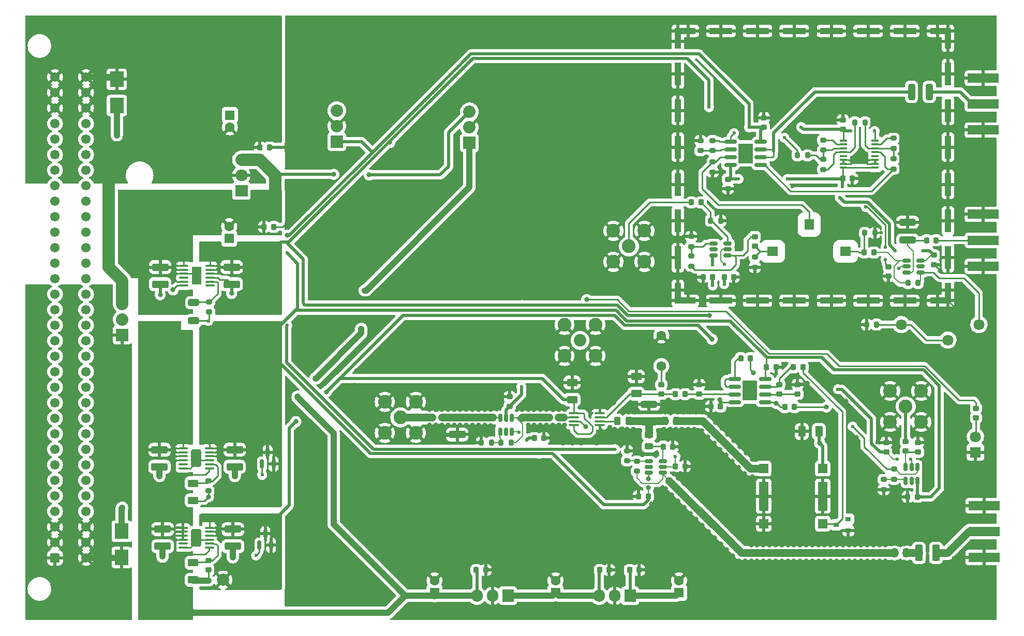
<source format=gbr>
G04 #@! TF.GenerationSoftware,KiCad,Pcbnew,(6.0.7)*
G04 #@! TF.CreationDate,2023-06-15T16:10:10+02:00*
G04 #@! TF.ProjectId,MTS_module,4d54535f-6d6f-4647-956c-652e6b696361,1.3.4*
G04 #@! TF.SameCoordinates,Original*
G04 #@! TF.FileFunction,Copper,L1,Top*
G04 #@! TF.FilePolarity,Positive*
%FSLAX46Y46*%
G04 Gerber Fmt 4.6, Leading zero omitted, Abs format (unit mm)*
G04 Created by KiCad (PCBNEW (6.0.7)) date 2023-06-15 16:10:10*
%MOMM*%
%LPD*%
G01*
G04 APERTURE LIST*
G04 Aperture macros list*
%AMRoundRect*
0 Rectangle with rounded corners*
0 $1 Rounding radius*
0 $2 $3 $4 $5 $6 $7 $8 $9 X,Y pos of 4 corners*
0 Add a 4 corners polygon primitive as box body*
4,1,4,$2,$3,$4,$5,$6,$7,$8,$9,$2,$3,0*
0 Add four circle primitives for the rounded corners*
1,1,$1+$1,$2,$3*
1,1,$1+$1,$4,$5*
1,1,$1+$1,$6,$7*
1,1,$1+$1,$8,$9*
0 Add four rect primitives between the rounded corners*
20,1,$1+$1,$2,$3,$4,$5,0*
20,1,$1+$1,$4,$5,$6,$7,0*
20,1,$1+$1,$6,$7,$8,$9,0*
20,1,$1+$1,$8,$9,$2,$3,0*%
G04 Aperture macros list end*
G04 #@! TA.AperFunction,ComponentPad*
%ADD10RoundRect,0.249999X0.525001X-0.525001X0.525001X0.525001X-0.525001X0.525001X-0.525001X-0.525001X0*%
G04 #@! TD*
G04 #@! TA.AperFunction,ComponentPad*
%ADD11C,1.550000*%
G04 #@! TD*
G04 #@! TA.AperFunction,SMDPad,CuDef*
%ADD12RoundRect,0.250000X-1.075000X0.375000X-1.075000X-0.375000X1.075000X-0.375000X1.075000X0.375000X0*%
G04 #@! TD*
G04 #@! TA.AperFunction,SMDPad,CuDef*
%ADD13RoundRect,0.250000X-0.625000X0.375000X-0.625000X-0.375000X0.625000X-0.375000X0.625000X0.375000X0*%
G04 #@! TD*
G04 #@! TA.AperFunction,SMDPad,CuDef*
%ADD14RoundRect,0.218750X0.218750X0.256250X-0.218750X0.256250X-0.218750X-0.256250X0.218750X-0.256250X0*%
G04 #@! TD*
G04 #@! TA.AperFunction,SMDPad,CuDef*
%ADD15RoundRect,0.225000X0.250000X-0.225000X0.250000X0.225000X-0.250000X0.225000X-0.250000X-0.225000X0*%
G04 #@! TD*
G04 #@! TA.AperFunction,SMDPad,CuDef*
%ADD16RoundRect,0.250000X0.625000X-0.375000X0.625000X0.375000X-0.625000X0.375000X-0.625000X-0.375000X0*%
G04 #@! TD*
G04 #@! TA.AperFunction,ComponentPad*
%ADD17C,1.600000*%
G04 #@! TD*
G04 #@! TA.AperFunction,SMDPad,CuDef*
%ADD18RoundRect,0.243750X0.243750X0.456250X-0.243750X0.456250X-0.243750X-0.456250X0.243750X-0.456250X0*%
G04 #@! TD*
G04 #@! TA.AperFunction,SMDPad,CuDef*
%ADD19RoundRect,0.218750X-0.218750X-0.256250X0.218750X-0.256250X0.218750X0.256250X-0.218750X0.256250X0*%
G04 #@! TD*
G04 #@! TA.AperFunction,SMDPad,CuDef*
%ADD20RoundRect,0.243750X0.456250X-0.243750X0.456250X0.243750X-0.456250X0.243750X-0.456250X-0.243750X0*%
G04 #@! TD*
G04 #@! TA.AperFunction,SMDPad,CuDef*
%ADD21RoundRect,0.218750X-0.256250X0.218750X-0.256250X-0.218750X0.256250X-0.218750X0.256250X0.218750X0*%
G04 #@! TD*
G04 #@! TA.AperFunction,ComponentPad*
%ADD22R,1.600000X1.600000*%
G04 #@! TD*
G04 #@! TA.AperFunction,ComponentPad*
%ADD23R,1.800000X1.800000*%
G04 #@! TD*
G04 #@! TA.AperFunction,ComponentPad*
%ADD24C,1.800000*%
G04 #@! TD*
G04 #@! TA.AperFunction,SMDPad,CuDef*
%ADD25R,0.900000X0.800000*%
G04 #@! TD*
G04 #@! TA.AperFunction,ComponentPad*
%ADD26C,2.250000*%
G04 #@! TD*
G04 #@! TA.AperFunction,SMDPad,CuDef*
%ADD27RoundRect,0.200000X-0.275000X0.200000X-0.275000X-0.200000X0.275000X-0.200000X0.275000X0.200000X0*%
G04 #@! TD*
G04 #@! TA.AperFunction,SMDPad,CuDef*
%ADD28RoundRect,0.218750X0.256250X-0.218750X0.256250X0.218750X-0.256250X0.218750X-0.256250X-0.218750X0*%
G04 #@! TD*
G04 #@! TA.AperFunction,SMDPad,CuDef*
%ADD29RoundRect,0.250000X1.075000X-0.312500X1.075000X0.312500X-1.075000X0.312500X-1.075000X-0.312500X0*%
G04 #@! TD*
G04 #@! TA.AperFunction,SMDPad,CuDef*
%ADD30RoundRect,0.250000X0.375000X1.075000X-0.375000X1.075000X-0.375000X-1.075000X0.375000X-1.075000X0*%
G04 #@! TD*
G04 #@! TA.AperFunction,ComponentPad*
%ADD31C,2.000000*%
G04 #@! TD*
G04 #@! TA.AperFunction,ComponentPad*
%ADD32R,1.905000X2.000000*%
G04 #@! TD*
G04 #@! TA.AperFunction,ComponentPad*
%ADD33O,1.905000X2.000000*%
G04 #@! TD*
G04 #@! TA.AperFunction,SMDPad,CuDef*
%ADD34RoundRect,0.100000X-0.625000X-0.100000X0.625000X-0.100000X0.625000X0.100000X-0.625000X0.100000X0*%
G04 #@! TD*
G04 #@! TA.AperFunction,SMDPad,CuDef*
%ADD35RoundRect,0.249999X-0.575001X-1.175001X0.575001X-1.175001X0.575001X1.175001X-0.575001X1.175001X0*%
G04 #@! TD*
G04 #@! TA.AperFunction,SMDPad,CuDef*
%ADD36RoundRect,0.100000X-0.712500X-0.100000X0.712500X-0.100000X0.712500X0.100000X-0.712500X0.100000X0*%
G04 #@! TD*
G04 #@! TA.AperFunction,SMDPad,CuDef*
%ADD37R,1.520000X1.520000*%
G04 #@! TD*
G04 #@! TA.AperFunction,SMDPad,CuDef*
%ADD38R,1.520000X4.700000*%
G04 #@! TD*
G04 #@! TA.AperFunction,SMDPad,CuDef*
%ADD39RoundRect,0.250000X-0.375000X-0.625000X0.375000X-0.625000X0.375000X0.625000X-0.375000X0.625000X0*%
G04 #@! TD*
G04 #@! TA.AperFunction,SMDPad,CuDef*
%ADD40RoundRect,0.225000X-0.225000X-0.250000X0.225000X-0.250000X0.225000X0.250000X-0.225000X0.250000X0*%
G04 #@! TD*
G04 #@! TA.AperFunction,SMDPad,CuDef*
%ADD41RoundRect,0.225000X-0.250000X0.225000X-0.250000X-0.225000X0.250000X-0.225000X0.250000X0.225000X0*%
G04 #@! TD*
G04 #@! TA.AperFunction,SMDPad,CuDef*
%ADD42R,2.300000X2.500000*%
G04 #@! TD*
G04 #@! TA.AperFunction,SMDPad,CuDef*
%ADD43R,5.080000X1.500000*%
G04 #@! TD*
G04 #@! TA.AperFunction,SMDPad,CuDef*
%ADD44R,1.000000X3.800000*%
G04 #@! TD*
G04 #@! TA.AperFunction,SMDPad,CuDef*
%ADD45R,3.800000X1.000000*%
G04 #@! TD*
G04 #@! TA.AperFunction,SMDPad,CuDef*
%ADD46R,1.000000X1.000000*%
G04 #@! TD*
G04 #@! TA.AperFunction,SMDPad,CuDef*
%ADD47R,2.440000X1.000000*%
G04 #@! TD*
G04 #@! TA.AperFunction,SMDPad,CuDef*
%ADD48R,1.000000X2.440000*%
G04 #@! TD*
G04 #@! TA.AperFunction,SMDPad,CuDef*
%ADD49RoundRect,0.200000X0.200000X0.275000X-0.200000X0.275000X-0.200000X-0.275000X0.200000X-0.275000X0*%
G04 #@! TD*
G04 #@! TA.AperFunction,SMDPad,CuDef*
%ADD50RoundRect,0.250000X-1.075000X0.312500X-1.075000X-0.312500X1.075000X-0.312500X1.075000X0.312500X0*%
G04 #@! TD*
G04 #@! TA.AperFunction,SMDPad,CuDef*
%ADD51RoundRect,0.200000X0.275000X-0.200000X0.275000X0.200000X-0.275000X0.200000X-0.275000X-0.200000X0*%
G04 #@! TD*
G04 #@! TA.AperFunction,SMDPad,CuDef*
%ADD52RoundRect,0.200000X-0.200000X-0.275000X0.200000X-0.275000X0.200000X0.275000X-0.200000X0.275000X0*%
G04 #@! TD*
G04 #@! TA.AperFunction,SMDPad,CuDef*
%ADD53RoundRect,0.250000X0.312500X1.075000X-0.312500X1.075000X-0.312500X-1.075000X0.312500X-1.075000X0*%
G04 #@! TD*
G04 #@! TA.AperFunction,SMDPad,CuDef*
%ADD54RoundRect,0.150000X-0.825000X-0.150000X0.825000X-0.150000X0.825000X0.150000X-0.825000X0.150000X0*%
G04 #@! TD*
G04 #@! TA.AperFunction,SMDPad,CuDef*
%ADD55R,2.410000X3.300000*%
G04 #@! TD*
G04 #@! TA.AperFunction,SMDPad,CuDef*
%ADD56RoundRect,0.150000X-0.512500X-0.150000X0.512500X-0.150000X0.512500X0.150000X-0.512500X0.150000X0*%
G04 #@! TD*
G04 #@! TA.AperFunction,SMDPad,CuDef*
%ADD57R,1.200000X0.400000*%
G04 #@! TD*
G04 #@! TA.AperFunction,ComponentPad*
%ADD58R,2.032000X2.032000*%
G04 #@! TD*
G04 #@! TA.AperFunction,ComponentPad*
%ADD59C,2.032000*%
G04 #@! TD*
G04 #@! TA.AperFunction,SMDPad,CuDef*
%ADD60RoundRect,0.250000X-0.650000X0.325000X-0.650000X-0.325000X0.650000X-0.325000X0.650000X0.325000X0*%
G04 #@! TD*
G04 #@! TA.AperFunction,SMDPad,CuDef*
%ADD61RoundRect,0.225000X0.225000X0.250000X-0.225000X0.250000X-0.225000X-0.250000X0.225000X-0.250000X0*%
G04 #@! TD*
G04 #@! TA.AperFunction,SMDPad,CuDef*
%ADD62R,1.650000X2.850000*%
G04 #@! TD*
G04 #@! TA.AperFunction,SMDPad,CuDef*
%ADD63RoundRect,0.150000X-0.150000X0.512500X-0.150000X-0.512500X0.150000X-0.512500X0.150000X0.512500X0*%
G04 #@! TD*
G04 #@! TA.AperFunction,SMDPad,CuDef*
%ADD64RoundRect,0.150000X0.512500X0.150000X-0.512500X0.150000X-0.512500X-0.150000X0.512500X-0.150000X0*%
G04 #@! TD*
G04 #@! TA.AperFunction,SMDPad,CuDef*
%ADD65R,1.778000X1.524000*%
G04 #@! TD*
G04 #@! TA.AperFunction,SMDPad,CuDef*
%ADD66R,1.524000X1.778000*%
G04 #@! TD*
G04 #@! TA.AperFunction,ComponentPad*
%ADD67C,1.016000*%
G04 #@! TD*
G04 #@! TA.AperFunction,SMDPad,CuDef*
%ADD68R,7.620000X4.470400*%
G04 #@! TD*
G04 #@! TA.AperFunction,SMDPad,CuDef*
%ADD69R,14.224000X3.683000*%
G04 #@! TD*
G04 #@! TA.AperFunction,SMDPad,CuDef*
%ADD70R,5.207000X3.683000*%
G04 #@! TD*
G04 #@! TA.AperFunction,ComponentPad*
%ADD71R,2.000000X1.905000*%
G04 #@! TD*
G04 #@! TA.AperFunction,ComponentPad*
%ADD72O,2.000000X1.905000*%
G04 #@! TD*
G04 #@! TA.AperFunction,ComponentPad*
%ADD73C,2.050000*%
G04 #@! TD*
G04 #@! TA.AperFunction,SMDPad,CuDef*
%ADD74RoundRect,0.249997X-0.955003X-1.400003X0.955003X-1.400003X0.955003X1.400003X-0.955003X1.400003X0*%
G04 #@! TD*
G04 #@! TA.AperFunction,SMDPad,CuDef*
%ADD75RoundRect,0.150000X0.150000X-0.587500X0.150000X0.587500X-0.150000X0.587500X-0.150000X-0.587500X0*%
G04 #@! TD*
G04 #@! TA.AperFunction,SMDPad,CuDef*
%ADD76RoundRect,0.250000X0.250000X0.475000X-0.250000X0.475000X-0.250000X-0.475000X0.250000X-0.475000X0*%
G04 #@! TD*
G04 #@! TA.AperFunction,ViaPad*
%ADD77C,0.600000*%
G04 #@! TD*
G04 #@! TA.AperFunction,ViaPad*
%ADD78C,0.800000*%
G04 #@! TD*
G04 #@! TA.AperFunction,Conductor*
%ADD79C,0.250000*%
G04 #@! TD*
G04 #@! TA.AperFunction,Conductor*
%ADD80C,1.000000*%
G04 #@! TD*
G04 #@! TA.AperFunction,Conductor*
%ADD81C,0.500000*%
G04 #@! TD*
G04 #@! TA.AperFunction,Conductor*
%ADD82C,0.200000*%
G04 #@! TD*
G04 #@! TA.AperFunction,Conductor*
%ADD83C,1.300000*%
G04 #@! TD*
G04 #@! TA.AperFunction,Conductor*
%ADD84C,2.000000*%
G04 #@! TD*
G04 APERTURE END LIST*
D10*
X55400000Y-138100000D03*
D11*
X55400000Y-135560000D03*
X55400000Y-133020000D03*
X55400000Y-130480000D03*
X55400000Y-127940000D03*
X55400000Y-125400000D03*
X55400000Y-122860000D03*
X55400000Y-120320000D03*
X55400000Y-117780000D03*
X55400000Y-115240000D03*
X55400000Y-112700000D03*
X55400000Y-110160000D03*
X55400000Y-107620000D03*
X55400000Y-105080000D03*
X55400000Y-102540000D03*
X55400000Y-100000000D03*
X55400000Y-97460000D03*
X55400000Y-94920000D03*
X55400000Y-92380000D03*
X55400000Y-89840000D03*
X55400000Y-87300000D03*
X55400000Y-84760000D03*
X55400000Y-82220000D03*
X55400000Y-79680000D03*
X55400000Y-77140000D03*
X55400000Y-74600000D03*
X55400000Y-72060000D03*
X55400000Y-69520000D03*
X55400000Y-66980000D03*
X55400000Y-64440000D03*
X55400000Y-61900000D03*
X55400000Y-59360000D03*
X60480000Y-138100000D03*
X60480000Y-135560000D03*
X60480000Y-133020000D03*
X60480000Y-130480000D03*
X60480000Y-127940000D03*
X60480000Y-125400000D03*
X60480000Y-122860000D03*
X60480000Y-120320000D03*
X60480000Y-117780000D03*
X60480000Y-115240000D03*
X60480000Y-112700000D03*
X60480000Y-110160000D03*
X60480000Y-107620000D03*
X60480000Y-105080000D03*
X60480000Y-102540000D03*
X60480000Y-100000000D03*
X60480000Y-97460000D03*
X60480000Y-94920000D03*
X60480000Y-92380000D03*
X60480000Y-89840000D03*
X60480000Y-87300000D03*
X60480000Y-84760000D03*
X60480000Y-82220000D03*
X60480000Y-79680000D03*
X60480000Y-77140000D03*
X60480000Y-74600000D03*
X60480000Y-72060000D03*
X60480000Y-69520000D03*
X60480000Y-66980000D03*
X60480000Y-64440000D03*
X60480000Y-61900000D03*
X60480000Y-59360000D03*
D12*
X72500000Y-120400000D03*
X72500000Y-123200000D03*
X73000000Y-133400000D03*
X73000000Y-136200000D03*
D13*
X78000000Y-125900000D03*
X78000000Y-128700000D03*
X78000000Y-138900000D03*
X78000000Y-141700000D03*
D14*
X135387500Y-118500000D03*
X133812500Y-118500000D03*
D12*
X84300000Y-90500000D03*
X84300000Y-93300000D03*
X84800000Y-120400000D03*
X84800000Y-123200000D03*
X84500000Y-133400000D03*
X84500000Y-136200000D03*
D14*
X118687500Y-115100000D03*
X117112500Y-115100000D03*
X137787500Y-115100000D03*
X136212500Y-115100000D03*
D13*
X140000000Y-109400000D03*
X140000000Y-112200000D03*
D15*
X194600000Y-120575000D03*
X194600000Y-119025000D03*
D16*
X150500000Y-111200000D03*
X150500000Y-108400000D03*
D17*
X154600000Y-106700000D03*
X154600000Y-101700000D03*
D18*
X149237500Y-115700000D03*
X147362500Y-115700000D03*
D15*
X160800000Y-111275000D03*
X160800000Y-109725000D03*
D18*
X157037500Y-115700000D03*
X155162500Y-115700000D03*
D19*
X162712500Y-113300000D03*
X164287500Y-113300000D03*
D14*
X173387500Y-106900000D03*
X171812500Y-106900000D03*
D20*
X152600000Y-119837500D03*
X152600000Y-117962500D03*
D21*
X191400000Y-119212500D03*
X191400000Y-120787500D03*
D19*
X194925000Y-128100000D03*
X196500000Y-128100000D03*
X150912500Y-128000000D03*
X152487500Y-128000000D03*
D22*
X157500000Y-143800000D03*
D17*
X157500000Y-141800000D03*
D19*
X149412500Y-140100000D03*
X150987500Y-140100000D03*
D22*
X137300000Y-143800000D03*
D17*
X137300000Y-141800000D03*
D19*
X144512500Y-140100000D03*
X146087500Y-140100000D03*
D22*
X117500000Y-143800000D03*
D17*
X117500000Y-141800000D03*
D19*
X124312500Y-140100000D03*
X125887500Y-140100000D03*
X88925000Y-70900000D03*
X90500000Y-70900000D03*
D22*
X83900000Y-85800000D03*
D17*
X83900000Y-83800000D03*
D19*
X89612500Y-83900000D03*
X91187500Y-83900000D03*
D23*
X206000000Y-120800000D03*
D24*
X206000000Y-118260000D03*
D25*
X185200000Y-133650000D03*
X185200000Y-131750000D03*
X183200000Y-132700000D03*
D26*
X111900000Y-115100000D03*
X114440000Y-117640000D03*
X114440000Y-112560000D03*
X109360000Y-112560000D03*
X109360000Y-117640000D03*
D27*
X80500000Y-125475000D03*
X80500000Y-127125000D03*
D21*
X80500000Y-138512500D03*
X80500000Y-140087500D03*
D12*
X121200000Y-115100000D03*
X121200000Y-117900000D03*
D21*
X206100000Y-113612500D03*
X206100000Y-115187500D03*
D28*
X196600000Y-120787500D03*
X196600000Y-119212500D03*
X154600000Y-111287500D03*
X154600000Y-109712500D03*
D14*
X158487500Y-111300000D03*
X156912500Y-111300000D03*
X176387500Y-113400000D03*
X174812500Y-113400000D03*
D29*
X152600000Y-115862500D03*
X152600000Y-112937500D03*
D19*
X167612500Y-105400000D03*
X169187500Y-105400000D03*
D21*
X176900000Y-109712500D03*
X176900000Y-111287500D03*
X173900000Y-109712500D03*
X173900000Y-111287500D03*
D19*
X154912500Y-119900000D03*
X156487500Y-119900000D03*
D30*
X199550000Y-137300000D03*
X196750000Y-137300000D03*
D14*
X177787500Y-106900000D03*
X176212500Y-106900000D03*
D31*
X82900000Y-141700000D03*
D32*
X149500000Y-144300000D03*
D33*
X146960000Y-144300000D03*
X144420000Y-144300000D03*
D32*
X129500000Y-144300000D03*
D33*
X126960000Y-144300000D03*
X124420000Y-144300000D03*
D34*
X76350000Y-120175000D03*
X76350000Y-120825000D03*
X76350000Y-121475000D03*
X76350000Y-122125000D03*
X76350000Y-122775000D03*
X76350000Y-123425000D03*
X80650000Y-123425000D03*
X80650000Y-122775000D03*
X80650000Y-122125000D03*
X80650000Y-121475000D03*
X80650000Y-120825000D03*
X80650000Y-120175000D03*
D35*
X78500000Y-121800000D03*
D34*
X76350000Y-133175000D03*
X76350000Y-133825000D03*
X76350000Y-134475000D03*
X76350000Y-135125000D03*
X76350000Y-135775000D03*
X76350000Y-136425000D03*
X80650000Y-136425000D03*
X80650000Y-135775000D03*
X80650000Y-135125000D03*
X80650000Y-134475000D03*
X80650000Y-133825000D03*
X80650000Y-133175000D03*
D35*
X78500000Y-134800000D03*
D36*
X140287500Y-114425000D03*
X140287500Y-115075000D03*
X140287500Y-115725000D03*
X140287500Y-116375000D03*
X144512500Y-116375000D03*
X144512500Y-115725000D03*
X144512500Y-115075000D03*
X144512500Y-114425000D03*
D14*
X158487500Y-123100000D03*
X156912500Y-123100000D03*
D37*
X181000000Y-132500000D03*
D38*
X181000000Y-128000000D03*
D37*
X181000000Y-123500000D03*
X171350000Y-123500000D03*
D38*
X171350000Y-128000000D03*
D37*
X171350000Y-132500000D03*
D39*
X177600000Y-117400000D03*
X180400000Y-117400000D03*
D12*
X72600000Y-90500000D03*
X72600000Y-93300000D03*
D40*
X198025000Y-86100000D03*
X199575000Y-86100000D03*
D41*
X191800000Y-90425000D03*
X191800000Y-91975000D03*
X199200000Y-88525000D03*
X199200000Y-90075000D03*
X184300000Y-66400000D03*
X184300000Y-67950000D03*
D40*
X159525000Y-79900000D03*
X161075000Y-79900000D03*
X184325000Y-76000000D03*
X185875000Y-76000000D03*
D41*
X165500000Y-76100000D03*
X165500000Y-77650000D03*
D15*
X171400000Y-67600000D03*
X171400000Y-66050000D03*
D42*
X65500000Y-59750000D03*
X65500000Y-64050000D03*
X66300000Y-138050000D03*
X66300000Y-133750000D03*
D43*
X207300000Y-86100000D03*
X207300000Y-81850000D03*
X207300000Y-90350000D03*
D26*
X149300000Y-87100000D03*
X151840000Y-84560000D03*
X146760000Y-89640000D03*
X151840000Y-89640000D03*
X146760000Y-84560000D03*
D44*
X201490000Y-58850000D03*
D45*
X188450000Y-51810000D03*
D44*
X201490000Y-76950000D03*
X157310000Y-70850000D03*
D45*
X182450000Y-95990000D03*
X194450000Y-51810000D03*
X182450000Y-51810000D03*
D46*
X157310000Y-51810000D03*
D45*
X194450000Y-95990000D03*
D46*
X157310000Y-95990000D03*
D44*
X157310000Y-76950000D03*
D47*
X199770000Y-51810000D03*
D45*
X176350000Y-51810000D03*
D48*
X201490000Y-53530000D03*
D44*
X157310000Y-82950000D03*
X201490000Y-88950000D03*
D46*
X201490000Y-95990000D03*
D48*
X201490000Y-94270000D03*
D44*
X157310000Y-58850000D03*
D46*
X201490000Y-51810000D03*
D45*
X164350000Y-95990000D03*
D44*
X157310000Y-64850000D03*
D48*
X157310000Y-53530000D03*
D45*
X188450000Y-95990000D03*
D44*
X201490000Y-82950000D03*
D45*
X170350000Y-95990000D03*
D47*
X159030000Y-95990000D03*
D44*
X201490000Y-64850000D03*
X201490000Y-70850000D03*
D45*
X164350000Y-51810000D03*
X170350000Y-51810000D03*
D47*
X199770000Y-95990000D03*
X159030000Y-51810000D03*
D44*
X157310000Y-88950000D03*
D45*
X176350000Y-95990000D03*
D48*
X157310000Y-94270000D03*
D49*
X130025000Y-119200000D03*
X128375000Y-119200000D03*
D27*
X161000000Y-69775000D03*
X161000000Y-71425000D03*
D50*
X194900000Y-83137500D03*
X194900000Y-86062500D03*
D51*
X163000000Y-71425000D03*
X163000000Y-69775000D03*
D52*
X188175000Y-99900000D03*
X189825000Y-99900000D03*
X194975000Y-93100000D03*
X196625000Y-93100000D03*
D51*
X163000000Y-74925000D03*
X163000000Y-73275000D03*
D53*
X198462500Y-61800000D03*
X195537500Y-61800000D03*
D49*
X178525000Y-72200000D03*
X176875000Y-72200000D03*
D52*
X186275000Y-66800000D03*
X187925000Y-66800000D03*
D27*
X181100000Y-72875000D03*
X181100000Y-74525000D03*
X192600000Y-72775000D03*
X192600000Y-74425000D03*
X181100000Y-69700000D03*
X181100000Y-71350000D03*
D51*
X192600000Y-71050000D03*
X192600000Y-69400000D03*
D24*
X193880000Y-99900000D03*
X201500000Y-102440000D03*
X206580000Y-99900000D03*
D54*
X165925000Y-69995000D03*
X165925000Y-71265000D03*
X165925000Y-72535000D03*
X165925000Y-73805000D03*
X170875000Y-73805000D03*
X170875000Y-72535000D03*
X170875000Y-71265000D03*
X170875000Y-69995000D03*
D55*
X168400000Y-71900000D03*
D56*
X194762500Y-89450000D03*
X194762500Y-90400000D03*
X194762500Y-91350000D03*
X197037500Y-91350000D03*
X197037500Y-90400000D03*
X197037500Y-89450000D03*
D57*
X184400000Y-69777500D03*
X184400000Y-70412500D03*
X184400000Y-71047500D03*
X184400000Y-71682500D03*
X184400000Y-72317500D03*
X184400000Y-72952500D03*
X184400000Y-73587500D03*
X184400000Y-74222500D03*
X189600000Y-74222500D03*
X189600000Y-73587500D03*
X189600000Y-72952500D03*
X189600000Y-72317500D03*
X189600000Y-71682500D03*
X189600000Y-71047500D03*
X189600000Y-70412500D03*
X189600000Y-69777500D03*
D43*
X207300000Y-63800000D03*
X207300000Y-59550000D03*
X207300000Y-68050000D03*
X207400000Y-133800000D03*
X207400000Y-129550000D03*
X207400000Y-138050000D03*
D58*
X101500000Y-69940000D03*
D59*
X101500000Y-67400000D03*
X101500000Y-64860000D03*
D58*
X66400000Y-101600000D03*
D59*
X66400000Y-99060000D03*
X66400000Y-96520000D03*
D41*
X129800000Y-111725000D03*
X129800000Y-113275000D03*
D60*
X78100000Y-96325000D03*
X78100000Y-99275000D03*
D61*
X162975000Y-92100000D03*
X161425000Y-92100000D03*
D40*
X164925000Y-92100000D03*
X166475000Y-92100000D03*
D27*
X80600000Y-96175000D03*
X80600000Y-97825000D03*
D49*
X126825000Y-119200000D03*
X125175000Y-119200000D03*
D27*
X191000000Y-125275000D03*
X191000000Y-126925000D03*
X192700000Y-123575000D03*
X192700000Y-125225000D03*
D51*
X159500000Y-90325000D03*
X159500000Y-88675000D03*
D27*
X159500000Y-85475000D03*
X159500000Y-87125000D03*
D34*
X76450000Y-90275000D03*
X76450000Y-90925000D03*
X76450000Y-91575000D03*
X76450000Y-92225000D03*
X76450000Y-92875000D03*
X76450000Y-93525000D03*
X80750000Y-93525000D03*
X80750000Y-92875000D03*
X80750000Y-92225000D03*
X80750000Y-91575000D03*
X80750000Y-90925000D03*
X80750000Y-90275000D03*
D62*
X78600000Y-91900000D03*
D63*
X130150000Y-115162500D03*
X129200000Y-115162500D03*
X128250000Y-115162500D03*
X128250000Y-117437500D03*
X129200000Y-117437500D03*
X130150000Y-117437500D03*
X196500000Y-123225000D03*
X195550000Y-123225000D03*
X194600000Y-123225000D03*
X194600000Y-125500000D03*
X195550000Y-125500000D03*
X196500000Y-125500000D03*
D64*
X165437500Y-88550000D03*
X165437500Y-87600000D03*
X165437500Y-86650000D03*
X163162500Y-86650000D03*
X163162500Y-87600000D03*
X163162500Y-88550000D03*
D65*
X172831000Y-87912000D03*
X184769000Y-87912000D03*
D66*
X178800000Y-83530500D03*
D67*
X185404000Y-84102000D03*
X181975000Y-87277000D03*
X173085000Y-82832000D03*
X185404000Y-85372000D03*
X181975000Y-82832000D03*
X173720000Y-92992000D03*
D68*
X178800000Y-87912000D03*
D67*
X178165000Y-86642000D03*
X179435000Y-86642000D03*
X184515000Y-82832000D03*
X172196000Y-84102000D03*
X172196000Y-91722000D03*
D66*
X178800000Y-92293500D03*
D69*
X178800000Y-91658500D03*
D67*
X175625000Y-88547000D03*
X179435000Y-90452000D03*
X185404000Y-90452000D03*
X178165000Y-90452000D03*
X175625000Y-82832000D03*
D70*
X174291500Y-84165500D03*
D67*
X172196000Y-85372000D03*
X172196000Y-90452000D03*
X183880000Y-92992000D03*
X177530000Y-92992000D03*
X185404000Y-91722000D03*
X181975000Y-92992000D03*
X175625000Y-87277000D03*
D70*
X183308500Y-84165500D03*
D67*
X181975000Y-88547000D03*
X175625000Y-92992000D03*
X180070000Y-92992000D03*
D66*
X183245000Y-83530500D03*
X174355000Y-83530500D03*
D71*
X85900000Y-78000000D03*
D72*
X85900000Y-75460000D03*
X85900000Y-72920000D03*
D73*
X141300000Y-102500000D03*
D26*
X143840000Y-105040000D03*
X138760000Y-105040000D03*
X138760000Y-99960000D03*
X143840000Y-99960000D03*
D49*
X164325000Y-82900000D03*
X162675000Y-82900000D03*
D54*
X166625000Y-108795000D03*
X166625000Y-110065000D03*
X166625000Y-111335000D03*
X166625000Y-112605000D03*
X171575000Y-112605000D03*
X171575000Y-111335000D03*
X171575000Y-110065000D03*
X171575000Y-108795000D03*
D74*
X169100000Y-110700000D03*
D58*
X123200000Y-70140000D03*
D59*
X123200000Y-67600000D03*
X123200000Y-65060000D03*
D26*
X194600000Y-113300000D03*
X192060000Y-115840000D03*
X192060000Y-110760000D03*
X197140000Y-115840000D03*
X197140000Y-110760000D03*
D22*
X84000000Y-65600000D03*
D17*
X84000000Y-67600000D03*
D75*
X88850000Y-136037500D03*
X90750000Y-136037500D03*
X89800000Y-134162500D03*
D49*
X189525000Y-84900000D03*
X187875000Y-84900000D03*
D76*
X194650000Y-137300000D03*
X192750000Y-137300000D03*
D64*
X154837500Y-124150000D03*
X154837500Y-123200000D03*
X154837500Y-122250000D03*
X152562500Y-122250000D03*
X152562500Y-123200000D03*
X152562500Y-124150000D03*
D51*
X150600000Y-123925000D03*
X150600000Y-122275000D03*
D40*
X187825000Y-88100000D03*
X189375000Y-88100000D03*
D75*
X89250000Y-122737500D03*
X91150000Y-122737500D03*
X90200000Y-120862500D03*
D51*
X149000000Y-122200000D03*
X149000000Y-120550000D03*
D15*
X169900000Y-87075000D03*
X169900000Y-85525000D03*
D51*
X169900000Y-90525000D03*
X169900000Y-88875000D03*
D77*
X78500000Y-134800000D03*
X78500000Y-133800000D03*
X78500000Y-121800000D03*
X78500000Y-120800000D03*
D78*
X117700000Y-113800000D03*
X118700000Y-113800000D03*
X119700000Y-113800000D03*
X120700000Y-113800000D03*
X121700000Y-113800000D03*
X122700000Y-113800000D03*
X123700000Y-113800000D03*
X124700000Y-113800000D03*
X125700000Y-113800000D03*
X134800000Y-113800000D03*
X135800000Y-113800000D03*
X136800000Y-113800000D03*
X137800000Y-113800000D03*
X138800000Y-113800000D03*
X117700000Y-116350000D03*
X118700000Y-116350000D03*
X119700000Y-116350000D03*
X120700000Y-116350000D03*
X121700000Y-116350000D03*
X122700000Y-116350000D03*
X123700000Y-116350000D03*
X124700000Y-116350000D03*
X125700000Y-116350000D03*
X134800000Y-116350000D03*
X135800000Y-116350000D03*
X136800000Y-116350000D03*
X137800000Y-116350000D03*
X138800000Y-116350000D03*
X148262653Y-114262653D03*
X149262653Y-114262653D03*
X150262653Y-114262653D03*
X150300000Y-113200000D03*
X155100000Y-113400000D03*
X155262653Y-114262653D03*
X156262653Y-114262653D03*
X157262653Y-114262653D03*
X158262653Y-114262653D03*
X159262653Y-114262653D03*
X160262653Y-114262653D03*
X161262653Y-114262653D03*
X164462653Y-116900000D03*
X165462653Y-117900000D03*
X166462653Y-118900000D03*
X167462653Y-119900000D03*
X168462653Y-120900000D03*
X169462653Y-121900000D03*
X163462653Y-115900000D03*
X148000000Y-117025002D03*
X149000000Y-117025002D03*
X150000000Y-117025002D03*
X155000000Y-117025002D03*
X156000000Y-117025002D03*
X157000000Y-117025002D03*
X158000000Y-117025002D03*
X159000000Y-117025002D03*
X160000000Y-117025002D03*
X161200000Y-117300000D03*
X162200000Y-118300000D03*
X163200000Y-119300000D03*
X164200000Y-120300000D03*
X165200000Y-121300000D03*
X166200000Y-122300000D03*
X167200000Y-123300000D03*
X168200000Y-124300000D03*
X169500000Y-124800000D03*
X162462653Y-114862653D03*
X194300000Y-135800000D03*
X193300000Y-135800000D03*
X192300000Y-135800000D03*
X191300000Y-136000000D03*
X190300000Y-136000000D03*
X189300000Y-136000000D03*
X188300000Y-136000000D03*
X187300000Y-136000000D03*
X186300000Y-136000000D03*
X185300000Y-136000000D03*
X184300000Y-136000000D03*
X183300000Y-136000000D03*
X182300000Y-136000000D03*
X181300000Y-136000000D03*
X180300000Y-136000000D03*
X179300000Y-136000000D03*
X178300000Y-136000000D03*
X177300000Y-136000000D03*
X176300000Y-136000000D03*
X175300000Y-136000000D03*
X174300000Y-136000000D03*
X173300000Y-136000000D03*
X172300000Y-136000000D03*
X171300000Y-136000000D03*
X170300000Y-136000000D03*
X169300000Y-136000000D03*
X168300000Y-135500000D03*
X167300000Y-134800000D03*
X166300000Y-133800000D03*
X165300000Y-132800000D03*
X163300000Y-130800000D03*
X162300000Y-129800000D03*
X161300000Y-128800000D03*
X160300000Y-127800000D03*
X159300000Y-126800000D03*
X164300000Y-131800000D03*
X194300000Y-138800000D03*
X193300000Y-138800000D03*
X192300000Y-138800000D03*
X191300000Y-138600000D03*
X190300000Y-138600000D03*
X189300000Y-138600000D03*
X188300000Y-138600000D03*
X187300000Y-138600000D03*
X186300000Y-138600000D03*
X185300000Y-138600000D03*
X184300000Y-138600000D03*
X183300000Y-138600000D03*
X182300000Y-138600000D03*
X181300000Y-138600000D03*
X180300000Y-138600000D03*
X179300000Y-138600000D03*
X178300000Y-138600000D03*
X177300000Y-138600000D03*
X176300000Y-138600000D03*
X175300000Y-138600000D03*
X174300000Y-138600000D03*
X173300000Y-138600000D03*
X172300000Y-138600000D03*
X171300000Y-138600000D03*
X170300000Y-138600000D03*
X169300000Y-138600000D03*
X168300000Y-138600000D03*
X167300000Y-138600000D03*
X166300000Y-137800000D03*
X165300000Y-136800000D03*
X164300000Y-135800000D03*
X163300000Y-134800000D03*
X162300000Y-133800000D03*
X161300000Y-132800000D03*
X160300000Y-131800000D03*
X159300000Y-130800000D03*
X158300000Y-129800000D03*
X157300000Y-128800000D03*
X153000000Y-135300000D03*
X153000000Y-133300000D03*
X153000000Y-131300000D03*
X153000000Y-129300000D03*
X104400000Y-133800000D03*
X104400000Y-131800000D03*
X104400000Y-129800000D03*
X104400000Y-127800000D03*
X104400000Y-125800000D03*
X104400000Y-123800000D03*
X104400000Y-121300000D03*
X104400000Y-113800000D03*
X104400000Y-111800000D03*
X104400000Y-109800000D03*
X106700000Y-107500000D03*
X108700000Y-107500000D03*
X110700000Y-107500000D03*
X112700000Y-107500000D03*
X114700000Y-107500000D03*
X116700000Y-107500000D03*
X118700000Y-107500000D03*
X120700000Y-107500000D03*
X122700000Y-107500000D03*
X124700000Y-107500000D03*
X126700000Y-107500000D03*
X135700000Y-107600000D03*
X137700000Y-107600000D03*
X106400000Y-135800000D03*
X108400000Y-135800000D03*
X110400000Y-135800000D03*
X112400000Y-135800000D03*
X114400000Y-135800000D03*
X116400000Y-135800000D03*
X118400000Y-135800000D03*
X120400000Y-135800000D03*
X122400000Y-135800000D03*
X124400000Y-135800000D03*
X126400000Y-135800000D03*
X135500000Y-135800000D03*
X137500000Y-135800000D03*
X139500000Y-135800000D03*
X141500000Y-135800000D03*
X143500000Y-135800000D03*
X145500000Y-135800000D03*
X147500000Y-135800000D03*
X149500000Y-135800000D03*
X151500000Y-135800000D03*
X173000000Y-128400000D03*
X184800000Y-112500000D03*
X185600000Y-114500000D03*
X186500000Y-118400000D03*
X186500000Y-120400000D03*
X186500000Y-122400000D03*
X186500000Y-124400000D03*
X186500000Y-126400000D03*
X186500000Y-128400000D03*
X186500000Y-130400000D03*
X186500000Y-132400000D03*
X186500000Y-134400000D03*
X178000000Y-122300000D03*
X173000000Y-132300000D03*
X176000000Y-132300000D03*
X176000000Y-124300000D03*
X178000000Y-124300000D03*
X178000000Y-130300000D03*
X178000000Y-132300000D03*
X176000000Y-126300000D03*
X178000000Y-126300000D03*
X176000000Y-130300000D03*
X183000000Y-124300000D03*
X176000000Y-128300000D03*
X178000000Y-128300000D03*
X173000000Y-130300000D03*
X183000000Y-126800000D03*
X176000000Y-122300000D03*
X175900000Y-120300000D03*
X177900000Y-120300000D03*
X173000000Y-120300000D03*
X183000000Y-121800000D03*
X184700000Y-98700000D03*
X184700000Y-99700000D03*
X184700000Y-100700000D03*
X184700000Y-101700000D03*
X184700000Y-102700000D03*
X184700000Y-103700000D03*
X184700000Y-104700000D03*
X185700000Y-104700000D03*
X186700000Y-104700000D03*
X187700000Y-104700000D03*
X188700000Y-104700000D03*
X189700000Y-104700000D03*
X190700000Y-104700000D03*
X191700000Y-104700000D03*
X192700000Y-104700000D03*
X193700000Y-104700000D03*
X194700000Y-104700000D03*
X195700000Y-104700000D03*
X196700000Y-104700000D03*
X197700000Y-104700000D03*
X198700000Y-104700000D03*
X199700000Y-104700000D03*
X200700000Y-104700000D03*
X201700000Y-104700000D03*
X202700000Y-104700000D03*
X203700000Y-104700000D03*
X204700000Y-104700000D03*
X205700000Y-104700000D03*
X206700000Y-104700000D03*
X207700000Y-104700000D03*
X208700000Y-104700000D03*
X140000000Y-119300000D03*
D77*
X207000000Y-61300000D03*
D78*
X138500000Y-117800000D03*
X132800000Y-113800000D03*
X131000000Y-107500000D03*
D77*
X203500000Y-133200000D03*
D78*
X147500000Y-140100000D03*
X173000000Y-122300000D03*
D77*
X203500000Y-138800000D03*
D78*
X73000000Y-137900000D03*
X141500000Y-119300000D03*
D77*
X203500000Y-53300000D03*
D78*
X95900000Y-133700000D03*
D77*
X129800000Y-110500000D03*
X203500000Y-140300000D03*
X155500000Y-88800000D03*
D78*
X80500000Y-141800000D03*
X158200000Y-119900000D03*
D77*
X163000000Y-76300000D03*
X102000000Y-99800000D03*
D78*
X158284861Y-125895830D03*
X169000000Y-129800000D03*
D77*
X187000000Y-71550000D03*
X176300000Y-97600000D03*
D78*
X97200000Y-125500000D03*
D77*
X123662500Y-119200000D03*
D78*
X179100000Y-74100000D03*
D77*
X207500000Y-140300000D03*
D78*
X173000000Y-126300000D03*
D77*
X158500000Y-49800000D03*
X203000000Y-64800000D03*
D78*
X146800000Y-112700000D03*
D77*
X203100000Y-83000000D03*
D78*
X93200000Y-70900000D03*
D77*
X189912500Y-119212500D03*
D78*
X171500000Y-134300000D03*
X133800000Y-116350000D03*
X129000000Y-107500000D03*
D77*
X208600000Y-92600000D03*
X155500000Y-64800000D03*
X203200000Y-80600000D03*
X194500000Y-49800000D03*
X204500000Y-136300000D03*
X155500000Y-53800000D03*
X203100000Y-88900000D03*
D78*
X173500000Y-134300000D03*
D77*
X169900000Y-91800000D03*
D78*
X84300000Y-94800000D03*
X173000000Y-124300000D03*
X150500000Y-107100000D03*
X132000000Y-135800000D03*
X118500000Y-117500000D03*
D77*
X208300000Y-79400000D03*
X202400000Y-138100000D03*
D78*
X126700000Y-116400000D03*
X116700000Y-113800000D03*
X144000000Y-109800000D03*
D77*
X65500000Y-65700000D03*
D78*
X104400000Y-120000000D03*
X174400000Y-73800000D03*
X104400000Y-115700000D03*
D77*
X171250000Y-64550000D03*
D78*
X144000000Y-119300000D03*
D77*
X88300000Y-137700000D03*
D78*
X134000000Y-135800000D03*
X72500000Y-124700000D03*
X149100000Y-119175000D03*
D77*
X80500000Y-99300000D03*
D78*
X169000000Y-126300000D03*
X138500000Y-119300000D03*
X116700000Y-116350000D03*
D77*
X182500000Y-77050000D03*
X182600000Y-97700000D03*
D78*
X97200000Y-120900000D03*
D77*
X208400000Y-83900000D03*
D78*
X145000000Y-110800000D03*
D77*
X206000000Y-131300000D03*
D78*
X130000000Y-135800000D03*
X143000000Y-108800000D03*
D77*
X201100000Y-135600000D03*
X203000000Y-68300000D03*
X198300000Y-119200000D03*
X194400000Y-97600000D03*
D78*
X155300000Y-126800000D03*
D77*
X171100000Y-97700000D03*
X165500000Y-79300000D03*
D78*
X184700000Y-97700000D03*
D77*
X206100000Y-92600000D03*
X203000000Y-58800000D03*
X204500000Y-140300000D03*
X206000000Y-127300000D03*
X101800000Y-107100000D03*
X200400000Y-91200000D03*
X207500000Y-136300000D03*
X207000000Y-56800000D03*
X155500000Y-51300000D03*
X167800000Y-92100000D03*
X188500000Y-49800000D03*
D78*
X132800000Y-116350000D03*
D77*
X66300000Y-132200000D03*
X176500000Y-49800000D03*
X202300000Y-134400000D03*
X155500000Y-70800000D03*
X164400000Y-94900000D03*
X203600000Y-137100000D03*
D78*
X133800000Y-113800000D03*
X173000000Y-117400000D03*
D77*
X191000000Y-128400000D03*
X160900000Y-68100000D03*
X174800000Y-106400000D03*
X66300000Y-131100000D03*
X65500000Y-67300000D03*
D78*
X174500000Y-71400000D03*
X128000000Y-135800000D03*
X181000000Y-115300000D03*
D77*
X203500000Y-49800000D03*
D78*
X183000000Y-117800000D03*
D77*
X108000000Y-99800000D03*
D78*
X74700000Y-94200000D03*
D77*
X206100000Y-88200000D03*
X188500000Y-97400000D03*
D78*
X183000000Y-129300000D03*
X169000000Y-132500000D03*
X80500000Y-128100000D03*
X102000000Y-87800000D03*
X96500000Y-87800000D03*
D77*
X203000000Y-76800000D03*
X186700000Y-99900000D03*
D78*
X99600000Y-133800000D03*
D77*
X206000000Y-84000000D03*
D78*
X195300000Y-135800000D03*
D77*
X207000000Y-65800000D03*
D78*
X104700000Y-107500000D03*
D77*
X170500000Y-49800000D03*
X190600000Y-84900000D03*
X155400000Y-94200000D03*
X65500000Y-68900000D03*
D78*
X72600000Y-95000000D03*
X195300000Y-138800000D03*
X144600000Y-113200000D03*
D77*
X188000000Y-73299990D03*
X78500000Y-135800000D03*
D78*
X95700000Y-142500000D03*
X183000000Y-115300000D03*
D77*
X160100000Y-92100000D03*
D78*
X149400000Y-128100000D03*
X142200000Y-107600000D03*
D77*
X155300000Y-96000000D03*
X204000000Y-127300000D03*
X202700000Y-97200000D03*
X201000000Y-138700000D03*
X204000000Y-131300000D03*
X193712500Y-128100000D03*
X184300000Y-65000000D03*
X208600000Y-88200000D03*
D78*
X97100000Y-116900000D03*
D77*
X182500000Y-49800000D03*
X200000000Y-49800000D03*
D78*
X160800000Y-108050000D03*
D77*
X191800000Y-93300000D03*
D78*
X169000000Y-128000000D03*
X140200000Y-107600000D03*
X105200000Y-142500000D03*
D77*
X155500000Y-76800000D03*
X194800000Y-81300000D03*
D78*
X156600000Y-124300000D03*
D77*
X209000000Y-136300000D03*
X206000000Y-136300000D03*
X93600000Y-82900000D03*
X204000000Y-129300000D03*
D78*
X131800000Y-113800000D03*
X147000000Y-117025002D03*
D77*
X146375001Y-118625001D03*
X164500000Y-49800000D03*
D78*
X157400000Y-125100000D03*
X178500000Y-109500006D03*
X84800000Y-124700000D03*
D77*
X176000000Y-77300000D03*
D78*
X161300000Y-113100000D03*
X133200000Y-107500000D03*
D77*
X89300000Y-124500000D03*
X203100000Y-94200000D03*
D78*
X84500000Y-138000000D03*
D77*
X186000000Y-73200000D03*
X206000000Y-140300000D03*
X207500000Y-127300000D03*
D78*
X179000000Y-115300000D03*
D77*
X188000000Y-76050000D03*
X207500000Y-131300000D03*
D78*
X146000000Y-111800000D03*
D77*
X203000000Y-70800000D03*
D78*
X152400000Y-140100000D03*
X156286945Y-127824852D03*
D77*
X188300000Y-91100000D03*
X199800000Y-97600000D03*
X166200000Y-82900000D03*
X160000000Y-123200000D03*
X155500000Y-58800000D03*
X207000000Y-70800000D03*
D78*
X127300000Y-140100000D03*
X126700000Y-113800000D03*
D77*
X205500000Y-79500000D03*
D78*
X175500000Y-117400000D03*
D77*
X66400000Y-129900000D03*
X209000000Y-140300000D03*
X78500000Y-122800000D03*
D78*
X142400000Y-95800000D03*
X142200000Y-116600000D03*
X169700000Y-107800000D03*
X173400000Y-112800002D03*
X162900000Y-102299998D03*
X94800000Y-115800000D03*
X180500000Y-119300000D03*
X99800000Y-110900000D03*
D77*
X174750000Y-69300000D03*
X166500000Y-68550000D03*
X131700000Y-110100000D03*
X96199994Y-96600000D03*
X164900000Y-90000000D03*
X147000000Y-120300000D03*
X193500000Y-90700000D03*
X184250000Y-77300000D03*
X191300000Y-89300000D03*
X191276378Y-87215748D03*
D78*
X162500000Y-98425010D03*
D77*
X167250000Y-76050000D03*
X162400000Y-64300000D03*
X183500000Y-110500000D03*
D78*
X110175688Y-70075688D03*
D77*
X93400000Y-100000000D03*
X193200000Y-121900000D03*
X156900000Y-121500000D03*
X131800000Y-96700000D03*
X175250000Y-76050000D03*
X195400000Y-121900000D03*
X164900000Y-93300000D03*
D78*
X164200000Y-112200000D03*
D77*
X188070023Y-80649500D03*
X78600000Y-91000000D03*
D78*
X101000000Y-75300000D03*
X106800000Y-75400000D03*
D77*
X78600000Y-91900000D03*
D78*
X106100000Y-94300000D03*
X95100000Y-111700000D03*
X105500000Y-100600000D03*
X98000000Y-108700000D03*
D77*
X177500000Y-67550000D03*
X132600000Y-118800000D03*
X161600000Y-99300000D03*
X168950000Y-67600000D03*
D78*
X152500000Y-126599500D03*
D77*
X163000000Y-93500000D03*
D78*
X93400000Y-85300000D03*
D77*
X134600000Y-121049500D03*
X163000000Y-90100000D03*
X185600000Y-68200000D03*
X192900000Y-87800000D03*
X131300000Y-117500000D03*
X93399992Y-88200000D03*
X197400000Y-87800000D03*
D78*
X152500000Y-125200500D03*
D77*
X189500000Y-68200000D03*
X183800000Y-79100000D03*
X185900000Y-116600000D03*
D78*
X181600000Y-113400000D03*
D79*
X152700000Y-79900000D02*
X159525000Y-79900000D01*
X149300000Y-83300000D02*
X152700000Y-79900000D01*
X149300000Y-87100000D02*
X149300000Y-83300000D01*
D80*
X66300000Y-131100000D02*
X66300000Y-130000000D01*
X66300000Y-132200000D02*
X66300000Y-131100000D01*
X65500000Y-65700000D02*
X65500000Y-67300000D01*
X65500000Y-67300000D02*
X65500000Y-68900000D01*
D81*
X166475000Y-92100000D02*
X167800000Y-92100000D01*
D79*
X177149994Y-109500006D02*
X178500000Y-109500006D01*
X188450000Y-97350000D02*
X188500000Y-97400000D01*
D80*
X66300000Y-133750000D02*
X66300000Y-132200000D01*
D79*
X199770000Y-97570000D02*
X199800000Y-97600000D01*
X80500000Y-140050000D02*
X80500000Y-141800000D01*
X189600000Y-73587500D02*
X188287510Y-73587500D01*
X91187500Y-83900000D02*
X92600000Y-83900000D01*
X155470000Y-94270000D02*
X155400000Y-94200000D01*
D81*
X177600000Y-117400000D02*
X175500000Y-117400000D01*
D79*
X80475000Y-99275000D02*
X80500000Y-99300000D01*
D81*
X161500000Y-113300000D02*
X161300000Y-113100000D01*
D79*
X76395000Y-136425000D02*
X77531250Y-136425000D01*
X80605000Y-122125000D02*
X78943750Y-122125000D01*
D81*
X191000000Y-126925000D02*
X191000000Y-128400000D01*
D79*
X164325000Y-82900000D02*
X166200000Y-82900000D01*
X149000000Y-119275000D02*
X149100000Y-119175000D01*
X78087500Y-133731250D02*
X78087500Y-133887500D01*
X78943750Y-122125000D02*
X78912500Y-122156250D01*
X80600000Y-97775000D02*
X80600000Y-99200000D01*
X198287500Y-119212500D02*
X198300000Y-119200000D01*
X203050000Y-82950000D02*
X203100000Y-83000000D01*
X78912500Y-134443750D02*
X78912500Y-135868750D01*
X89237500Y-124437500D02*
X89300000Y-124500000D01*
X185612500Y-73587500D02*
X186000000Y-73200000D01*
X78868750Y-135868750D02*
X78600000Y-135600000D01*
X77531250Y-123425000D02*
X78087500Y-122868750D01*
X78100000Y-99275000D02*
X80475000Y-99275000D01*
X156487500Y-119900000D02*
X158200000Y-119900000D01*
D82*
X158487500Y-123100000D02*
X159900000Y-123100000D01*
D79*
X171400000Y-64700000D02*
X171250000Y-64550000D01*
X78087500Y-133731250D02*
X78912500Y-133731250D01*
X157310000Y-70850000D02*
X155550000Y-70850000D01*
X194450000Y-97550000D02*
X194400000Y-97600000D01*
X76450000Y-93525000D02*
X75375000Y-93525000D01*
X78087500Y-135868750D02*
X78087500Y-133731250D01*
X155550000Y-70850000D02*
X155500000Y-70800000D01*
X157310000Y-51810000D02*
X156010000Y-51810000D01*
D80*
X65500000Y-64050000D02*
X65500000Y-65700000D01*
D79*
X76395000Y-123425000D02*
X77531250Y-123425000D01*
D81*
X169900000Y-90525000D02*
X169900000Y-91800000D01*
D79*
X170350000Y-96950000D02*
X171100000Y-97700000D01*
X149000000Y-120550000D02*
X149000000Y-119275000D01*
X201490000Y-95990000D02*
X202700000Y-97200000D01*
X182450000Y-95990000D02*
X182450000Y-97550000D01*
X78087500Y-122868750D02*
X78331250Y-122868750D01*
X82075000Y-92225000D02*
X82400000Y-92550000D01*
X201490000Y-82950000D02*
X203050000Y-82950000D01*
X199770000Y-51810000D02*
X201490000Y-51810000D01*
X201490000Y-94270000D02*
X203030000Y-94270000D01*
D81*
X90587500Y-70900000D02*
X93200000Y-70900000D01*
D82*
X149500000Y-128000000D02*
X149400000Y-128100000D01*
D79*
X83550000Y-92550000D02*
X84300000Y-93300000D01*
X80750000Y-92225000D02*
X82075000Y-92225000D01*
X184300000Y-66400000D02*
X184300000Y-65000000D01*
X196600000Y-119212500D02*
X198287500Y-119212500D01*
D81*
X129800000Y-111725000D02*
X129800000Y-110500000D01*
D79*
X173387500Y-106900000D02*
X174300000Y-106900000D01*
D81*
X84300000Y-93300000D02*
X84300000Y-94800000D01*
D79*
X75375000Y-93525000D02*
X74700000Y-94200000D01*
D81*
X150950000Y-140100000D02*
X152400000Y-140100000D01*
X146050000Y-140100000D02*
X147500000Y-140100000D01*
D79*
X78087500Y-133887500D02*
X78100000Y-133900000D01*
X144600000Y-116375000D02*
X144600000Y-116850000D01*
X163000000Y-74925000D02*
X163000000Y-76300000D01*
X161000000Y-68200000D02*
X160900000Y-68100000D01*
X203030000Y-94270000D02*
X203100000Y-94200000D01*
X199770000Y-95990000D02*
X199770000Y-97570000D01*
X92600000Y-83900000D02*
X93600000Y-82900000D01*
D82*
X150912500Y-128000000D02*
X149500000Y-128000000D01*
D79*
X191400000Y-119212500D02*
X189912500Y-119212500D01*
X194800000Y-81300000D02*
X194800000Y-83037500D01*
X82400000Y-92550000D02*
X83550000Y-92550000D01*
X160800000Y-108050000D02*
X160800000Y-109750000D01*
X174300000Y-106900000D02*
X174800000Y-106400000D01*
X203050000Y-88950000D02*
X203100000Y-88900000D01*
D81*
X185875000Y-76000000D02*
X187950000Y-76000000D01*
D79*
X184400000Y-73587500D02*
X185612500Y-73587500D01*
D81*
X187950000Y-76000000D02*
X188000000Y-76050000D01*
D80*
X78000000Y-141800000D02*
X80500000Y-141800000D01*
D79*
X78912500Y-135868750D02*
X78868750Y-135868750D01*
D81*
X120500000Y-118050000D02*
X119050000Y-118050000D01*
D79*
X185752500Y-72952500D02*
X186000000Y-73200000D01*
X188287510Y-73587500D02*
X188000000Y-73299990D01*
X188450000Y-95990000D02*
X188450000Y-97350000D01*
X194800000Y-83037500D02*
X194900000Y-83137500D01*
X176350000Y-97550000D02*
X176300000Y-97600000D01*
X88850000Y-136037500D02*
X88850000Y-137150000D01*
X182450000Y-97550000D02*
X182600000Y-97700000D01*
D81*
X125850000Y-140100000D02*
X127300000Y-140100000D01*
D79*
X199300000Y-90075000D02*
X199300000Y-90100000D01*
X184400000Y-72952500D02*
X185752500Y-72952500D01*
X188175000Y-99900000D02*
X186700000Y-99900000D01*
X188347490Y-72952500D02*
X188000000Y-73299990D01*
X164350000Y-94950000D02*
X164350000Y-95990000D01*
X164400000Y-94900000D02*
X164350000Y-94950000D01*
X88850000Y-137150000D02*
X88300000Y-137700000D01*
X125137500Y-119200000D02*
X123662500Y-119200000D01*
X189525000Y-84900000D02*
X190600000Y-84900000D01*
X78912500Y-135868750D02*
X78087500Y-135868750D01*
X78000000Y-128800000D02*
X79800000Y-128800000D01*
D81*
X140000000Y-109300000D02*
X140000000Y-107800000D01*
X162750000Y-113300000D02*
X161500000Y-113300000D01*
D79*
X78912500Y-135156250D02*
X80573750Y-135156250D01*
D81*
X161425000Y-92100000D02*
X160100000Y-92100000D01*
D79*
X159030000Y-95990000D02*
X155310000Y-95990000D01*
X194925000Y-128100000D02*
X193712500Y-128100000D01*
X176900000Y-109750000D02*
X177149994Y-109500006D01*
X157310000Y-50090000D02*
X157600000Y-49800000D01*
X156010000Y-51810000D02*
X155500000Y-51300000D01*
X79800000Y-128800000D02*
X80500000Y-128100000D01*
X157310000Y-94270000D02*
X155470000Y-94270000D01*
D80*
X72500000Y-123300000D02*
X72500000Y-124700000D01*
D79*
X157600000Y-49800000D02*
X158500000Y-49800000D01*
X201490000Y-88950000D02*
X203050000Y-88950000D01*
X171400000Y-66050000D02*
X171400000Y-64700000D01*
X159030000Y-51810000D02*
X157310000Y-51810000D01*
X115680000Y-113800000D02*
X116700000Y-113800000D01*
D80*
X73000000Y-136300000D02*
X73000000Y-137900000D01*
D79*
X80573750Y-135156250D02*
X80605000Y-135125000D01*
X114440000Y-112560000D02*
X115680000Y-113800000D01*
D80*
X66300000Y-130000000D02*
X66400000Y-129900000D01*
D79*
X78912500Y-133731250D02*
X78912500Y-134443750D01*
D82*
X159900000Y-123100000D02*
X160000000Y-123200000D01*
D79*
X89237500Y-122850000D02*
X89237500Y-124437500D01*
X144600000Y-114425000D02*
X144600000Y-113200000D01*
D82*
X191800000Y-91975000D02*
X191800000Y-93300000D01*
D79*
X165500000Y-77650000D02*
X165500000Y-79300000D01*
X150500000Y-108300000D02*
X150500000Y-107100000D01*
X157310000Y-51810000D02*
X157310000Y-50090000D01*
D81*
X119050000Y-118050000D02*
X118500000Y-117500000D01*
D79*
X80500000Y-127050000D02*
X80500000Y-128100000D01*
X170350000Y-95990000D02*
X170350000Y-96950000D01*
X77531250Y-136425000D02*
X78087500Y-135868750D01*
X144600000Y-116850000D02*
X146375001Y-118625001D01*
D81*
X72600000Y-93300000D02*
X72600000Y-95000000D01*
D79*
X176350000Y-95990000D02*
X176350000Y-97550000D01*
X194450000Y-95990000D02*
X194450000Y-97550000D01*
D80*
X84800000Y-123300000D02*
X84800000Y-124700000D01*
X84500000Y-136300000D02*
X84500000Y-138000000D01*
D79*
X155310000Y-95990000D02*
X155300000Y-96000000D01*
X199300000Y-90100000D02*
X200400000Y-91200000D01*
X78331250Y-122868750D02*
X78500000Y-122700000D01*
X161000000Y-69775000D02*
X161000000Y-68200000D01*
X189600000Y-72952500D02*
X188347490Y-72952500D01*
X80600000Y-99200000D02*
X80500000Y-99300000D01*
X82000000Y-123200000D02*
X81575000Y-122775000D01*
X81125000Y-125550000D02*
X82000000Y-124675000D01*
X80250000Y-125800000D02*
X80500000Y-125550000D01*
X80500000Y-125550000D02*
X81125000Y-125550000D01*
X81575000Y-122775000D02*
X80605000Y-122775000D01*
X78000000Y-125800000D02*
X80250000Y-125800000D01*
X82000000Y-124675000D02*
X82000000Y-123200000D01*
X81400000Y-135800000D02*
X81700000Y-135800000D01*
X80250000Y-138800000D02*
X78000000Y-138800000D01*
X80650000Y-135775000D02*
X81375000Y-135775000D01*
X80500000Y-138550000D02*
X80250000Y-138800000D01*
X82000000Y-137675000D02*
X81125000Y-138550000D01*
X81125000Y-138550000D02*
X80500000Y-138550000D01*
X82000000Y-136100000D02*
X82000000Y-137675000D01*
X81375000Y-135775000D02*
X81400000Y-135800000D01*
X81700000Y-135800000D02*
X82000000Y-136100000D01*
X80750000Y-92875000D02*
X81875000Y-92875000D01*
X78200000Y-96225000D02*
X78100000Y-96325000D01*
X82000000Y-94825000D02*
X80600000Y-96225000D01*
X80600000Y-96225000D02*
X78200000Y-96225000D01*
X82000000Y-93000000D02*
X82000000Y-94825000D01*
X81875000Y-92875000D02*
X82000000Y-93000000D01*
D83*
X111900000Y-115100000D02*
X117112500Y-115100000D01*
D79*
X128187500Y-115100000D02*
X128250000Y-115162500D01*
D83*
X120800000Y-115100000D02*
X127000000Y-115100000D01*
D79*
X127000000Y-115100000D02*
X128187500Y-115100000D01*
D83*
X121200000Y-115100000D02*
X118687500Y-115100000D01*
D79*
X196600000Y-120787500D02*
X194650000Y-120787500D01*
X194650000Y-120787500D02*
X194600000Y-120737500D01*
D82*
X194600000Y-123225000D02*
X194600000Y-120575000D01*
D81*
X194600000Y-113400000D02*
X194600000Y-118862500D01*
D79*
X154600000Y-111250000D02*
X156900000Y-111250000D01*
X149400000Y-111300000D02*
X150500000Y-111300000D01*
X150500000Y-111300000D02*
X154550000Y-111300000D01*
X145625000Y-115075000D02*
X149400000Y-111300000D01*
X144600000Y-115075000D02*
X145625000Y-115075000D01*
X154550000Y-111300000D02*
X154600000Y-111250000D01*
X156900000Y-111250000D02*
X156950000Y-111300000D01*
X154600000Y-106700000D02*
X154600000Y-109750000D01*
X144600000Y-115725000D02*
X147575000Y-115725000D01*
D83*
X149600000Y-115700000D02*
X155162500Y-115700000D01*
X152600000Y-115750000D02*
X152600000Y-117900000D01*
D79*
X158450000Y-111300000D02*
X161600000Y-111300000D01*
X166365000Y-111300000D02*
X166400000Y-111335000D01*
X161600000Y-111300000D02*
X166365000Y-111300000D01*
D83*
X161390000Y-115700000D02*
X157037500Y-115700000D01*
X171250000Y-123500000D02*
X169190000Y-123500000D01*
X169190000Y-123500000D02*
X161390000Y-115700000D01*
D79*
X152600000Y-119837500D02*
X154850000Y-119837500D01*
X154850000Y-119837500D02*
X154912500Y-119900000D01*
D82*
X154837500Y-119975000D02*
X154912500Y-119900000D01*
X154837500Y-122250000D02*
X154837500Y-119975000D01*
D79*
X207300000Y-86100000D02*
X199575000Y-86100000D01*
D82*
X194762500Y-91350000D02*
X195550000Y-91350000D01*
X194900000Y-87000000D02*
X194900000Y-86062500D01*
D79*
X198025000Y-86100000D02*
X194900000Y-86100000D01*
D82*
X195550000Y-91350000D02*
X195800000Y-91100000D01*
X195800000Y-87900000D02*
X194900000Y-87000000D01*
X195800000Y-91100000D02*
X195800000Y-87900000D01*
D79*
X206100000Y-118160000D02*
X206000000Y-118260000D01*
X206100000Y-115187500D02*
X206100000Y-118160000D01*
X165200000Y-97700000D02*
X172200000Y-104700000D01*
X206100000Y-113612500D02*
X206100000Y-112700000D01*
X172200000Y-104700000D02*
X181700000Y-104700000D01*
X147400000Y-95800000D02*
X149300000Y-97700000D01*
X140200000Y-115725000D02*
X141325000Y-115725000D01*
X149300000Y-97700000D02*
X165200000Y-97700000D01*
X181700000Y-104700000D02*
X183700000Y-106700000D01*
X203300000Y-112300000D02*
X205700000Y-112300000D01*
X205700000Y-112300000D02*
X206100000Y-112700000D01*
X142400000Y-95800000D02*
X147400000Y-95800000D01*
X141325000Y-115725000D02*
X142200000Y-116600000D01*
X197700000Y-106700000D02*
X203300000Y-112300000D01*
X183700000Y-106700000D02*
X197700000Y-106700000D01*
X173500002Y-112800002D02*
X173400000Y-112800002D01*
X171580000Y-112600000D02*
X173199998Y-112600000D01*
X169187500Y-107287500D02*
X169700000Y-107800000D01*
X173199998Y-112600000D02*
X173400000Y-112800002D01*
X174850000Y-113400000D02*
X174100000Y-113400000D01*
X174100000Y-113400000D02*
X173500002Y-112800002D01*
X169187500Y-105400000D02*
X169187500Y-107287500D01*
X171575000Y-112605000D02*
X171580000Y-112600000D01*
X173815000Y-111335000D02*
X173900000Y-111250000D01*
X173900000Y-111250000D02*
X176900000Y-111250000D01*
X171800000Y-111335000D02*
X173815000Y-111335000D01*
X175775000Y-106900000D02*
X173900000Y-108775000D01*
X173900000Y-109275000D02*
X173900000Y-109712500D01*
X173900000Y-108775000D02*
X173900000Y-109275000D01*
X173900000Y-109200000D02*
X173900000Y-109750000D01*
X171800000Y-110065000D02*
X173585000Y-110065000D01*
X176212500Y-106900000D02*
X175775000Y-106900000D01*
X173585000Y-110065000D02*
X173900000Y-109750000D01*
D83*
X207400000Y-133800000D02*
X204900000Y-133800000D01*
X204900000Y-133800000D02*
X201400000Y-137300000D01*
X201400000Y-137300000D02*
X199550000Y-137300000D01*
D79*
X165000000Y-109000000D02*
X165000000Y-109800000D01*
X166625000Y-108795000D02*
X166625000Y-105950000D01*
X165205000Y-108795000D02*
X165000000Y-109000000D01*
X165265000Y-110065000D02*
X166625000Y-110065000D01*
X165000000Y-109800000D02*
X165265000Y-110065000D01*
X166625000Y-108795000D02*
X165205000Y-108795000D01*
X167175000Y-105400000D02*
X167612500Y-105400000D01*
X166625000Y-105950000D02*
X167175000Y-105400000D01*
D83*
X137750000Y-115100000D02*
X138624999Y-115100000D01*
D79*
X140300000Y-115100000D02*
X138624999Y-115100000D01*
X137775000Y-115075000D02*
X137750000Y-115100000D01*
D81*
X149500000Y-140150000D02*
X149450000Y-140100000D01*
X149500000Y-144300000D02*
X149500000Y-140150000D01*
D80*
X60420000Y-138120000D02*
X66230000Y-138120000D01*
X66230000Y-138120000D02*
X66300000Y-138050000D01*
X149500000Y-144300000D02*
X157000000Y-144300000D01*
X157000000Y-144300000D02*
X157500000Y-143800000D01*
X60420000Y-59380000D02*
X65130000Y-59380000D01*
D84*
X64200000Y-90500000D02*
X64200000Y-74700000D01*
D80*
X65130000Y-59380000D02*
X65500000Y-59750000D01*
D84*
X66400000Y-96520000D02*
X66400000Y-92700000D01*
X66400000Y-92700000D02*
X64200000Y-90500000D01*
D81*
X181000000Y-123500000D02*
X181000000Y-119800000D01*
D79*
X140900000Y-117800000D02*
X142900000Y-117800000D01*
D81*
X91400000Y-131800000D02*
X93700000Y-129500000D01*
X181000000Y-119800000D02*
X180500000Y-119300000D01*
D79*
X81800000Y-133200000D02*
X81800000Y-134000000D01*
X140287500Y-116375000D02*
X140287500Y-117187500D01*
X143300000Y-117400000D02*
X143300000Y-116550000D01*
D81*
X148610046Y-100000011D02*
X146995035Y-98384999D01*
X140000000Y-112200000D02*
X138600000Y-112200000D01*
D79*
X80605000Y-134475000D02*
X81725000Y-134475000D01*
D81*
X102000000Y-108700000D02*
X99800000Y-110900000D01*
X84500000Y-133300000D02*
X84500000Y-132200000D01*
X138450000Y-112050000D02*
X135100000Y-108700000D01*
D79*
X80605000Y-133175000D02*
X81775000Y-133175000D01*
D81*
X84900000Y-131800000D02*
X91400000Y-131800000D01*
D79*
X80650000Y-133175000D02*
X80650000Y-131950000D01*
X142000000Y-115250000D02*
X142000000Y-114600000D01*
X143300000Y-116550000D02*
X142000000Y-115250000D01*
X140287500Y-112487500D02*
X140000000Y-112200000D01*
X141825000Y-114425000D02*
X142000000Y-114600000D01*
X81725000Y-134475000D02*
X81800000Y-134400000D01*
X142900000Y-117800000D02*
X143300000Y-117400000D01*
D81*
X180400000Y-117400000D02*
X180400000Y-119200000D01*
D79*
X81800000Y-134400000D02*
X81800000Y-134000000D01*
D81*
X93700000Y-116900000D02*
X94800000Y-115800000D01*
D79*
X81725000Y-133825000D02*
X80605000Y-133825000D01*
D81*
X162900000Y-102299998D02*
X160600013Y-100000011D01*
X146995035Y-98384999D02*
X112315001Y-98384999D01*
X112315001Y-98384999D02*
X99800000Y-110900000D01*
X160600013Y-100000011D02*
X148610046Y-100000011D01*
X180400000Y-119200000D02*
X180500000Y-119300000D01*
D79*
X140287500Y-117187500D02*
X140900000Y-117800000D01*
X81775000Y-133175000D02*
X81800000Y-133200000D01*
X81800000Y-134000000D02*
X81800000Y-133900000D01*
X81800000Y-133900000D02*
X81725000Y-133825000D01*
X140287500Y-114425000D02*
X141825000Y-114425000D01*
X140287500Y-114425000D02*
X140287500Y-112487500D01*
D81*
X84500000Y-132200000D02*
X84900000Y-131800000D01*
X135100000Y-108700000D02*
X102000000Y-108700000D01*
X93700000Y-129500000D02*
X93700000Y-116900000D01*
X138600000Y-112200000D02*
X138450000Y-112050000D01*
D83*
X196750000Y-137300000D02*
X194650000Y-137300000D01*
D79*
X183400000Y-132500000D02*
X184200000Y-131700000D01*
X177787500Y-107760502D02*
X177787500Y-106900000D01*
X181000000Y-132500000D02*
X183400000Y-132500000D01*
X184200000Y-114173002D02*
X177787500Y-107760502D01*
X184200000Y-131700000D02*
X184200000Y-114173002D01*
D83*
X167700000Y-137300000D02*
X155900000Y-125500000D01*
D82*
X150600000Y-125000000D02*
X150600000Y-123925000D01*
X154837500Y-124150000D02*
X154837500Y-124437500D01*
X154100000Y-125900000D02*
X151500000Y-125900000D01*
X154837500Y-124437500D02*
X155900000Y-125500000D01*
D83*
X192750000Y-137300000D02*
X167700000Y-137300000D01*
D82*
X154837500Y-125162500D02*
X154100000Y-125900000D01*
X154837500Y-124150000D02*
X154837500Y-125162500D01*
X151500000Y-125900000D02*
X150600000Y-125000000D01*
D79*
X162675000Y-82900000D02*
X162675000Y-81500000D01*
X165437500Y-86650000D02*
X165437500Y-85537500D01*
X162675000Y-81500000D02*
X161075000Y-79900000D01*
X165437500Y-85537500D02*
X162800000Y-82900000D01*
D81*
X203500000Y-61800000D02*
X198462500Y-61800000D01*
X205500000Y-63800000D02*
X203500000Y-61800000D01*
X207300000Y-63800000D02*
X205500000Y-63800000D01*
D79*
X164275000Y-71425000D02*
X164435000Y-71265000D01*
X164435000Y-71265000D02*
X165925000Y-71265000D01*
X161000000Y-71425000D02*
X163000000Y-71425000D01*
X163000000Y-71425000D02*
X164275000Y-71425000D01*
X165925000Y-69995000D02*
X164195000Y-69995000D01*
X163975000Y-69775000D02*
X163000000Y-69775000D01*
X176875000Y-71425000D02*
X176875000Y-72200000D01*
X165925000Y-69125000D02*
X166500000Y-68550000D01*
X165925000Y-69995000D02*
X165925000Y-69125000D01*
X174750000Y-69300000D02*
X176875000Y-71425000D01*
X164195000Y-69995000D02*
X163975000Y-69775000D01*
X195400000Y-99900000D02*
X189825000Y-99900000D01*
X201500000Y-102440000D02*
X197940000Y-102440000D01*
X197940000Y-102440000D02*
X195400000Y-99900000D01*
X187825000Y-84950000D02*
X187875000Y-84900000D01*
X184769000Y-87912000D02*
X186712000Y-87912000D01*
X187825000Y-88100000D02*
X187825000Y-84950000D01*
X186712000Y-87912000D02*
X186900000Y-88100000D01*
X186900000Y-88100000D02*
X187825000Y-88100000D01*
D82*
X196625000Y-93100000D02*
X197000000Y-92725000D01*
X197000000Y-91387500D02*
X197037500Y-91350000D01*
D79*
X206580000Y-94780000D02*
X206580000Y-99900000D01*
X197037500Y-91350000D02*
X199150000Y-91350000D01*
X200100000Y-92300000D02*
X204100000Y-92300000D01*
X199150000Y-91350000D02*
X200100000Y-92300000D01*
X204100000Y-92300000D02*
X206580000Y-94780000D01*
D82*
X197000000Y-92725000D02*
X197000000Y-91387500D01*
D79*
X163900000Y-80300000D02*
X177600000Y-80300000D01*
X177600000Y-80300000D02*
X178800000Y-81500000D01*
X161300000Y-74975000D02*
X161300000Y-77700000D01*
X163000000Y-73275000D02*
X161300000Y-74975000D01*
X178800000Y-81500000D02*
X178800000Y-83530500D01*
X164265000Y-72535000D02*
X165925000Y-72535000D01*
X163525000Y-73275000D02*
X164265000Y-72535000D01*
X161300000Y-77700000D02*
X163900000Y-80300000D01*
X163000000Y-73275000D02*
X163525000Y-73275000D01*
X173000000Y-72300000D02*
X173000000Y-71550000D01*
D81*
X173000000Y-71550000D02*
X173000000Y-68550000D01*
X173000000Y-68550000D02*
X179750000Y-61800000D01*
D79*
X173000000Y-71550000D02*
X172715000Y-71265000D01*
X172715000Y-71265000D02*
X170875000Y-71265000D01*
X172765000Y-72535000D02*
X173000000Y-72300000D01*
D81*
X179750000Y-61800000D02*
X195537500Y-61800000D01*
D79*
X170875000Y-72535000D02*
X172765000Y-72535000D01*
X181100000Y-71350000D02*
X182450000Y-71350000D01*
X182450000Y-71350000D02*
X182752500Y-71047500D01*
X179900000Y-72200000D02*
X178525000Y-72200000D01*
X181100000Y-72875000D02*
X180575000Y-72875000D01*
X180575000Y-72875000D02*
X179900000Y-72200000D01*
X181100000Y-72875000D02*
X181100000Y-71350000D01*
X182752500Y-71047500D02*
X184400000Y-71047500D01*
X187925000Y-66800000D02*
X187925000Y-70525000D01*
X192600000Y-72775000D02*
X192600000Y-71050000D01*
X189600000Y-71047500D02*
X192597500Y-71047500D01*
X188447500Y-71047500D02*
X189600000Y-71047500D01*
X192597500Y-71047500D02*
X192600000Y-71050000D01*
X187925000Y-70525000D02*
X188447500Y-71047500D01*
X182800000Y-73500000D02*
X182800000Y-72100000D01*
X183217500Y-71682500D02*
X184400000Y-71682500D01*
X184400000Y-71682500D02*
X185517500Y-71682500D01*
X185517500Y-71682500D02*
X186275000Y-70925000D01*
X182800000Y-72100000D02*
X183217500Y-71682500D01*
X181100000Y-74525000D02*
X181775000Y-74525000D01*
X181775000Y-74525000D02*
X182800000Y-73500000D01*
X186275000Y-70925000D02*
X186275000Y-66800000D01*
X171505000Y-73805000D02*
X170875000Y-73805000D01*
X191625000Y-74425000D02*
X192600000Y-74425000D01*
X191200000Y-72432500D02*
X191200000Y-74000000D01*
X175750000Y-78050000D02*
X171505000Y-73805000D01*
X190450000Y-71682500D02*
X191200000Y-72432500D01*
X192600000Y-74425000D02*
X188975000Y-78050000D01*
X189600000Y-71682500D02*
X190450000Y-71682500D01*
X191200000Y-74000000D02*
X191625000Y-74425000D01*
X188975000Y-78050000D02*
X175750000Y-78050000D01*
X182600000Y-69700000D02*
X181100000Y-69700000D01*
X184400000Y-70412500D02*
X183312500Y-70412500D01*
X183312500Y-70412500D02*
X182600000Y-69700000D01*
X190487500Y-70412500D02*
X191500000Y-69400000D01*
X189600000Y-70412500D02*
X190487500Y-70412500D01*
X191500000Y-69400000D02*
X192600000Y-69400000D01*
D81*
X107500000Y-120300000D02*
X147100000Y-120300000D01*
X167250000Y-76050000D02*
X165550000Y-76050000D01*
D79*
X184325000Y-76000000D02*
X184325000Y-74297500D01*
D81*
X96000000Y-89200000D02*
X96000000Y-96400006D01*
D82*
X154837500Y-123200000D02*
X156812500Y-123200000D01*
D81*
X96000000Y-96400006D02*
X96199994Y-96600000D01*
D79*
X80750000Y-90275000D02*
X82225000Y-90275000D01*
D81*
X93639964Y-86400000D02*
X123739964Y-56300000D01*
D82*
X165437500Y-87600000D02*
X164600000Y-87600000D01*
D81*
X183500000Y-110500000D02*
X184124264Y-110500000D01*
X124000000Y-56300000D02*
X158800000Y-56300000D01*
D79*
X166625000Y-112605000D02*
X164605000Y-112605000D01*
D82*
X193800000Y-90400000D02*
X193500000Y-90700000D01*
D81*
X93300000Y-100100000D02*
X93300000Y-106100000D01*
X164287500Y-112287500D02*
X164200000Y-112200000D01*
D79*
X164605000Y-112605000D02*
X164200000Y-112200000D01*
D81*
X165925000Y-75675000D02*
X165500000Y-76100000D01*
D79*
X80750000Y-90925000D02*
X82175000Y-90925000D01*
D81*
X189000000Y-119410002D02*
X189000000Y-115375736D01*
X164250000Y-112250000D02*
X164200000Y-112200000D01*
X93200000Y-86400000D02*
X93639964Y-86400000D01*
D79*
X80750000Y-90275000D02*
X80750000Y-88950000D01*
D81*
X184275000Y-76050000D02*
X184325000Y-76000000D01*
X93200000Y-86400000D02*
X96000000Y-89200000D01*
X184124264Y-110500000D02*
X186224264Y-112600000D01*
X191400000Y-120787500D02*
X190377498Y-120787500D01*
D82*
X156912500Y-123100000D02*
X156912500Y-121512500D01*
X156812500Y-123200000D02*
X156912500Y-123100000D01*
D81*
X165550000Y-76050000D02*
X165500000Y-76100000D01*
X92400000Y-86400000D02*
X93200000Y-86400000D01*
X93400000Y-100000000D02*
X93300000Y-100100000D01*
X149125010Y-98425010D02*
X147400000Y-96700000D01*
D82*
X195550000Y-122050000D02*
X195400000Y-121900000D01*
X193200000Y-121900000D02*
X192512500Y-121900000D01*
D81*
X129200000Y-113875000D02*
X129800000Y-113275000D01*
D82*
X194762500Y-90400000D02*
X193800000Y-90400000D01*
D81*
X129800000Y-113275000D02*
X131700000Y-111375000D01*
D79*
X191300000Y-89300000D02*
X191300000Y-89925000D01*
D81*
X162400000Y-59900000D02*
X162400000Y-64300000D01*
D79*
X191276378Y-83623622D02*
X191276378Y-87215748D01*
X188070023Y-80649500D02*
X188336328Y-80649500D01*
D82*
X195550000Y-123225000D02*
X195550000Y-122050000D01*
D81*
X158800000Y-56300000D02*
X162400000Y-59900000D01*
D79*
X188336328Y-80649500D02*
X191293414Y-83606586D01*
D81*
X96299994Y-96700000D02*
X96199994Y-96600000D01*
D82*
X164300000Y-87900000D02*
X164300000Y-89400000D01*
D81*
X93300000Y-106100000D02*
X107500000Y-120300000D01*
D79*
X189600000Y-74222500D02*
X184400000Y-74222500D01*
D81*
X162500000Y-98425010D02*
X149125010Y-98425010D01*
X189000000Y-115375736D02*
X186224264Y-112600000D01*
X164900000Y-93300000D02*
X164900000Y-92125000D01*
X131700000Y-111375000D02*
X131700000Y-110100000D01*
D79*
X191300000Y-89925000D02*
X191800000Y-90425000D01*
D81*
X164287500Y-113300000D02*
X164287500Y-112287500D01*
X147400000Y-96700000D02*
X131800000Y-96700000D01*
D79*
X191293414Y-83606586D02*
X191276378Y-83623622D01*
D82*
X164300000Y-89400000D02*
X164900000Y-90000000D01*
D81*
X184250000Y-76075000D02*
X184325000Y-76000000D01*
D82*
X156912500Y-121512500D02*
X156900000Y-121500000D01*
D79*
X80750000Y-91575000D02*
X82275000Y-91575000D01*
D81*
X147100000Y-120300000D02*
X147000000Y-120300000D01*
X165925000Y-73805000D02*
X165925000Y-75675000D01*
D79*
X184325000Y-74297500D02*
X184400000Y-74222500D01*
D81*
X123739964Y-56300000D02*
X124000000Y-56300000D01*
X129200000Y-115162500D02*
X129200000Y-113875000D01*
X175250000Y-76050000D02*
X184275000Y-76050000D01*
X131800000Y-96700000D02*
X96299994Y-96700000D01*
X190377498Y-120787500D02*
X189000000Y-119410002D01*
D82*
X164600000Y-87600000D02*
X164300000Y-87900000D01*
X192512500Y-121900000D02*
X191400000Y-120787500D01*
D81*
X164900000Y-92125000D02*
X164925000Y-92100000D01*
X90000000Y-88800000D02*
X92400000Y-86400000D01*
X184250000Y-77300000D02*
X184250000Y-76075000D01*
D79*
X76450000Y-91575000D02*
X78275000Y-91575000D01*
D81*
X119800000Y-74000000D02*
X118400000Y-75400000D01*
D79*
X78275000Y-91575000D02*
X78600000Y-91900000D01*
D81*
X118400000Y-75400000D02*
X106800000Y-75400000D01*
X91280000Y-75300000D02*
X90740000Y-74760000D01*
D79*
X78600000Y-91900000D02*
X78600000Y-91000000D01*
X76450000Y-90925000D02*
X74825000Y-90925000D01*
D84*
X85900000Y-72920000D02*
X88900000Y-72920000D01*
X91400000Y-75420000D02*
X91400000Y-79900000D01*
D79*
X76450000Y-91575000D02*
X74825000Y-91575000D01*
X76450000Y-92875000D02*
X75348002Y-92875000D01*
X76450000Y-90275000D02*
X74825000Y-90275000D01*
D84*
X90740000Y-74760000D02*
X91400000Y-75420000D01*
D79*
X74800000Y-92326998D02*
X74800000Y-92000000D01*
D81*
X119800000Y-68460000D02*
X119800000Y-74000000D01*
D84*
X88900000Y-72920000D02*
X90740000Y-74760000D01*
D79*
X75348002Y-92875000D02*
X74800000Y-92326998D01*
D81*
X123200000Y-65060000D02*
X119800000Y-68460000D01*
D79*
X76450000Y-90275000D02*
X76450000Y-89050000D01*
D81*
X101000000Y-75300000D02*
X91280000Y-75300000D01*
D79*
X79990000Y-137500000D02*
X75600000Y-137500000D01*
D80*
X109900000Y-147100000D02*
X78000000Y-147100000D01*
X105500000Y-101300000D02*
X98100000Y-108700000D01*
X101000000Y-117700000D02*
X101000000Y-132600000D01*
X98100000Y-108700000D02*
X98000000Y-108700000D01*
D79*
X80605000Y-136425000D02*
X80605000Y-136885000D01*
X76350000Y-120825000D02*
X74875000Y-120825000D01*
D80*
X95100000Y-111800000D02*
X101000000Y-117700000D01*
X117000000Y-144300000D02*
X117500000Y-143800000D01*
D79*
X80605000Y-123885000D02*
X79990000Y-124500000D01*
X75100000Y-137000000D02*
X75100000Y-135300000D01*
D80*
X117500000Y-143800000D02*
X117500000Y-144400000D01*
X112700000Y-144300000D02*
X117000000Y-144300000D01*
D79*
X76350000Y-120175000D02*
X76350000Y-118750000D01*
D80*
X112700000Y-144300000D02*
X109900000Y-147100000D01*
D79*
X75600000Y-124500000D02*
X75000000Y-123900000D01*
D80*
X106100000Y-94300000D02*
X106300000Y-94300000D01*
D79*
X75000000Y-123900000D02*
X75000000Y-122400000D01*
D80*
X101000000Y-132600000D02*
X112700000Y-144300000D01*
D81*
X124420000Y-140170000D02*
X124350000Y-140100000D01*
D79*
X75275000Y-122125000D02*
X76395000Y-122125000D01*
X79990000Y-124500000D02*
X75600000Y-124500000D01*
X75275000Y-135125000D02*
X76395000Y-135125000D01*
X75600000Y-137500000D02*
X75100000Y-137000000D01*
D80*
X106300000Y-94300000D02*
X123200000Y-77400000D01*
D79*
X76350000Y-121475000D02*
X74725000Y-121475000D01*
X76350000Y-120175000D02*
X74625000Y-120175000D01*
D80*
X123200000Y-77400000D02*
X123200000Y-70140000D01*
X105500000Y-100600000D02*
X105500000Y-101300000D01*
D79*
X75100000Y-135300000D02*
X75275000Y-135125000D01*
X80605000Y-123425000D02*
X80605000Y-123885000D01*
D80*
X78000000Y-147100000D02*
X75200000Y-144300000D01*
D79*
X75000000Y-122400000D02*
X75275000Y-122125000D01*
D80*
X95100000Y-111700000D02*
X95100000Y-111800000D01*
D79*
X80605000Y-136885000D02*
X79990000Y-137500000D01*
D81*
X124420000Y-144300000D02*
X124420000Y-140170000D01*
D79*
X74875000Y-120825000D02*
X74850000Y-120800000D01*
D80*
X118000000Y-144300000D02*
X117500000Y-143800000D01*
X124420000Y-144300000D02*
X118000000Y-144300000D01*
D79*
X80650000Y-120175000D02*
X82325000Y-120175000D01*
D81*
X200100001Y-126699999D02*
X200100001Y-109913189D01*
X168950000Y-67600000D02*
X171400000Y-67600000D01*
X182900000Y-107300000D02*
X180875011Y-105275011D01*
X151697918Y-129400000D02*
X152487500Y-128610418D01*
X186700000Y-79900000D02*
X188400000Y-79900000D01*
X185600000Y-68200000D02*
X184550000Y-68200000D01*
D79*
X171812500Y-106900000D02*
X171812500Y-105287500D01*
D81*
X191900000Y-86800000D02*
X192900000Y-87800000D01*
X161600000Y-99300000D02*
X148900000Y-99300000D01*
X133812500Y-118500000D02*
X132900000Y-118500000D01*
X117500000Y-61550000D02*
X107325000Y-71725000D01*
X95100000Y-89900008D02*
X93399992Y-88200000D01*
X196500000Y-128100000D02*
X198700000Y-128100000D01*
D82*
X131237500Y-117437500D02*
X131300000Y-117500000D01*
D81*
X95100000Y-97216000D02*
X95100000Y-89900008D01*
X198700000Y-128100000D02*
X200000000Y-126800000D01*
D79*
X80650000Y-121475000D02*
X82375000Y-121475000D01*
X189600000Y-69777500D02*
X189600000Y-68300000D01*
D82*
X130150000Y-117437500D02*
X131237500Y-117437500D01*
D81*
X200100001Y-109913189D02*
X197486812Y-107300000D01*
X160800000Y-55600000D02*
X168950000Y-63750000D01*
X105540000Y-69940000D02*
X107325000Y-71725000D01*
X123450000Y-55600000D02*
X160800000Y-55600000D01*
D79*
X171575000Y-108795000D02*
X171575000Y-107137500D01*
D81*
X163000000Y-90100000D02*
X163000000Y-88712500D01*
X93399992Y-98916008D02*
X95100000Y-97216000D01*
D82*
X198775000Y-88525000D02*
X199200000Y-88525000D01*
X152562500Y-125138000D02*
X152500000Y-125200500D01*
D81*
X180875011Y-105275011D02*
X171875011Y-105275011D01*
D82*
X152500000Y-126599500D02*
X152500000Y-127487500D01*
D81*
X101500000Y-69940000D02*
X105540000Y-69940000D01*
D79*
X171812500Y-105287500D02*
X171850000Y-105250000D01*
D81*
X184550000Y-68200000D02*
X184300000Y-67950000D01*
X184300000Y-67950000D02*
X177900000Y-67950000D01*
X89300000Y-101500000D02*
X89300000Y-103300000D01*
X89300000Y-103300000D02*
X107000000Y-121000000D01*
X107000000Y-121000000D02*
X136800000Y-121000000D01*
X145200000Y-129400000D02*
X151697918Y-129400000D01*
X163000000Y-93500000D02*
X163000000Y-92125000D01*
D79*
X171575000Y-107137500D02*
X171812500Y-106900000D01*
D81*
X136800000Y-121000000D02*
X145200000Y-129400000D01*
X93750000Y-85300000D02*
X93400000Y-85300000D01*
D79*
X184400000Y-68050000D02*
X184300000Y-67950000D01*
D82*
X197037500Y-89450000D02*
X197850000Y-89450000D01*
D81*
X197400000Y-87800000D02*
X198475000Y-87800000D01*
X196547500Y-128052500D02*
X196500000Y-128100000D01*
X196547500Y-125675000D02*
X196547500Y-128052500D01*
X107325000Y-71725000D02*
X93750000Y-85300000D01*
X152487500Y-128610418D02*
X152487500Y-128000000D01*
X94716000Y-97600000D02*
X93399992Y-98916008D01*
D82*
X152487500Y-127500000D02*
X152500000Y-127487500D01*
D81*
X171875011Y-105275011D02*
X171850000Y-105250000D01*
X117500000Y-61550000D02*
X123450000Y-55600000D01*
D82*
X152487500Y-128000000D02*
X152487500Y-127500000D01*
D79*
X80650000Y-120175000D02*
X80650000Y-118850000D01*
D82*
X152562500Y-124150000D02*
X152562500Y-125138000D01*
D81*
X170875000Y-69995000D02*
X170875000Y-68125000D01*
D80*
X89300000Y-101500000D02*
X89300000Y-115600000D01*
D81*
X198475000Y-87800000D02*
X199200000Y-88525000D01*
D79*
X184400000Y-69777500D02*
X184400000Y-68050000D01*
D81*
X171850000Y-105250000D02*
X165900000Y-99300000D01*
X177900000Y-67950000D02*
X177500000Y-67550000D01*
D82*
X197850000Y-89450000D02*
X198775000Y-88525000D01*
D81*
X163000000Y-92125000D02*
X162975000Y-92100000D01*
X168950000Y-63750000D02*
X168950000Y-67600000D01*
X191900000Y-83400000D02*
X191900000Y-86400000D01*
X90816000Y-101500000D02*
X93399992Y-98916008D01*
X197486812Y-107300000D02*
X182900000Y-107300000D01*
X191900000Y-86400000D02*
X191900000Y-86800000D01*
X148900000Y-99300000D02*
X147200000Y-97600000D01*
X134500000Y-97600000D02*
X94716000Y-97600000D01*
X184600000Y-79900000D02*
X186700000Y-79900000D01*
X170875000Y-68125000D02*
X171400000Y-67600000D01*
X89300000Y-101500000D02*
X90816000Y-101500000D01*
D79*
X189600000Y-68300000D02*
X189500000Y-68200000D01*
D81*
X163000000Y-88712500D02*
X163162500Y-88550000D01*
X147200000Y-97600000D02*
X134500000Y-97600000D01*
X165900000Y-99300000D02*
X161600000Y-99300000D01*
X132900000Y-118500000D02*
X132600000Y-118800000D01*
X188400000Y-79900000D02*
X191900000Y-83400000D01*
X183800000Y-79100000D02*
X184600000Y-79900000D01*
D79*
X80650000Y-120825000D02*
X82275000Y-120825000D01*
D80*
X137800000Y-144300000D02*
X137300000Y-143800000D01*
X129500000Y-144300000D02*
X136800000Y-144300000D01*
X136800000Y-144300000D02*
X137300000Y-143800000D01*
X144420000Y-144300000D02*
X137800000Y-144300000D01*
D81*
X144420000Y-140230000D02*
X144550000Y-140100000D01*
X144420000Y-144300000D02*
X144420000Y-140230000D01*
D79*
X134099998Y-115200000D02*
X131700000Y-115200000D01*
D82*
X131662500Y-115162500D02*
X130862500Y-115162500D01*
X130800000Y-119200000D02*
X131900000Y-118100000D01*
X130025000Y-119200000D02*
X130800000Y-119200000D01*
X131700000Y-115200000D02*
X131662500Y-115162500D01*
D83*
X131800000Y-115100000D02*
X131700000Y-115200000D01*
X136212500Y-115100000D02*
X131800000Y-115100000D01*
D79*
X134164998Y-115135000D02*
X134099998Y-115200000D01*
D82*
X131900000Y-116200000D02*
X130862500Y-115162500D01*
X131900000Y-118100000D02*
X131900000Y-116200000D01*
X130862500Y-115162500D02*
X130150000Y-115162500D01*
D79*
X187800000Y-119900000D02*
X191475000Y-123575000D01*
D82*
X192700000Y-123575000D02*
X192875000Y-123575000D01*
X196500000Y-124100000D02*
X196500000Y-123225000D01*
X192875000Y-123575000D02*
X193700000Y-124400000D01*
D79*
X176350000Y-113400000D02*
X181600000Y-113400000D01*
X185900000Y-116600000D02*
X187800000Y-118500000D01*
X191475000Y-123575000D02*
X192700000Y-123575000D01*
D82*
X196200000Y-124400000D02*
X196500000Y-124100000D01*
X193700000Y-124400000D02*
X196200000Y-124400000D01*
D79*
X187800000Y-118500000D02*
X187800000Y-119900000D01*
D82*
X128375000Y-119200000D02*
X128375000Y-118675000D01*
X128375000Y-118675000D02*
X128200000Y-118500000D01*
X128200000Y-118500000D02*
X128200000Y-117487500D01*
X128200000Y-117487500D02*
X128250000Y-117437500D01*
X126825000Y-119200000D02*
X128375000Y-119200000D01*
X193600000Y-93100000D02*
X192700000Y-92200000D01*
X192700000Y-90400000D02*
X193650000Y-89450000D01*
X194975000Y-93100000D02*
X193600000Y-93100000D01*
X192950000Y-89450000D02*
X191600000Y-88100000D01*
X194762500Y-89450000D02*
X193650000Y-89450000D01*
X191600000Y-88100000D02*
X189375000Y-88100000D01*
X193650000Y-89450000D02*
X192950000Y-89450000D01*
X192700000Y-92200000D02*
X192700000Y-90400000D01*
X194325000Y-125225000D02*
X194600000Y-125500000D01*
X192700000Y-125225000D02*
X194325000Y-125225000D01*
X191000000Y-125275000D02*
X192650000Y-125275000D01*
X192650000Y-125275000D02*
X192700000Y-125225000D01*
D79*
X161850000Y-86650000D02*
X163162500Y-86650000D01*
X159500000Y-87125000D02*
X161375000Y-87125000D01*
X161375000Y-87125000D02*
X161850000Y-86650000D01*
X159500000Y-88675000D02*
X159500000Y-87125000D01*
X172831000Y-87912000D02*
X170737000Y-87912000D01*
X169900000Y-88749000D02*
X170737000Y-87912000D01*
X169900000Y-88875000D02*
X169900000Y-88749000D01*
X170737000Y-87912000D02*
X169900000Y-87075000D01*
D82*
X150525000Y-122200000D02*
X150600000Y-122275000D01*
X152562500Y-122250000D02*
X150625000Y-122250000D01*
X150625000Y-122250000D02*
X150600000Y-122275000D01*
X149000000Y-122200000D02*
X150525000Y-122200000D01*
D79*
X166800000Y-88800000D02*
X166550000Y-88550000D01*
X167950000Y-88550000D02*
X168700000Y-87800000D01*
X166550000Y-88550000D02*
X167950000Y-88550000D01*
X169275000Y-85525000D02*
X169900000Y-85525000D01*
X168700000Y-86100000D02*
X169275000Y-85525000D01*
X165437500Y-88550000D02*
X166550000Y-88550000D01*
X166800000Y-90100000D02*
X166800000Y-88800000D01*
X159500000Y-90325000D02*
X160105000Y-90930000D01*
X168700000Y-87800000D02*
X168700000Y-86100000D01*
X165970000Y-90930000D02*
X166800000Y-90100000D01*
X160105000Y-90930000D02*
X165970000Y-90930000D01*
G04 #@! TA.AperFunction,Conductor*
G36*
X160501750Y-56378502D02*
G01*
X160522724Y-56395405D01*
X168154595Y-64027276D01*
X168188621Y-64089588D01*
X168191500Y-64116371D01*
X168191500Y-67297717D01*
X168183901Y-67340812D01*
X168159197Y-67408685D01*
X168136463Y-67588640D01*
X168154163Y-67769160D01*
X168211418Y-67941273D01*
X168215065Y-67947295D01*
X168215066Y-67947297D01*
X168301155Y-68089447D01*
X168305380Y-68096424D01*
X168310269Y-68101487D01*
X168310270Y-68101488D01*
X168355878Y-68148716D01*
X168431382Y-68226902D01*
X168437278Y-68230760D01*
X168576883Y-68322115D01*
X168583159Y-68326222D01*
X168589763Y-68328678D01*
X168589765Y-68328679D01*
X168746558Y-68386990D01*
X168746560Y-68386990D01*
X168753168Y-68389448D01*
X168827993Y-68399432D01*
X168925980Y-68412507D01*
X168925984Y-68412507D01*
X168932961Y-68413438D01*
X168939972Y-68412800D01*
X168939976Y-68412800D01*
X169086856Y-68399432D01*
X169113600Y-68396998D01*
X169120302Y-68394820D01*
X169120304Y-68394820D01*
X169213105Y-68364667D01*
X169252041Y-68358500D01*
X169990500Y-68358500D01*
X170058621Y-68378502D01*
X170105114Y-68432158D01*
X170116500Y-68484500D01*
X170116500Y-69060500D01*
X170096498Y-69128621D01*
X170042842Y-69175114D01*
X169990500Y-69186500D01*
X169983498Y-69186500D01*
X169981050Y-69186693D01*
X169981042Y-69186693D01*
X169952579Y-69188933D01*
X169952574Y-69188934D01*
X169946169Y-69189438D01*
X169863174Y-69213550D01*
X169794012Y-69233643D01*
X169794010Y-69233644D01*
X169786399Y-69235855D01*
X169779572Y-69239892D01*
X169779573Y-69239892D01*
X169650020Y-69316509D01*
X169650017Y-69316511D01*
X169643193Y-69320547D01*
X169525547Y-69438193D01*
X169521511Y-69445017D01*
X169521509Y-69445020D01*
X169479221Y-69516525D01*
X169440855Y-69581399D01*
X169438644Y-69589010D01*
X169438643Y-69589012D01*
X169420735Y-69650653D01*
X169382522Y-69710488D01*
X169318026Y-69740166D01*
X169299738Y-69741500D01*
X167500262Y-69741500D01*
X167432141Y-69721498D01*
X167385648Y-69667842D01*
X167379265Y-69650653D01*
X167361357Y-69589012D01*
X167361356Y-69589010D01*
X167359145Y-69581399D01*
X167320779Y-69516525D01*
X167278491Y-69445020D01*
X167278489Y-69445017D01*
X167274453Y-69438193D01*
X167156807Y-69320547D01*
X167119142Y-69298272D01*
X167070691Y-69246380D01*
X167057986Y-69176530D01*
X167085062Y-69110899D01*
X167096386Y-69098580D01*
X167123266Y-69072982D01*
X167223643Y-68921902D01*
X167270616Y-68798247D01*
X167285555Y-68758920D01*
X167285556Y-68758918D01*
X167288055Y-68752338D01*
X167293943Y-68710442D01*
X167312748Y-68576639D01*
X167312748Y-68576636D01*
X167313299Y-68572717D01*
X167313483Y-68559525D01*
X167313561Y-68553962D01*
X167313561Y-68553957D01*
X167313616Y-68550000D01*
X167293397Y-68369745D01*
X167290474Y-68361350D01*
X167236064Y-68205106D01*
X167236062Y-68205103D01*
X167233745Y-68198448D01*
X167160489Y-68081212D01*
X167141359Y-68050598D01*
X167137626Y-68044624D01*
X167128835Y-68035771D01*
X167014778Y-67920915D01*
X167014774Y-67920912D01*
X167009815Y-67915918D01*
X166998697Y-67908862D01*
X166948444Y-67876971D01*
X166856666Y-67818727D01*
X166820065Y-67805694D01*
X166692425Y-67760243D01*
X166692420Y-67760242D01*
X166685790Y-67757881D01*
X166678802Y-67757048D01*
X166678799Y-67757047D01*
X166555698Y-67742368D01*
X166505680Y-67736404D01*
X166498677Y-67737140D01*
X166498676Y-67737140D01*
X166332288Y-67754628D01*
X166332286Y-67754629D01*
X166325288Y-67755364D01*
X166153579Y-67813818D01*
X166147575Y-67817512D01*
X166005095Y-67905166D01*
X166005092Y-67905168D01*
X165999088Y-67908862D01*
X165994053Y-67913793D01*
X165994050Y-67913795D01*
X165914709Y-67991492D01*
X165869493Y-68035771D01*
X165771235Y-68188238D01*
X165768826Y-68194858D01*
X165768824Y-68194861D01*
X165720118Y-68328679D01*
X165709197Y-68358685D01*
X165702138Y-68414567D01*
X165673757Y-68479641D01*
X165666229Y-68487867D01*
X165598737Y-68555358D01*
X165532742Y-68621353D01*
X165524463Y-68628887D01*
X165517982Y-68633000D01*
X165476387Y-68677295D01*
X165471357Y-68682651D01*
X165468602Y-68685493D01*
X165448865Y-68705230D01*
X165446385Y-68708427D01*
X165438682Y-68717447D01*
X165408414Y-68749679D01*
X165404595Y-68756625D01*
X165404593Y-68756628D01*
X165398652Y-68767434D01*
X165387801Y-68783953D01*
X165375386Y-68799959D01*
X165372241Y-68807228D01*
X165372238Y-68807232D01*
X165357826Y-68840537D01*
X165352609Y-68851187D01*
X165331305Y-68889940D01*
X165329334Y-68897615D01*
X165329334Y-68897616D01*
X165326267Y-68909562D01*
X165319863Y-68928266D01*
X165318127Y-68932279D01*
X165311819Y-68946855D01*
X165310580Y-68954678D01*
X165310577Y-68954688D01*
X165304901Y-68990524D01*
X165302495Y-69002144D01*
X165297307Y-69022352D01*
X165291500Y-69044970D01*
X165291500Y-69060500D01*
X165271498Y-69128621D01*
X165217842Y-69175114D01*
X165165500Y-69186500D01*
X165033498Y-69186500D01*
X165031050Y-69186693D01*
X165031042Y-69186693D01*
X165002579Y-69188933D01*
X165002574Y-69188934D01*
X164996169Y-69189438D01*
X164913174Y-69213550D01*
X164844012Y-69233643D01*
X164844010Y-69233644D01*
X164836399Y-69235855D01*
X164829572Y-69239892D01*
X164829573Y-69239892D01*
X164700020Y-69316509D01*
X164700017Y-69316511D01*
X164693193Y-69320547D01*
X164687585Y-69326155D01*
X164681325Y-69331011D01*
X164680156Y-69329504D01*
X164626833Y-69358621D01*
X164600050Y-69361500D01*
X164509984Y-69361500D01*
X164441863Y-69341498D01*
X164423731Y-69327350D01*
X164417348Y-69321356D01*
X164414506Y-69318601D01*
X164394770Y-69298865D01*
X164391573Y-69296385D01*
X164382551Y-69288680D01*
X164350321Y-69258414D01*
X164343375Y-69254595D01*
X164343372Y-69254593D01*
X164332566Y-69248652D01*
X164316047Y-69237801D01*
X164310686Y-69233643D01*
X164300041Y-69225386D01*
X164292772Y-69222241D01*
X164292768Y-69222238D01*
X164259463Y-69207826D01*
X164248813Y-69202609D01*
X164210060Y-69181305D01*
X164190437Y-69176267D01*
X164171734Y-69169863D01*
X164160420Y-69164967D01*
X164160419Y-69164967D01*
X164153145Y-69161819D01*
X164145322Y-69160580D01*
X164145312Y-69160577D01*
X164109476Y-69154901D01*
X164097856Y-69152495D01*
X164062711Y-69143472D01*
X164062710Y-69143472D01*
X164055030Y-69141500D01*
X164034776Y-69141500D01*
X164015065Y-69139949D01*
X164002886Y-69138020D01*
X163995057Y-69136780D01*
X163955715Y-69140499D01*
X163951039Y-69140941D01*
X163939181Y-69141500D01*
X163895710Y-69141500D01*
X163827589Y-69121498D01*
X163806615Y-69104595D01*
X163715381Y-69013361D01*
X163568699Y-68924528D01*
X163561452Y-68922257D01*
X163561450Y-68922256D01*
X163475937Y-68895458D01*
X163405062Y-68873247D01*
X163331635Y-68866500D01*
X163328737Y-68866500D01*
X162999140Y-68866501D01*
X162668366Y-68866501D01*
X162665508Y-68866764D01*
X162665499Y-68866764D01*
X162631619Y-68869877D01*
X162594938Y-68873247D01*
X162588560Y-68875246D01*
X162588559Y-68875246D01*
X162438550Y-68922256D01*
X162438548Y-68922257D01*
X162431301Y-68924528D01*
X162284619Y-69013361D01*
X162163361Y-69134619D01*
X162115355Y-69213888D01*
X162107484Y-69226884D01*
X162055087Y-69274791D01*
X161985107Y-69286764D01*
X161919763Y-69259003D01*
X161891932Y-69226884D01*
X161840179Y-69141429D01*
X161830869Y-69129557D01*
X161720443Y-69019131D01*
X161708574Y-69009824D01*
X161574988Y-68928921D01*
X161561243Y-68922715D01*
X161411356Y-68875744D01*
X161398306Y-68873131D01*
X161334479Y-68867266D01*
X161328691Y-68867000D01*
X161272115Y-68867000D01*
X161256876Y-68871475D01*
X161255671Y-68872865D01*
X161254000Y-68880548D01*
X161254000Y-69903000D01*
X161233998Y-69971121D01*
X161180342Y-70017614D01*
X161128000Y-70029000D01*
X160035116Y-70029000D01*
X160019877Y-70033475D01*
X160018672Y-70034865D01*
X160017709Y-70039294D01*
X160023132Y-70098315D01*
X160025743Y-70111351D01*
X160072715Y-70261243D01*
X160078921Y-70274988D01*
X160159824Y-70408574D01*
X160169131Y-70420443D01*
X160259239Y-70510551D01*
X160293265Y-70572863D01*
X160288200Y-70643678D01*
X160259239Y-70688741D01*
X160163361Y-70784619D01*
X160074528Y-70931301D01*
X160072257Y-70938548D01*
X160072256Y-70938550D01*
X160064874Y-70962107D01*
X160023247Y-71094938D01*
X160016500Y-71168365D01*
X160016501Y-71681634D01*
X160016764Y-71684492D01*
X160016764Y-71684501D01*
X160019610Y-71715476D01*
X160023247Y-71755062D01*
X160025246Y-71761440D01*
X160025246Y-71761441D01*
X160037832Y-71801601D01*
X160074528Y-71918699D01*
X160163361Y-72065381D01*
X160284619Y-72186639D01*
X160431301Y-72275472D01*
X160438548Y-72277743D01*
X160438550Y-72277744D01*
X160492405Y-72294621D01*
X160594938Y-72326753D01*
X160668365Y-72333500D01*
X160671263Y-72333500D01*
X161000860Y-72333499D01*
X161331634Y-72333499D01*
X161334492Y-72333236D01*
X161334501Y-72333236D01*
X161370004Y-72329974D01*
X161405062Y-72326753D01*
X161450288Y-72312580D01*
X161561450Y-72277744D01*
X161561452Y-72277743D01*
X161568699Y-72275472D01*
X161715381Y-72186639D01*
X161806615Y-72095405D01*
X161868927Y-72061379D01*
X161895710Y-72058500D01*
X162104290Y-72058500D01*
X162172411Y-72078502D01*
X162193385Y-72095405D01*
X162284619Y-72186639D01*
X162363845Y-72234619D01*
X162376402Y-72242224D01*
X162424309Y-72294621D01*
X162436282Y-72364600D01*
X162408521Y-72429945D01*
X162376403Y-72457775D01*
X162284619Y-72513361D01*
X162163361Y-72634619D01*
X162074528Y-72781301D01*
X162072257Y-72788548D01*
X162072256Y-72788550D01*
X162069480Y-72797409D01*
X162023247Y-72944938D01*
X162016500Y-73018365D01*
X162016501Y-73183500D01*
X162016501Y-73310405D01*
X161996499Y-73378525D01*
X161979596Y-73399500D01*
X161443295Y-73935800D01*
X160907747Y-74471348D01*
X160899461Y-74478888D01*
X160892982Y-74483000D01*
X160887557Y-74488777D01*
X160846357Y-74532651D01*
X160843602Y-74535493D01*
X160823865Y-74555230D01*
X160821385Y-74558427D01*
X160813682Y-74567447D01*
X160783414Y-74599679D01*
X160779595Y-74606625D01*
X160779593Y-74606628D01*
X160773652Y-74617434D01*
X160762801Y-74633953D01*
X160750386Y-74649959D01*
X160747241Y-74657228D01*
X160747238Y-74657232D01*
X160732826Y-74690537D01*
X160727609Y-74701187D01*
X160706305Y-74739940D01*
X160704334Y-74747615D01*
X160704334Y-74747616D01*
X160701267Y-74759562D01*
X160694863Y-74778266D01*
X160686819Y-74796855D01*
X160685580Y-74804678D01*
X160685577Y-74804688D01*
X160679901Y-74840524D01*
X160677495Y-74852144D01*
X160668472Y-74887289D01*
X160666500Y-74894970D01*
X160666500Y-74915224D01*
X160664949Y-74934934D01*
X160661780Y-74954943D01*
X160662526Y-74962835D01*
X160665941Y-74998961D01*
X160666500Y-75010819D01*
X160666500Y-77621233D01*
X160665973Y-77632416D01*
X160664298Y-77639909D01*
X160664547Y-77647835D01*
X160664547Y-77647836D01*
X160666438Y-77707986D01*
X160666500Y-77711945D01*
X160666500Y-77739856D01*
X160666997Y-77743790D01*
X160666997Y-77743791D01*
X160667005Y-77743856D01*
X160667938Y-77755693D01*
X160669327Y-77799889D01*
X160674255Y-77816851D01*
X160674978Y-77819339D01*
X160678987Y-77838700D01*
X160681526Y-77858797D01*
X160684445Y-77866168D01*
X160684445Y-77866170D01*
X160697804Y-77899912D01*
X160701649Y-77911142D01*
X160706944Y-77929369D01*
X160713982Y-77953593D01*
X160718015Y-77960412D01*
X160718017Y-77960417D01*
X160724293Y-77971028D01*
X160732988Y-77988776D01*
X160740448Y-78007617D01*
X160745110Y-78014033D01*
X160745110Y-78014034D01*
X160766436Y-78043387D01*
X160772952Y-78053307D01*
X160795458Y-78091362D01*
X160809779Y-78105683D01*
X160822619Y-78120716D01*
X160834528Y-78137107D01*
X160840634Y-78142158D01*
X160868605Y-78165298D01*
X160877384Y-78173288D01*
X161405501Y-78701405D01*
X161439527Y-78763717D01*
X161434462Y-78834532D01*
X161391915Y-78891368D01*
X161325395Y-78916179D01*
X161316406Y-78916500D01*
X160801268Y-78916500D01*
X160798022Y-78916837D01*
X160798018Y-78916837D01*
X160763917Y-78920375D01*
X160698981Y-78927113D01*
X160692440Y-78929295D01*
X160692441Y-78929295D01*
X160543676Y-78978927D01*
X160543674Y-78978928D01*
X160536732Y-78981244D01*
X160530508Y-78985096D01*
X160530507Y-78985096D01*
X160398787Y-79066607D01*
X160391287Y-79071248D01*
X160386114Y-79076430D01*
X160380380Y-79080975D01*
X160378858Y-79079055D01*
X160326794Y-79107545D01*
X160255974Y-79102544D01*
X160219448Y-79079118D01*
X160218628Y-79080157D01*
X160212882Y-79075619D01*
X160207702Y-79070448D01*
X160110632Y-79010613D01*
X160068331Y-78984538D01*
X160068329Y-78984537D01*
X160062101Y-78980698D01*
X159899757Y-78926851D01*
X159892920Y-78926151D01*
X159892918Y-78926150D01*
X159851599Y-78921917D01*
X159798732Y-78916500D01*
X159251268Y-78916500D01*
X159248022Y-78916837D01*
X159248018Y-78916837D01*
X159213917Y-78920375D01*
X159148981Y-78927113D01*
X159142440Y-78929295D01*
X159142441Y-78929295D01*
X158993676Y-78978927D01*
X158993674Y-78978928D01*
X158986732Y-78981244D01*
X158980508Y-78985096D01*
X158980507Y-78985096D01*
X158973253Y-78989585D01*
X158841287Y-79071248D01*
X158836114Y-79076430D01*
X158831577Y-79080975D01*
X158720448Y-79192298D01*
X158716606Y-79198530D01*
X158716605Y-79198532D01*
X158711621Y-79206617D01*
X158658848Y-79254110D01*
X158604362Y-79266500D01*
X158378226Y-79266500D01*
X158310105Y-79246498D01*
X158263612Y-79192842D01*
X158253508Y-79122568D01*
X158260244Y-79096270D01*
X158308478Y-78967606D01*
X158312105Y-78952351D01*
X158317631Y-78901486D01*
X158318000Y-78894672D01*
X158318000Y-77222115D01*
X158313525Y-77206876D01*
X158312135Y-77205671D01*
X158304452Y-77204000D01*
X156320116Y-77204000D01*
X156304877Y-77208475D01*
X156303672Y-77209865D01*
X156302001Y-77217548D01*
X156302001Y-78894669D01*
X156302371Y-78901490D01*
X156307895Y-78952352D01*
X156311521Y-78967604D01*
X156359756Y-79096270D01*
X156364939Y-79167077D01*
X156331018Y-79229446D01*
X156268763Y-79263576D01*
X156241774Y-79266500D01*
X152778767Y-79266500D01*
X152767584Y-79265973D01*
X152760091Y-79264298D01*
X152752165Y-79264547D01*
X152752164Y-79264547D01*
X152692014Y-79266438D01*
X152688055Y-79266500D01*
X152660144Y-79266500D01*
X152656210Y-79266997D01*
X152656209Y-79266997D01*
X152656144Y-79267005D01*
X152644307Y-79267938D01*
X152612490Y-79268938D01*
X152608029Y-79269078D01*
X152600110Y-79269327D01*
X152582454Y-79274456D01*
X152580658Y-79274978D01*
X152561306Y-79278986D01*
X152554235Y-79279880D01*
X152541203Y-79281526D01*
X152533834Y-79284443D01*
X152533832Y-79284444D01*
X152500097Y-79297800D01*
X152488869Y-79301645D01*
X152446407Y-79313982D01*
X152439584Y-79318017D01*
X152439582Y-79318018D01*
X152428972Y-79324293D01*
X152411224Y-79332988D01*
X152392383Y-79340448D01*
X152385967Y-79345110D01*
X152385966Y-79345110D01*
X152356613Y-79366436D01*
X152346693Y-79372952D01*
X152315465Y-79391420D01*
X152315462Y-79391422D01*
X152308638Y-79395458D01*
X152294317Y-79409779D01*
X152279284Y-79422619D01*
X152262893Y-79434528D01*
X152257842Y-79440634D01*
X152234702Y-79468605D01*
X152226712Y-79477384D01*
X148907747Y-82796348D01*
X148899461Y-82803888D01*
X148892982Y-82808000D01*
X148847089Y-82856872D01*
X148846357Y-82857651D01*
X148843602Y-82860493D01*
X148823865Y-82880230D01*
X148821385Y-82883427D01*
X148813682Y-82892447D01*
X148783414Y-82924679D01*
X148779595Y-82931625D01*
X148779593Y-82931628D01*
X148773652Y-82942434D01*
X148762801Y-82958953D01*
X148750386Y-82974959D01*
X148747241Y-82982228D01*
X148747238Y-82982232D01*
X148732826Y-83015537D01*
X148727609Y-83026187D01*
X148706305Y-83064940D01*
X148704334Y-83072615D01*
X148704334Y-83072616D01*
X148701267Y-83084562D01*
X148694863Y-83103266D01*
X148692815Y-83108000D01*
X148686819Y-83121855D01*
X148685580Y-83129678D01*
X148685577Y-83129688D01*
X148679901Y-83165524D01*
X148677495Y-83177144D01*
X148672507Y-83196574D01*
X148666500Y-83219970D01*
X148666500Y-83240224D01*
X148664949Y-83259934D01*
X148661780Y-83279943D01*
X148662526Y-83287835D01*
X148665941Y-83323961D01*
X148666500Y-83335819D01*
X148666500Y-85510126D01*
X148646498Y-85578247D01*
X148588717Y-85626535D01*
X148560691Y-85638143D01*
X148560683Y-85638147D01*
X148556113Y-85640040D01*
X148336884Y-85774384D01*
X148141369Y-85941369D01*
X147974384Y-86136884D01*
X147840040Y-86356113D01*
X147838147Y-86360683D01*
X147838145Y-86360687D01*
X147743992Y-86587994D01*
X147741645Y-86593660D01*
X147732608Y-86631301D01*
X147683138Y-86837360D01*
X147681622Y-86843674D01*
X147661449Y-87100000D01*
X147681622Y-87356326D01*
X147682776Y-87361133D01*
X147682777Y-87361139D01*
X147715829Y-87498809D01*
X147741645Y-87606340D01*
X147743538Y-87610911D01*
X147743539Y-87610913D01*
X147832896Y-87826639D01*
X147840040Y-87843887D01*
X147974384Y-88063116D01*
X148141369Y-88258631D01*
X148336884Y-88425616D01*
X148556113Y-88559960D01*
X148560683Y-88561853D01*
X148560687Y-88561855D01*
X148789087Y-88656461D01*
X148793660Y-88658355D01*
X148868077Y-88676221D01*
X149038861Y-88717223D01*
X149038867Y-88717224D01*
X149043674Y-88718378D01*
X149300000Y-88738551D01*
X149556326Y-88718378D01*
X149561133Y-88717224D01*
X149561139Y-88717223D01*
X149731923Y-88676221D01*
X149806340Y-88658355D01*
X149810913Y-88656461D01*
X150039313Y-88561855D01*
X150039317Y-88561853D01*
X150043887Y-88559960D01*
X150263116Y-88425616D01*
X150389820Y-88317401D01*
X150880810Y-88317401D01*
X150886817Y-88327607D01*
X151827188Y-89267978D01*
X151841132Y-89275592D01*
X151842965Y-89275461D01*
X151849580Y-89271210D01*
X152442905Y-88677885D01*
X156302000Y-88677885D01*
X156306475Y-88693124D01*
X156307865Y-88694329D01*
X156315548Y-88696000D01*
X157037885Y-88696000D01*
X157053124Y-88691525D01*
X157054329Y-88690135D01*
X157056000Y-88682452D01*
X157056000Y-86560116D01*
X157051525Y-86544877D01*
X157050135Y-86543672D01*
X157042452Y-86542001D01*
X156765331Y-86542001D01*
X156758510Y-86542371D01*
X156707648Y-86547895D01*
X156692396Y-86551521D01*
X156571946Y-86596676D01*
X156556351Y-86605214D01*
X156454276Y-86681715D01*
X156441715Y-86694276D01*
X156365214Y-86796351D01*
X156356676Y-86811946D01*
X156311522Y-86932394D01*
X156307895Y-86947649D01*
X156302369Y-86998514D01*
X156302000Y-87005328D01*
X156302000Y-88677885D01*
X152442905Y-88677885D01*
X152791724Y-88329066D01*
X152799116Y-88315529D01*
X152795430Y-88310260D01*
X152587879Y-88183073D01*
X152579085Y-88178592D01*
X152350758Y-88084016D01*
X152341373Y-88080967D01*
X152101060Y-88023272D01*
X152091313Y-88021729D01*
X151844930Y-88002338D01*
X151835070Y-88002338D01*
X151588687Y-88021729D01*
X151578940Y-88023272D01*
X151338627Y-88080967D01*
X151329242Y-88084016D01*
X151100915Y-88178592D01*
X151092121Y-88183073D01*
X150886072Y-88309340D01*
X150880810Y-88317401D01*
X150389820Y-88317401D01*
X150458631Y-88258631D01*
X150625616Y-88063116D01*
X150759960Y-87843887D01*
X150767105Y-87826639D01*
X150856461Y-87610913D01*
X150856462Y-87610911D01*
X150858355Y-87606340D01*
X150884171Y-87498809D01*
X150917223Y-87361139D01*
X150917224Y-87361133D01*
X150918378Y-87356326D01*
X150938551Y-87100000D01*
X150918378Y-86843674D01*
X150916863Y-86837360D01*
X150867392Y-86631301D01*
X150858355Y-86593660D01*
X150856008Y-86587994D01*
X150761855Y-86360687D01*
X150761853Y-86360683D01*
X150759960Y-86356113D01*
X150625616Y-86136884D01*
X150458631Y-85941369D01*
X150392012Y-85884471D01*
X150880884Y-85884471D01*
X150884570Y-85889740D01*
X151092121Y-86016927D01*
X151100915Y-86021408D01*
X151329242Y-86115984D01*
X151338627Y-86119033D01*
X151578940Y-86176728D01*
X151588687Y-86178271D01*
X151835070Y-86197662D01*
X151844930Y-86197662D01*
X152091313Y-86178271D01*
X152101060Y-86176728D01*
X152341373Y-86119033D01*
X152350758Y-86115984D01*
X152579085Y-86021408D01*
X152587879Y-86016927D01*
X152793928Y-85890660D01*
X152799190Y-85882599D01*
X152793183Y-85872393D01*
X151852812Y-84932022D01*
X151838868Y-84924408D01*
X151837035Y-84924539D01*
X151830420Y-84928790D01*
X150888276Y-85870934D01*
X150880884Y-85884471D01*
X150392012Y-85884471D01*
X150263116Y-85774384D01*
X150043887Y-85640040D01*
X150039317Y-85638147D01*
X150039309Y-85638143D01*
X150011283Y-85626535D01*
X149956002Y-85581988D01*
X149933500Y-85510126D01*
X149933500Y-84564930D01*
X150202338Y-84564930D01*
X150221729Y-84811313D01*
X150223272Y-84821060D01*
X150280967Y-85061373D01*
X150284016Y-85070758D01*
X150378592Y-85299085D01*
X150383073Y-85307879D01*
X150509340Y-85513928D01*
X150517401Y-85519190D01*
X150527607Y-85513183D01*
X151467978Y-84572812D01*
X151474356Y-84561132D01*
X152204408Y-84561132D01*
X152204539Y-84562965D01*
X152208790Y-84569580D01*
X153150934Y-85511724D01*
X153164471Y-85519116D01*
X153169740Y-85515430D01*
X153296927Y-85307879D01*
X153301408Y-85299085D01*
X153395984Y-85070758D01*
X153399033Y-85061373D01*
X153439056Y-84894669D01*
X156302001Y-84894669D01*
X156302371Y-84901490D01*
X156307895Y-84952352D01*
X156311521Y-84967604D01*
X156356676Y-85088054D01*
X156365214Y-85103649D01*
X156441715Y-85205724D01*
X156454276Y-85218285D01*
X156556351Y-85294786D01*
X156571946Y-85303324D01*
X156692394Y-85348478D01*
X156707649Y-85352105D01*
X156758514Y-85357631D01*
X156765328Y-85358000D01*
X157037885Y-85358000D01*
X157053124Y-85353525D01*
X157054329Y-85352135D01*
X157056000Y-85344452D01*
X157056000Y-85339884D01*
X157564000Y-85339884D01*
X157568475Y-85355123D01*
X157569865Y-85356328D01*
X157577548Y-85357999D01*
X157854669Y-85357999D01*
X157861490Y-85357629D01*
X157912352Y-85352105D01*
X157927604Y-85348479D01*
X158048054Y-85303324D01*
X158063649Y-85294786D01*
X158165724Y-85218285D01*
X158177423Y-85206586D01*
X158518087Y-85206586D01*
X158521475Y-85218124D01*
X158522865Y-85219329D01*
X158530548Y-85221000D01*
X159227885Y-85221000D01*
X159243124Y-85216525D01*
X159244329Y-85215135D01*
X159246000Y-85207452D01*
X159246000Y-85202885D01*
X159754000Y-85202885D01*
X159758475Y-85218124D01*
X159759865Y-85219329D01*
X159767548Y-85221000D01*
X160464884Y-85221000D01*
X160480123Y-85216525D01*
X160481328Y-85215135D01*
X160482291Y-85210706D01*
X160476868Y-85151685D01*
X160474257Y-85138649D01*
X160427285Y-84988757D01*
X160421079Y-84975012D01*
X160340176Y-84841426D01*
X160330869Y-84829557D01*
X160220443Y-84719131D01*
X160208574Y-84709824D01*
X160074988Y-84628921D01*
X160061243Y-84622715D01*
X159911356Y-84575744D01*
X159898306Y-84573131D01*
X159834479Y-84567266D01*
X159828691Y-84567000D01*
X159772115Y-84567000D01*
X159756876Y-84571475D01*
X159755671Y-84572865D01*
X159754000Y-84580548D01*
X159754000Y-85202885D01*
X159246000Y-85202885D01*
X159246000Y-84585116D01*
X159241525Y-84569877D01*
X159240135Y-84568672D01*
X159232452Y-84567001D01*
X159171295Y-84567001D01*
X159165546Y-84567264D01*
X159101685Y-84573132D01*
X159088649Y-84575743D01*
X158938757Y-84622715D01*
X158925012Y-84628921D01*
X158791426Y-84709824D01*
X158779557Y-84719131D01*
X158669131Y-84829557D01*
X158659824Y-84841426D01*
X158578921Y-84975012D01*
X158572715Y-84988757D01*
X158525744Y-85138644D01*
X158523131Y-85151694D01*
X158518087Y-85206586D01*
X158177423Y-85206586D01*
X158178285Y-85205724D01*
X158254786Y-85103649D01*
X158263324Y-85088054D01*
X158308478Y-84967606D01*
X158312105Y-84952351D01*
X158317631Y-84901486D01*
X158318000Y-84894672D01*
X158318000Y-83222115D01*
X158313525Y-83206876D01*
X158312135Y-83205671D01*
X158304452Y-83204000D01*
X157582115Y-83204000D01*
X157566876Y-83208475D01*
X157565671Y-83209865D01*
X157564000Y-83217548D01*
X157564000Y-85339884D01*
X157056000Y-85339884D01*
X157056000Y-83222115D01*
X157051525Y-83206876D01*
X157050135Y-83205671D01*
X157042452Y-83204000D01*
X156320116Y-83204000D01*
X156304877Y-83208475D01*
X156303672Y-83209865D01*
X156302001Y-83217548D01*
X156302001Y-84894669D01*
X153439056Y-84894669D01*
X153456728Y-84821060D01*
X153458271Y-84811313D01*
X153477662Y-84564930D01*
X153477662Y-84555070D01*
X153458271Y-84308687D01*
X153456728Y-84298940D01*
X153399033Y-84058627D01*
X153395984Y-84049242D01*
X153301408Y-83820915D01*
X153296927Y-83812121D01*
X153170660Y-83606072D01*
X153162599Y-83600810D01*
X153152393Y-83606817D01*
X152212022Y-84547188D01*
X152204408Y-84561132D01*
X151474356Y-84561132D01*
X151475592Y-84558868D01*
X151475461Y-84557035D01*
X151471210Y-84550420D01*
X150529066Y-83608276D01*
X150515529Y-83600884D01*
X150510260Y-83604570D01*
X150383073Y-83812121D01*
X150378592Y-83820915D01*
X150284016Y-84049242D01*
X150280967Y-84058627D01*
X150223272Y-84298940D01*
X150221729Y-84308687D01*
X150202338Y-84555070D01*
X150202338Y-84564930D01*
X149933500Y-84564930D01*
X149933500Y-83614594D01*
X149953502Y-83546473D01*
X149970405Y-83525499D01*
X150258503Y-83237401D01*
X150880810Y-83237401D01*
X150886817Y-83247607D01*
X151827188Y-84187978D01*
X151841132Y-84195592D01*
X151842965Y-84195461D01*
X151849580Y-84191210D01*
X152791724Y-83249066D01*
X152799116Y-83235529D01*
X152795430Y-83230260D01*
X152587879Y-83103073D01*
X152579085Y-83098592D01*
X152350758Y-83004016D01*
X152341373Y-83000967D01*
X152101060Y-82943272D01*
X152091313Y-82941729D01*
X151844930Y-82922338D01*
X151835070Y-82922338D01*
X151588687Y-82941729D01*
X151578940Y-82943272D01*
X151338627Y-83000967D01*
X151329242Y-83004016D01*
X151100915Y-83098592D01*
X151092121Y-83103073D01*
X150886072Y-83229340D01*
X150880810Y-83237401D01*
X150258503Y-83237401D01*
X152925500Y-80570405D01*
X152987812Y-80536379D01*
X153014595Y-80533500D01*
X156310319Y-80533500D01*
X156378440Y-80553502D01*
X156424933Y-80607158D01*
X156435037Y-80677432D01*
X156411146Y-80735064D01*
X156365213Y-80796352D01*
X156356676Y-80811946D01*
X156311522Y-80932394D01*
X156307895Y-80947649D01*
X156302369Y-80998514D01*
X156302000Y-81005328D01*
X156302000Y-82677885D01*
X156306475Y-82693124D01*
X156307865Y-82694329D01*
X156315548Y-82696000D01*
X158299884Y-82696000D01*
X158315123Y-82691525D01*
X158316328Y-82690135D01*
X158317999Y-82682452D01*
X158317999Y-81005331D01*
X158317629Y-80998510D01*
X158312105Y-80947648D01*
X158308479Y-80932396D01*
X158263324Y-80811946D01*
X158254787Y-80796352D01*
X158208854Y-80735064D01*
X158184007Y-80668558D01*
X158199060Y-80599175D01*
X158249235Y-80548946D01*
X158309681Y-80533500D01*
X158604501Y-80533500D01*
X158672622Y-80553502D01*
X158711644Y-80593195D01*
X158717395Y-80602488D01*
X158717399Y-80602493D01*
X158721248Y-80608713D01*
X158842298Y-80729552D01*
X158848528Y-80733392D01*
X158848529Y-80733393D01*
X158950666Y-80796351D01*
X158987899Y-80819302D01*
X159150243Y-80873149D01*
X159157080Y-80873849D01*
X159157082Y-80873850D01*
X159198401Y-80878083D01*
X159251268Y-80883500D01*
X159798732Y-80883500D01*
X159801978Y-80883163D01*
X159801982Y-80883163D01*
X159836083Y-80879625D01*
X159901019Y-80872887D01*
X159935737Y-80861304D01*
X160056324Y-80821073D01*
X160056326Y-80821072D01*
X160063268Y-80818756D01*
X160075546Y-80811158D01*
X160202487Y-80732605D01*
X160202488Y-80732604D01*
X160208713Y-80728752D01*
X160213886Y-80723570D01*
X160219620Y-80719025D01*
X160221142Y-80720945D01*
X160273206Y-80692455D01*
X160344026Y-80697456D01*
X160380552Y-80720882D01*
X160381372Y-80719843D01*
X160387118Y-80724381D01*
X160392298Y-80729552D01*
X160398528Y-80733392D01*
X160398529Y-80733393D01*
X160500666Y-80796351D01*
X160537899Y-80819302D01*
X160700243Y-80873149D01*
X160707080Y-80873849D01*
X160707082Y-80873850D01*
X160748401Y-80878083D01*
X160801268Y-80883500D01*
X161110406Y-80883500D01*
X161178527Y-80903502D01*
X161199501Y-80920405D01*
X162004595Y-81725499D01*
X162038621Y-81787811D01*
X162041500Y-81814594D01*
X162041500Y-82004290D01*
X162021498Y-82072411D01*
X162004595Y-82093385D01*
X161913361Y-82184619D01*
X161824528Y-82331301D01*
X161773247Y-82494938D01*
X161766500Y-82568365D01*
X161766501Y-83231634D01*
X161766764Y-83234492D01*
X161766764Y-83234501D01*
X161768892Y-83257661D01*
X161773247Y-83305062D01*
X161775246Y-83311440D01*
X161775246Y-83311441D01*
X161813016Y-83431963D01*
X161824528Y-83468699D01*
X161913361Y-83615381D01*
X162034619Y-83736639D01*
X162181301Y-83825472D01*
X162188548Y-83827743D01*
X162188550Y-83827744D01*
X162227650Y-83839997D01*
X162344938Y-83876753D01*
X162418365Y-83883500D01*
X162443050Y-83883500D01*
X162835405Y-83883499D01*
X162903525Y-83903501D01*
X162924500Y-83920404D01*
X164694066Y-85689970D01*
X164728092Y-85752282D01*
X164723027Y-85823097D01*
X164680480Y-85879933D01*
X164661894Y-85890711D01*
X164661399Y-85890855D01*
X164654572Y-85894892D01*
X164654573Y-85894892D01*
X164525020Y-85971509D01*
X164525017Y-85971511D01*
X164518193Y-85975547D01*
X164430645Y-86063095D01*
X164368333Y-86097121D01*
X164341550Y-86100000D01*
X164258450Y-86100000D01*
X164190329Y-86079998D01*
X164169355Y-86063095D01*
X164081807Y-85975547D01*
X164074983Y-85971511D01*
X164074980Y-85971509D01*
X163945427Y-85894892D01*
X163945428Y-85894892D01*
X163938601Y-85890855D01*
X163930990Y-85888644D01*
X163930988Y-85888643D01*
X163870032Y-85870934D01*
X163778831Y-85844438D01*
X163772426Y-85843934D01*
X163772421Y-85843933D01*
X163743958Y-85841693D01*
X163743950Y-85841693D01*
X163741502Y-85841500D01*
X162583498Y-85841500D01*
X162581050Y-85841693D01*
X162581042Y-85841693D01*
X162552579Y-85843933D01*
X162552574Y-85843934D01*
X162546169Y-85844438D01*
X162454968Y-85870934D01*
X162394012Y-85888643D01*
X162394010Y-85888644D01*
X162386399Y-85890855D01*
X162379572Y-85894892D01*
X162379573Y-85894892D01*
X162250020Y-85971509D01*
X162250017Y-85971511D01*
X162243193Y-85975547D01*
X162237585Y-85981155D01*
X162231325Y-85986011D01*
X162230156Y-85984504D01*
X162176833Y-86013621D01*
X162150050Y-86016500D01*
X161928763Y-86016500D01*
X161917579Y-86015973D01*
X161910091Y-86014299D01*
X161902168Y-86014548D01*
X161842033Y-86016438D01*
X161838075Y-86016500D01*
X161810144Y-86016500D01*
X161806229Y-86016995D01*
X161806225Y-86016995D01*
X161806167Y-86017003D01*
X161806138Y-86017006D01*
X161794296Y-86017939D01*
X161750110Y-86019327D01*
X161732744Y-86024372D01*
X161730658Y-86024978D01*
X161711306Y-86028986D01*
X161699068Y-86030532D01*
X161699066Y-86030533D01*
X161691203Y-86031526D01*
X161650086Y-86047806D01*
X161638885Y-86051641D01*
X161596406Y-86063982D01*
X161589587Y-86068015D01*
X161589582Y-86068017D01*
X161578971Y-86074293D01*
X161561221Y-86082990D01*
X161542383Y-86090448D01*
X161535967Y-86095109D01*
X161535966Y-86095110D01*
X161506625Y-86116428D01*
X161496701Y-86122947D01*
X161465460Y-86141422D01*
X161465455Y-86141426D01*
X161458637Y-86145458D01*
X161444313Y-86159782D01*
X161429281Y-86172621D01*
X161412893Y-86184528D01*
X161386443Y-86216501D01*
X161384712Y-86218593D01*
X161376722Y-86227373D01*
X161149500Y-86454595D01*
X161087188Y-86488621D01*
X161060405Y-86491500D01*
X160395710Y-86491500D01*
X160327589Y-86471498D01*
X160306615Y-86454595D01*
X160240761Y-86388741D01*
X160206735Y-86326429D01*
X160211800Y-86255614D01*
X160240761Y-86210551D01*
X160330869Y-86120443D01*
X160340176Y-86108574D01*
X160421079Y-85974988D01*
X160427285Y-85961243D01*
X160474256Y-85811356D01*
X160476869Y-85798306D01*
X160481913Y-85743414D01*
X160478525Y-85731876D01*
X160477135Y-85730671D01*
X160469452Y-85729000D01*
X158535116Y-85729000D01*
X158519877Y-85733475D01*
X158518672Y-85734865D01*
X158517709Y-85739294D01*
X158523132Y-85798315D01*
X158525743Y-85811351D01*
X158572715Y-85961243D01*
X158578921Y-85974988D01*
X158659824Y-86108574D01*
X158669131Y-86120443D01*
X158759239Y-86210551D01*
X158793265Y-86272863D01*
X158788200Y-86343678D01*
X158759239Y-86388741D01*
X158663361Y-86484619D01*
X158574528Y-86631301D01*
X158572257Y-86638548D01*
X158572256Y-86638550D01*
X158562689Y-86669079D01*
X158523247Y-86794938D01*
X158522124Y-86807158D01*
X158521163Y-86817619D01*
X158495012Y-86883624D01*
X158437328Y-86925012D01*
X158366424Y-86928644D01*
X158304813Y-86893365D01*
X158277710Y-86850320D01*
X158263324Y-86811946D01*
X158254786Y-86796351D01*
X158178285Y-86694276D01*
X158165724Y-86681715D01*
X158063649Y-86605214D01*
X158048054Y-86596676D01*
X157927606Y-86551522D01*
X157912351Y-86547895D01*
X157861486Y-86542369D01*
X157854672Y-86542000D01*
X157582115Y-86542000D01*
X157566876Y-86546475D01*
X157565671Y-86547865D01*
X157564000Y-86555548D01*
X157564000Y-91339884D01*
X157568475Y-91355123D01*
X157569865Y-91356328D01*
X157577548Y-91357999D01*
X157854669Y-91357999D01*
X157861490Y-91357629D01*
X157912352Y-91352105D01*
X157927604Y-91348479D01*
X158048054Y-91303324D01*
X158063649Y-91294786D01*
X158165724Y-91218285D01*
X158178285Y-91205724D01*
X158254786Y-91103649D01*
X158263324Y-91088054D01*
X158308478Y-90967606D01*
X158312105Y-90952351D01*
X158317631Y-90901486D01*
X158318000Y-90894672D01*
X158318000Y-90823530D01*
X158338002Y-90755409D01*
X158391658Y-90708916D01*
X158461932Y-90698812D01*
X158526512Y-90728306D01*
X158564234Y-90785851D01*
X158574528Y-90818699D01*
X158663361Y-90965381D01*
X158784619Y-91086639D01*
X158931301Y-91175472D01*
X158938548Y-91177743D01*
X158938550Y-91177744D01*
X158997297Y-91196154D01*
X159094938Y-91226753D01*
X159168365Y-91233500D01*
X159186474Y-91233500D01*
X159460406Y-91233499D01*
X159528525Y-91253501D01*
X159549500Y-91270404D01*
X159601343Y-91322247D01*
X159608887Y-91330537D01*
X159613000Y-91337018D01*
X159618777Y-91342443D01*
X159662667Y-91383658D01*
X159665509Y-91386413D01*
X159685230Y-91406134D01*
X159688425Y-91408612D01*
X159697447Y-91416318D01*
X159729679Y-91446586D01*
X159736628Y-91450406D01*
X159747432Y-91456346D01*
X159763956Y-91467199D01*
X159779959Y-91479613D01*
X159820543Y-91497176D01*
X159831173Y-91502383D01*
X159869940Y-91523695D01*
X159877617Y-91525666D01*
X159877622Y-91525668D01*
X159889558Y-91528732D01*
X159908266Y-91535137D01*
X159926855Y-91543181D01*
X159934683Y-91544421D01*
X159934690Y-91544423D01*
X159970524Y-91550099D01*
X159982144Y-91552505D01*
X160013959Y-91560673D01*
X160024970Y-91563500D01*
X160045224Y-91563500D01*
X160064934Y-91565051D01*
X160084943Y-91568220D01*
X160092835Y-91567474D01*
X160128961Y-91564059D01*
X160140819Y-91563500D01*
X160351794Y-91563500D01*
X160419915Y-91583502D01*
X160466408Y-91637158D01*
X160477138Y-91702342D01*
X160467328Y-91798096D01*
X160467000Y-91804514D01*
X160467000Y-91827885D01*
X160471475Y-91843124D01*
X160472865Y-91844329D01*
X160480548Y-91846000D01*
X161553000Y-91846000D01*
X161621121Y-91866002D01*
X161667614Y-91919658D01*
X161679000Y-91972000D01*
X161679000Y-93064885D01*
X161683475Y-93080124D01*
X161684865Y-93081329D01*
X161692548Y-93083000D01*
X161695438Y-93083000D01*
X161701953Y-93082663D01*
X161794057Y-93073106D01*
X161807456Y-93070212D01*
X161956107Y-93020619D01*
X161969279Y-93014448D01*
X162049197Y-92964994D01*
X162117649Y-92946157D01*
X162185419Y-92967318D01*
X162230990Y-93021759D01*
X162241500Y-93072139D01*
X162241500Y-93197717D01*
X162233901Y-93240812D01*
X162209197Y-93308685D01*
X162186463Y-93488640D01*
X162204163Y-93669160D01*
X162261418Y-93841273D01*
X162265065Y-93847295D01*
X162265066Y-93847297D01*
X162342124Y-93974535D01*
X162355380Y-93996424D01*
X162360269Y-94001487D01*
X162360270Y-94001488D01*
X162394892Y-94037340D01*
X162481382Y-94126902D01*
X162487278Y-94130760D01*
X162618839Y-94216851D01*
X162633159Y-94226222D01*
X162639763Y-94228678D01*
X162639765Y-94228679D01*
X162796558Y-94286990D01*
X162796560Y-94286990D01*
X162803168Y-94289448D01*
X162875243Y-94299065D01*
X162975980Y-94312507D01*
X162975984Y-94312507D01*
X162982961Y-94313438D01*
X162989972Y-94312800D01*
X162989976Y-94312800D01*
X163140888Y-94299065D01*
X163163600Y-94296998D01*
X163170302Y-94294820D01*
X163170304Y-94294820D01*
X163329409Y-94243124D01*
X163329412Y-94243123D01*
X163336108Y-94240947D01*
X163491912Y-94148069D01*
X163623266Y-94022982D01*
X163723643Y-93871902D01*
X163765847Y-93760801D01*
X163785555Y-93708920D01*
X163785556Y-93708918D01*
X163788055Y-93702338D01*
X163790281Y-93686500D01*
X163812748Y-93526639D01*
X163812748Y-93526636D01*
X163813299Y-93522717D01*
X163813496Y-93508625D01*
X163813561Y-93503962D01*
X163813561Y-93503957D01*
X163813616Y-93500000D01*
X163793397Y-93319745D01*
X163789546Y-93308685D01*
X163765509Y-93239662D01*
X163758500Y-93198225D01*
X163758500Y-92876746D01*
X163778448Y-92808808D01*
X163779552Y-92807702D01*
X163842704Y-92705251D01*
X163895476Y-92657758D01*
X163965548Y-92646334D01*
X164030672Y-92674608D01*
X164057108Y-92705064D01*
X164121248Y-92808713D01*
X164118948Y-92810136D01*
X164140882Y-92864312D01*
X164141500Y-92876777D01*
X164141500Y-92997717D01*
X164133901Y-93040812D01*
X164109197Y-93108685D01*
X164086463Y-93288640D01*
X164104163Y-93469160D01*
X164161418Y-93641273D01*
X164165065Y-93647295D01*
X164165066Y-93647297D01*
X164245218Y-93779644D01*
X164255380Y-93796424D01*
X164260269Y-93801487D01*
X164260270Y-93801488D01*
X164286091Y-93828226D01*
X164381382Y-93926902D01*
X164406305Y-93943211D01*
X164526000Y-94021537D01*
X164533159Y-94026222D01*
X164539763Y-94028678D01*
X164539765Y-94028679D01*
X164696558Y-94086990D01*
X164696560Y-94086990D01*
X164703168Y-94089448D01*
X164786995Y-94100633D01*
X164875980Y-94112507D01*
X164875984Y-94112507D01*
X164882961Y-94113438D01*
X164889972Y-94112800D01*
X164889976Y-94112800D01*
X165032459Y-94099832D01*
X165063600Y-94096998D01*
X165070302Y-94094820D01*
X165070304Y-94094820D01*
X165229409Y-94043124D01*
X165229412Y-94043123D01*
X165236108Y-94040947D01*
X165362141Y-93965816D01*
X165385860Y-93951677D01*
X165385862Y-93951676D01*
X165391912Y-93948069D01*
X165523266Y-93822982D01*
X165623643Y-93671902D01*
X165688055Y-93502338D01*
X165690963Y-93481646D01*
X165712748Y-93326639D01*
X165712748Y-93326636D01*
X165713299Y-93322717D01*
X165713616Y-93300000D01*
X165693397Y-93119745D01*
X165692551Y-93117316D01*
X165696852Y-93048224D01*
X165738872Y-92990997D01*
X165805160Y-92965573D01*
X165874670Y-92980023D01*
X165881424Y-92983904D01*
X165931875Y-93015002D01*
X165945061Y-93021151D01*
X166093814Y-93070491D01*
X166107190Y-93073358D01*
X166198097Y-93082672D01*
X166203126Y-93082929D01*
X166218124Y-93078525D01*
X166219329Y-93077135D01*
X166221000Y-93069452D01*
X166221000Y-93064885D01*
X166729000Y-93064885D01*
X166733475Y-93080124D01*
X166734865Y-93081329D01*
X166742548Y-93083000D01*
X166745438Y-93083000D01*
X166751953Y-93082663D01*
X166844057Y-93073106D01*
X166857456Y-93070212D01*
X167006107Y-93020619D01*
X167019286Y-93014445D01*
X167152173Y-92932212D01*
X167163574Y-92923176D01*
X167273986Y-92812571D01*
X167282998Y-92801160D01*
X167365004Y-92668120D01*
X167371151Y-92654939D01*
X167420491Y-92506186D01*
X167423358Y-92492810D01*
X167432672Y-92401903D01*
X167433000Y-92395487D01*
X167433000Y-92372115D01*
X167428525Y-92356876D01*
X167427135Y-92355671D01*
X167419452Y-92354000D01*
X166747115Y-92354000D01*
X166731876Y-92358475D01*
X166730671Y-92359865D01*
X166729000Y-92367548D01*
X166729000Y-93064885D01*
X166221000Y-93064885D01*
X166221000Y-92245438D01*
X190817000Y-92245438D01*
X190817337Y-92251953D01*
X190826894Y-92344057D01*
X190829788Y-92357456D01*
X190879381Y-92506107D01*
X190885555Y-92519286D01*
X190967788Y-92652173D01*
X190976824Y-92663574D01*
X191087429Y-92773986D01*
X191098840Y-92782998D01*
X191231880Y-92865004D01*
X191245061Y-92871151D01*
X191393814Y-92920491D01*
X191407190Y-92923358D01*
X191498097Y-92932672D01*
X191504513Y-92933000D01*
X191527885Y-92933000D01*
X191543124Y-92928525D01*
X191544329Y-92927135D01*
X191546000Y-92919452D01*
X191546000Y-92247115D01*
X191541525Y-92231876D01*
X191540135Y-92230671D01*
X191532452Y-92229000D01*
X190835115Y-92229000D01*
X190819876Y-92233475D01*
X190818671Y-92234865D01*
X190817000Y-92242548D01*
X190817000Y-92245438D01*
X166221000Y-92245438D01*
X166221000Y-91972000D01*
X166241002Y-91903879D01*
X166294658Y-91857386D01*
X166347000Y-91846000D01*
X167414885Y-91846000D01*
X167430124Y-91841525D01*
X167431329Y-91840135D01*
X167433000Y-91832452D01*
X167433000Y-91804562D01*
X167432663Y-91798047D01*
X167423106Y-91705943D01*
X167420212Y-91692544D01*
X167370619Y-91543893D01*
X167364445Y-91530714D01*
X167282212Y-91397827D01*
X167273176Y-91386426D01*
X167162571Y-91276014D01*
X167151160Y-91267002D01*
X167018120Y-91184996D01*
X167004939Y-91178849D01*
X166907492Y-91146527D01*
X166849133Y-91106096D01*
X166821896Y-91040532D01*
X166834430Y-90970650D01*
X166858065Y-90937839D01*
X167006610Y-90789294D01*
X168917709Y-90789294D01*
X168923132Y-90848315D01*
X168925743Y-90861351D01*
X168972715Y-91011243D01*
X168978921Y-91024988D01*
X169059824Y-91158574D01*
X169069131Y-91170443D01*
X169179557Y-91280869D01*
X169191426Y-91290176D01*
X169325012Y-91371079D01*
X169338757Y-91377285D01*
X169488644Y-91424256D01*
X169501694Y-91426869D01*
X169565521Y-91432734D01*
X169571309Y-91433000D01*
X169627885Y-91433000D01*
X169643124Y-91428525D01*
X169644329Y-91427135D01*
X169646000Y-91419452D01*
X169646000Y-91414884D01*
X170154000Y-91414884D01*
X170158475Y-91430123D01*
X170159865Y-91431328D01*
X170167548Y-91432999D01*
X170228705Y-91432999D01*
X170234454Y-91432736D01*
X170298315Y-91426868D01*
X170311351Y-91424257D01*
X170461243Y-91377285D01*
X170474988Y-91371079D01*
X170608574Y-91290176D01*
X170620443Y-91280869D01*
X170730869Y-91170443D01*
X170740176Y-91158574D01*
X170821079Y-91024988D01*
X170827285Y-91011243D01*
X170874256Y-90861356D01*
X170876869Y-90848306D01*
X170881913Y-90793414D01*
X170878525Y-90781876D01*
X170877135Y-90780671D01*
X170869452Y-90779000D01*
X170172115Y-90779000D01*
X170156876Y-90783475D01*
X170155671Y-90784865D01*
X170154000Y-90792548D01*
X170154000Y-91414884D01*
X169646000Y-91414884D01*
X169646000Y-90797115D01*
X169641525Y-90781876D01*
X169640135Y-90780671D01*
X169632452Y-90779000D01*
X168935116Y-90779000D01*
X168919877Y-90783475D01*
X168918672Y-90784865D01*
X168917709Y-90789294D01*
X167006610Y-90789294D01*
X167192247Y-90603657D01*
X167200537Y-90596113D01*
X167207018Y-90592000D01*
X167253659Y-90542332D01*
X167256413Y-90539491D01*
X167276134Y-90519770D01*
X167278612Y-90516575D01*
X167286318Y-90507553D01*
X167299356Y-90493669D01*
X167316586Y-90475321D01*
X167322732Y-90464142D01*
X167326346Y-90457568D01*
X167337199Y-90441045D01*
X167338356Y-90439553D01*
X167349613Y-90425041D01*
X167367176Y-90384457D01*
X167372383Y-90373827D01*
X167393695Y-90335060D01*
X167395666Y-90327383D01*
X167395668Y-90327378D01*
X167398732Y-90315442D01*
X167405138Y-90296730D01*
X167410033Y-90285419D01*
X167413181Y-90278145D01*
X167414421Y-90270317D01*
X167414423Y-90270310D01*
X167420099Y-90234476D01*
X167422505Y-90222856D01*
X167431528Y-90187711D01*
X167431528Y-90187710D01*
X167433500Y-90180030D01*
X167433500Y-90159776D01*
X167435051Y-90140065D01*
X167436980Y-90127886D01*
X167438220Y-90120057D01*
X167434059Y-90076038D01*
X167433500Y-90064181D01*
X167433500Y-89309500D01*
X167453502Y-89241379D01*
X167507158Y-89194886D01*
X167559500Y-89183500D01*
X167871233Y-89183500D01*
X167882416Y-89184027D01*
X167889909Y-89185702D01*
X167897835Y-89185453D01*
X167897836Y-89185453D01*
X167957986Y-89183562D01*
X167961945Y-89183500D01*
X167989856Y-89183500D01*
X167993791Y-89183003D01*
X167993856Y-89182995D01*
X168005693Y-89182062D01*
X168037951Y-89181048D01*
X168041970Y-89180922D01*
X168049889Y-89180673D01*
X168069343Y-89175021D01*
X168088700Y-89171013D01*
X168100930Y-89169468D01*
X168100931Y-89169468D01*
X168108797Y-89168474D01*
X168116168Y-89165555D01*
X168116170Y-89165555D01*
X168149912Y-89152196D01*
X168161142Y-89148351D01*
X168195983Y-89138229D01*
X168195984Y-89138229D01*
X168203593Y-89136018D01*
X168210412Y-89131985D01*
X168210417Y-89131983D01*
X168221028Y-89125707D01*
X168238776Y-89117012D01*
X168257617Y-89109552D01*
X168293387Y-89083564D01*
X168303307Y-89077048D01*
X168334535Y-89058580D01*
X168334538Y-89058578D01*
X168341362Y-89054542D01*
X168355683Y-89040221D01*
X168370717Y-89027380D01*
X168378664Y-89021606D01*
X168387107Y-89015472D01*
X168415298Y-88981395D01*
X168423288Y-88972616D01*
X168701405Y-88694499D01*
X168763717Y-88660473D01*
X168834532Y-88665538D01*
X168891368Y-88708085D01*
X168916179Y-88774605D01*
X168916500Y-88783594D01*
X168916501Y-88963601D01*
X168916501Y-89131634D01*
X168916764Y-89134492D01*
X168916764Y-89134501D01*
X168919049Y-89159370D01*
X168923247Y-89205062D01*
X168925246Y-89211440D01*
X168925246Y-89211441D01*
X168967525Y-89346351D01*
X168974528Y-89368699D01*
X169063361Y-89515381D01*
X169159239Y-89611259D01*
X169193265Y-89673571D01*
X169188200Y-89744386D01*
X169159239Y-89789449D01*
X169069131Y-89879557D01*
X169059824Y-89891426D01*
X168978921Y-90025012D01*
X168972715Y-90038757D01*
X168925744Y-90188644D01*
X168923131Y-90201694D01*
X168918087Y-90256586D01*
X168921475Y-90268124D01*
X168922865Y-90269329D01*
X168930548Y-90271000D01*
X170864884Y-90271000D01*
X170880123Y-90266525D01*
X170881328Y-90265135D01*
X170882291Y-90260706D01*
X170876868Y-90201685D01*
X170874257Y-90188649D01*
X170827285Y-90038757D01*
X170821079Y-90025012D01*
X170740176Y-89891426D01*
X170730869Y-89879557D01*
X170640761Y-89789449D01*
X170606735Y-89727137D01*
X170611800Y-89656322D01*
X170640761Y-89611259D01*
X170736639Y-89515381D01*
X170803884Y-89404345D01*
X170821073Y-89375963D01*
X170873470Y-89328056D01*
X170943450Y-89316083D01*
X171008794Y-89343844D01*
X171032626Y-89369776D01*
X171038936Y-89378940D01*
X171056427Y-89404343D01*
X171056429Y-89404345D01*
X171059704Y-89409101D01*
X171208440Y-89557578D01*
X171213201Y-89560844D01*
X171368585Y-89667437D01*
X171381742Y-89676463D01*
X171573808Y-89761775D01*
X171579429Y-89763119D01*
X171579428Y-89763119D01*
X171773207Y-89809463D01*
X171773211Y-89809464D01*
X171778205Y-89810658D01*
X171812147Y-89813091D01*
X171871406Y-89817339D01*
X171871414Y-89817339D01*
X171873656Y-89817500D01*
X173788344Y-89817500D01*
X173820663Y-89815135D01*
X173880642Y-89810746D01*
X173880643Y-89810746D01*
X173885779Y-89810370D01*
X174090090Y-89761131D01*
X174095361Y-89758779D01*
X174095363Y-89758778D01*
X174214120Y-89705779D01*
X174282006Y-89675483D01*
X174293691Y-89667437D01*
X174450345Y-89559571D01*
X174450346Y-89559570D01*
X174455101Y-89556296D01*
X174462873Y-89548511D01*
X174599498Y-89411647D01*
X174603578Y-89407560D01*
X174707342Y-89256301D01*
X174719195Y-89239022D01*
X174719195Y-89239021D01*
X174722463Y-89234258D01*
X174807775Y-89042192D01*
X174829454Y-88951545D01*
X174855463Y-88842793D01*
X174855464Y-88842789D01*
X174856658Y-88837795D01*
X174859552Y-88797421D01*
X174863339Y-88744594D01*
X174863339Y-88744586D01*
X174863500Y-88742344D01*
X174863500Y-87081656D01*
X174862910Y-87073598D01*
X174856746Y-86989358D01*
X174856746Y-86989357D01*
X174856370Y-86984221D01*
X174807131Y-86779910D01*
X174793383Y-86749103D01*
X174740503Y-86630613D01*
X174721483Y-86587994D01*
X174696369Y-86551521D01*
X174605571Y-86419655D01*
X174605570Y-86419654D01*
X174602296Y-86414899D01*
X174453560Y-86266422D01*
X174316828Y-86172624D01*
X174285022Y-86150805D01*
X174285021Y-86150805D01*
X174280258Y-86147537D01*
X174088192Y-86062225D01*
X174027880Y-86047801D01*
X173888793Y-86014537D01*
X173888789Y-86014536D01*
X173883795Y-86013342D01*
X173848224Y-86010792D01*
X173790594Y-86006661D01*
X173790586Y-86006661D01*
X173788344Y-86006500D01*
X171873656Y-86006500D01*
X171871360Y-86006668D01*
X171781358Y-86013254D01*
X171781357Y-86013254D01*
X171776221Y-86013630D01*
X171571910Y-86062869D01*
X171566639Y-86065221D01*
X171566637Y-86065222D01*
X171515967Y-86087835D01*
X171379994Y-86148517D01*
X171375240Y-86151790D01*
X171375239Y-86151791D01*
X171265472Y-86227373D01*
X171206899Y-86267704D01*
X171058422Y-86416440D01*
X171045026Y-86435968D01*
X171002621Y-86497782D01*
X170947591Y-86542641D01*
X170877045Y-86550627D01*
X170813381Y-86519205D01*
X170791575Y-86492808D01*
X170732605Y-86397513D01*
X170732604Y-86397512D01*
X170728752Y-86391287D01*
X170723570Y-86386114D01*
X170719025Y-86380380D01*
X170720945Y-86378858D01*
X170692455Y-86326794D01*
X170697456Y-86255974D01*
X170720882Y-86219448D01*
X170719843Y-86218628D01*
X170724381Y-86212882D01*
X170729552Y-86207702D01*
X170748645Y-86176728D01*
X170815462Y-86068331D01*
X170815463Y-86068329D01*
X170819302Y-86062101D01*
X170873149Y-85899757D01*
X170874176Y-85889740D01*
X170880686Y-85826198D01*
X170883500Y-85798732D01*
X170883500Y-85251268D01*
X170880360Y-85221000D01*
X170877571Y-85194125D01*
X170872887Y-85148981D01*
X170843776Y-85061725D01*
X170821073Y-84993676D01*
X170821072Y-84993674D01*
X170818756Y-84986732D01*
X170814441Y-84979758D01*
X170732606Y-84847515D01*
X170728752Y-84841287D01*
X170717560Y-84830114D01*
X170612882Y-84725619D01*
X170607702Y-84720448D01*
X170462101Y-84630698D01*
X170299757Y-84576851D01*
X170292920Y-84576151D01*
X170292918Y-84576150D01*
X170251599Y-84571917D01*
X170198732Y-84566500D01*
X169601268Y-84566500D01*
X169598022Y-84566837D01*
X169598018Y-84566837D01*
X169580334Y-84568672D01*
X169498981Y-84577113D01*
X169474993Y-84585116D01*
X169343676Y-84628927D01*
X169343674Y-84628928D01*
X169336732Y-84631244D01*
X169191287Y-84721248D01*
X169070448Y-84842298D01*
X169066609Y-84848526D01*
X169066605Y-84848531D01*
X169024834Y-84916296D01*
X168978274Y-84960595D01*
X168974756Y-84962529D01*
X168967383Y-84965448D01*
X168947687Y-84979758D01*
X168931613Y-84991436D01*
X168921693Y-84997952D01*
X168890465Y-85016420D01*
X168890462Y-85016422D01*
X168883638Y-85020458D01*
X168869317Y-85034779D01*
X168854284Y-85047619D01*
X168837893Y-85059528D01*
X168814294Y-85088054D01*
X168809712Y-85093593D01*
X168801722Y-85102374D01*
X168307742Y-85596353D01*
X168299463Y-85603887D01*
X168292982Y-85608000D01*
X168247330Y-85656615D01*
X168246357Y-85657651D01*
X168243602Y-85660493D01*
X168223865Y-85680230D01*
X168221385Y-85683427D01*
X168213682Y-85692447D01*
X168183414Y-85724679D01*
X168179595Y-85731625D01*
X168179593Y-85731628D01*
X168173652Y-85742434D01*
X168162801Y-85758953D01*
X168150386Y-85774959D01*
X168147241Y-85782228D01*
X168147238Y-85782232D01*
X168132826Y-85815537D01*
X168127609Y-85826187D01*
X168106305Y-85864940D01*
X168104334Y-85872615D01*
X168104334Y-85872616D01*
X168101267Y-85884562D01*
X168094863Y-85903266D01*
X168086819Y-85921855D01*
X168085580Y-85929678D01*
X168085577Y-85929688D01*
X168079901Y-85965524D01*
X168077495Y-85977144D01*
X168075219Y-85986011D01*
X168066500Y-86019970D01*
X168066500Y-86040224D01*
X168064949Y-86059934D01*
X168061780Y-86079943D01*
X168062526Y-86087835D01*
X168065941Y-86123961D01*
X168066500Y-86135819D01*
X168066500Y-87485405D01*
X168046498Y-87553526D01*
X168029595Y-87574500D01*
X167724500Y-87879595D01*
X167662188Y-87913621D01*
X167635405Y-87916500D01*
X166734500Y-87916500D01*
X166666379Y-87896498D01*
X166619886Y-87842842D01*
X166608500Y-87790500D01*
X166608500Y-87383498D01*
X166607295Y-87368186D01*
X166606067Y-87352579D01*
X166606066Y-87352574D01*
X166605562Y-87346169D01*
X166576608Y-87246506D01*
X166561356Y-87194008D01*
X166561355Y-87194005D01*
X166559145Y-87186399D01*
X166555113Y-87179581D01*
X166553147Y-87175038D01*
X166544451Y-87104576D01*
X166553147Y-87074962D01*
X166555113Y-87070419D01*
X166559145Y-87063601D01*
X166568494Y-87031423D01*
X166597202Y-86932606D01*
X166605562Y-86903831D01*
X166606280Y-86894717D01*
X166608307Y-86868958D01*
X166608307Y-86868950D01*
X166608500Y-86866502D01*
X166608500Y-86433498D01*
X166608307Y-86431042D01*
X166606067Y-86402579D01*
X166606066Y-86402574D01*
X166605562Y-86396169D01*
X166568240Y-86267704D01*
X166561357Y-86244012D01*
X166561356Y-86244010D01*
X166559145Y-86236399D01*
X166548635Y-86218628D01*
X166517547Y-86166060D01*
X166508882Y-86134389D01*
X166505104Y-86135498D01*
X166500000Y-86118116D01*
X166500000Y-86100000D01*
X166492206Y-86100000D01*
X166471753Y-86082277D01*
X166453654Y-86072394D01*
X166356807Y-85975547D01*
X166349983Y-85971511D01*
X166349980Y-85971509D01*
X166220427Y-85894892D01*
X166220428Y-85894892D01*
X166213601Y-85890855D01*
X166205990Y-85888644D01*
X166205988Y-85888643D01*
X166161847Y-85875819D01*
X166102011Y-85837606D01*
X166072334Y-85773110D01*
X166071000Y-85754822D01*
X166071000Y-85616267D01*
X166071527Y-85605084D01*
X166073202Y-85597591D01*
X166072103Y-85562612D01*
X166071062Y-85529514D01*
X166071000Y-85525555D01*
X166071000Y-85497644D01*
X166070495Y-85493644D01*
X166069562Y-85481801D01*
X166069355Y-85475196D01*
X166068173Y-85437610D01*
X166062522Y-85418158D01*
X166058514Y-85398806D01*
X166056967Y-85386563D01*
X166055974Y-85378703D01*
X166053056Y-85371332D01*
X166039700Y-85337597D01*
X166035855Y-85326370D01*
X166034750Y-85322568D01*
X166023518Y-85283907D01*
X166019484Y-85277085D01*
X166019481Y-85277079D01*
X166013206Y-85266468D01*
X166004510Y-85248718D01*
X165999972Y-85237256D01*
X165999969Y-85237251D01*
X165997052Y-85229883D01*
X165971073Y-85194125D01*
X165964557Y-85184207D01*
X165948291Y-85156704D01*
X165942042Y-85146137D01*
X165927718Y-85131813D01*
X165914876Y-85116778D01*
X165911189Y-85111703D01*
X165902972Y-85100393D01*
X165868906Y-85072211D01*
X165860127Y-85064222D01*
X164809068Y-84013163D01*
X164775042Y-83950851D01*
X164780107Y-83880036D01*
X164822654Y-83823200D01*
X164832892Y-83816292D01*
X164958571Y-83740179D01*
X164970443Y-83730869D01*
X165080869Y-83620443D01*
X165090176Y-83608574D01*
X165171079Y-83474988D01*
X165177285Y-83461243D01*
X165224256Y-83311356D01*
X165226869Y-83298306D01*
X165232734Y-83234479D01*
X165233000Y-83228691D01*
X165233000Y-83172115D01*
X165228525Y-83156876D01*
X165227135Y-83155671D01*
X165219452Y-83154000D01*
X164197000Y-83154000D01*
X164128879Y-83133998D01*
X164082386Y-83080342D01*
X164071000Y-83028000D01*
X164071000Y-82627885D01*
X164579000Y-82627885D01*
X164583475Y-82643124D01*
X164584865Y-82644329D01*
X164592548Y-82646000D01*
X165214884Y-82646000D01*
X165230123Y-82641525D01*
X165231328Y-82640135D01*
X165232999Y-82632452D01*
X165232999Y-82571295D01*
X165232736Y-82565546D01*
X165226868Y-82501685D01*
X165224257Y-82488649D01*
X165177285Y-82338757D01*
X165171079Y-82325012D01*
X165090176Y-82191426D01*
X165080869Y-82179557D01*
X164970443Y-82069131D01*
X164958574Y-82059824D01*
X164824988Y-81978921D01*
X164811243Y-81972715D01*
X164661356Y-81925744D01*
X164648306Y-81923131D01*
X164593414Y-81918087D01*
X164581876Y-81921475D01*
X164580671Y-81922865D01*
X164579000Y-81930548D01*
X164579000Y-82627885D01*
X164071000Y-82627885D01*
X164071000Y-81935116D01*
X164066525Y-81919877D01*
X164065135Y-81918672D01*
X164060706Y-81917709D01*
X164001685Y-81923132D01*
X163988649Y-81925743D01*
X163838757Y-81972715D01*
X163825012Y-81978921D01*
X163691426Y-82059824D01*
X163679557Y-82069131D01*
X163589449Y-82159239D01*
X163527137Y-82193265D01*
X163456322Y-82188200D01*
X163411259Y-82159239D01*
X163345405Y-82093385D01*
X163311379Y-82031073D01*
X163308500Y-82004290D01*
X163308500Y-81578768D01*
X163309027Y-81567585D01*
X163310702Y-81560092D01*
X163308562Y-81492001D01*
X163308500Y-81488044D01*
X163308500Y-81460144D01*
X163307996Y-81456153D01*
X163307063Y-81444311D01*
X163306895Y-81438948D01*
X163305674Y-81400111D01*
X163303462Y-81392497D01*
X163303461Y-81392492D01*
X163300023Y-81380659D01*
X163296012Y-81361295D01*
X163294467Y-81349064D01*
X163294467Y-81349063D01*
X163293474Y-81341203D01*
X163290556Y-81333832D01*
X163290556Y-81333831D01*
X163277198Y-81300092D01*
X163273354Y-81288865D01*
X163263230Y-81254022D01*
X163261018Y-81246407D01*
X163250707Y-81228972D01*
X163242012Y-81211224D01*
X163234552Y-81192383D01*
X163208564Y-81156613D01*
X163202048Y-81146693D01*
X163183580Y-81115465D01*
X163183578Y-81115462D01*
X163179542Y-81108638D01*
X163165221Y-81094317D01*
X163152380Y-81079283D01*
X163145131Y-81069306D01*
X163140472Y-81062893D01*
X163106395Y-81034702D01*
X163097616Y-81026712D01*
X162070405Y-79999500D01*
X162036379Y-79937188D01*
X162033500Y-79910405D01*
X162033500Y-79633594D01*
X162053502Y-79565473D01*
X162107158Y-79518980D01*
X162177432Y-79508876D01*
X162242012Y-79538370D01*
X162248595Y-79544499D01*
X163396343Y-80692247D01*
X163403887Y-80700537D01*
X163408000Y-80707018D01*
X163413777Y-80712443D01*
X163457667Y-80753658D01*
X163460509Y-80756413D01*
X163480230Y-80776134D01*
X163483425Y-80778612D01*
X163492447Y-80786318D01*
X163524679Y-80816586D01*
X163535858Y-80822732D01*
X163542432Y-80826346D01*
X163558956Y-80837199D01*
X163574959Y-80849613D01*
X163615543Y-80867176D01*
X163626173Y-80872383D01*
X163664940Y-80893695D01*
X163672617Y-80895666D01*
X163672622Y-80895668D01*
X163684558Y-80898732D01*
X163703266Y-80905137D01*
X163721855Y-80913181D01*
X163729683Y-80914421D01*
X163729690Y-80914423D01*
X163765524Y-80920099D01*
X163777144Y-80922505D01*
X163812289Y-80931528D01*
X163819970Y-80933500D01*
X163840224Y-80933500D01*
X163859934Y-80935051D01*
X163879943Y-80938220D01*
X163887835Y-80937474D01*
X163923961Y-80934059D01*
X163935819Y-80933500D01*
X177285406Y-80933500D01*
X177353527Y-80953502D01*
X177374501Y-80970405D01*
X177743111Y-81339015D01*
X177777137Y-81401327D01*
X177772072Y-81472142D01*
X177729525Y-81528978D01*
X177683536Y-81550603D01*
X177673527Y-81553015D01*
X177673524Y-81553016D01*
X177667910Y-81554369D01*
X177662639Y-81556721D01*
X177662637Y-81556722D01*
X177574625Y-81596000D01*
X177475994Y-81640017D01*
X177471240Y-81643290D01*
X177471239Y-81643291D01*
X177351849Y-81725499D01*
X177302899Y-81759204D01*
X177154422Y-81907940D01*
X177035537Y-82081242D01*
X176950225Y-82273308D01*
X176901342Y-82477705D01*
X176900975Y-82482827D01*
X176894665Y-82570860D01*
X176894500Y-82573156D01*
X176894500Y-84487844D01*
X176894668Y-84490140D01*
X176900722Y-84572865D01*
X176901630Y-84585279D01*
X176950869Y-84789590D01*
X176953221Y-84794861D01*
X176953222Y-84794863D01*
X176964913Y-84821060D01*
X177036517Y-84981506D01*
X177039790Y-84986260D01*
X177039791Y-84986261D01*
X177151365Y-85148299D01*
X177155704Y-85154601D01*
X177159791Y-85158681D01*
X177159792Y-85158682D01*
X177195297Y-85194125D01*
X177304440Y-85303078D01*
X177309201Y-85306344D01*
X177435292Y-85392842D01*
X177477742Y-85421963D01*
X177669808Y-85507275D01*
X177697627Y-85513928D01*
X177869207Y-85554963D01*
X177869211Y-85554964D01*
X177874205Y-85556158D01*
X177909776Y-85558708D01*
X177967406Y-85562839D01*
X177967414Y-85562839D01*
X177969656Y-85563000D01*
X179630344Y-85563000D01*
X179635646Y-85562612D01*
X179722642Y-85556246D01*
X179722643Y-85556246D01*
X179727779Y-85555870D01*
X179932090Y-85506631D01*
X179937361Y-85504279D01*
X179937363Y-85504278D01*
X180047527Y-85455114D01*
X180124006Y-85420983D01*
X180165665Y-85392298D01*
X180292345Y-85305071D01*
X180292346Y-85305070D01*
X180297101Y-85301796D01*
X180323200Y-85275652D01*
X180380627Y-85218124D01*
X180445578Y-85153060D01*
X180512071Y-85056132D01*
X180561195Y-84984522D01*
X180561195Y-84984521D01*
X180564463Y-84979758D01*
X180649775Y-84787692D01*
X180666587Y-84717394D01*
X180697463Y-84588293D01*
X180697464Y-84588289D01*
X180698658Y-84583295D01*
X180703996Y-84508826D01*
X180705339Y-84490094D01*
X180705339Y-84490086D01*
X180705500Y-84487844D01*
X180705500Y-82573156D01*
X180698370Y-82475721D01*
X180649131Y-82271410D01*
X180631214Y-82231261D01*
X180586731Y-82131588D01*
X180563483Y-82079494D01*
X180558606Y-82072411D01*
X180447571Y-81911155D01*
X180447570Y-81911154D01*
X180444296Y-81906399D01*
X180295560Y-81757922D01*
X180122258Y-81639037D01*
X179930192Y-81553725D01*
X179891575Y-81544490D01*
X179730793Y-81506037D01*
X179730789Y-81506036D01*
X179725795Y-81504842D01*
X179690224Y-81502292D01*
X179632594Y-81498161D01*
X179632586Y-81498161D01*
X179630344Y-81498000D01*
X179552785Y-81498000D01*
X179484664Y-81477998D01*
X179438171Y-81424342D01*
X179430852Y-81400056D01*
X179430672Y-81400108D01*
X179425022Y-81380658D01*
X179421014Y-81361306D01*
X179419467Y-81349063D01*
X179418474Y-81341203D01*
X179415556Y-81333832D01*
X179402200Y-81300097D01*
X179398355Y-81288870D01*
X179395853Y-81280260D01*
X179386018Y-81246407D01*
X179381984Y-81239585D01*
X179381981Y-81239579D01*
X179375706Y-81228968D01*
X179367010Y-81211218D01*
X179362472Y-81199756D01*
X179362469Y-81199751D01*
X179359552Y-81192383D01*
X179346901Y-81174970D01*
X179333573Y-81156625D01*
X179327057Y-81146707D01*
X179308575Y-81115457D01*
X179304542Y-81108637D01*
X179290218Y-81094313D01*
X179277376Y-81079278D01*
X179270131Y-81069306D01*
X179265472Y-81062893D01*
X179231406Y-81034711D01*
X179222627Y-81026722D01*
X178103652Y-79907747D01*
X178096112Y-79899461D01*
X178092000Y-79892982D01*
X178042348Y-79846356D01*
X178039507Y-79843602D01*
X178019770Y-79823865D01*
X178016573Y-79821385D01*
X178007551Y-79813680D01*
X177981100Y-79788841D01*
X177975321Y-79783414D01*
X177968375Y-79779595D01*
X177968372Y-79779593D01*
X177957566Y-79773652D01*
X177941047Y-79762801D01*
X177940583Y-79762441D01*
X177925041Y-79750386D01*
X177917772Y-79747241D01*
X177917768Y-79747238D01*
X177884463Y-79732826D01*
X177873813Y-79727609D01*
X177835060Y-79706305D01*
X177815437Y-79701267D01*
X177796734Y-79694863D01*
X177785420Y-79689967D01*
X177785419Y-79689967D01*
X177778145Y-79686819D01*
X177770322Y-79685580D01*
X177770312Y-79685577D01*
X177734476Y-79679901D01*
X177722856Y-79677495D01*
X177687711Y-79668472D01*
X177687710Y-79668472D01*
X177680030Y-79666500D01*
X177659776Y-79666500D01*
X177640065Y-79664949D01*
X177627886Y-79663020D01*
X177620057Y-79661780D01*
X177612165Y-79662526D01*
X177576039Y-79665941D01*
X177564181Y-79666500D01*
X164214595Y-79666500D01*
X164146474Y-79646498D01*
X164125500Y-79629595D01*
X162416343Y-77920438D01*
X164517000Y-77920438D01*
X164517337Y-77926953D01*
X164526894Y-78019057D01*
X164529788Y-78032456D01*
X164579381Y-78181107D01*
X164585555Y-78194286D01*
X164667788Y-78327173D01*
X164676824Y-78338574D01*
X164787429Y-78448986D01*
X164798840Y-78457998D01*
X164931880Y-78540004D01*
X164945061Y-78546151D01*
X165093814Y-78595491D01*
X165107190Y-78598358D01*
X165198097Y-78607672D01*
X165204513Y-78608000D01*
X165227885Y-78608000D01*
X165243124Y-78603525D01*
X165244329Y-78602135D01*
X165246000Y-78594452D01*
X165246000Y-78589885D01*
X165754000Y-78589885D01*
X165758475Y-78605124D01*
X165759865Y-78606329D01*
X165767548Y-78608000D01*
X165795438Y-78608000D01*
X165801953Y-78607663D01*
X165894057Y-78598106D01*
X165907456Y-78595212D01*
X166056107Y-78545619D01*
X166069286Y-78539445D01*
X166202173Y-78457212D01*
X166213574Y-78448176D01*
X166323986Y-78337571D01*
X166332998Y-78326160D01*
X166415004Y-78193120D01*
X166421151Y-78179939D01*
X166470491Y-78031186D01*
X166473358Y-78017810D01*
X166482672Y-77926903D01*
X166482929Y-77921874D01*
X166478525Y-77906876D01*
X166477135Y-77905671D01*
X166469452Y-77904000D01*
X165772115Y-77904000D01*
X165756876Y-77908475D01*
X165755671Y-77909865D01*
X165754000Y-77917548D01*
X165754000Y-78589885D01*
X165246000Y-78589885D01*
X165246000Y-77922115D01*
X165241525Y-77906876D01*
X165240135Y-77905671D01*
X165232452Y-77904000D01*
X164535115Y-77904000D01*
X164519876Y-77908475D01*
X164518671Y-77909865D01*
X164517000Y-77917548D01*
X164517000Y-77920438D01*
X162416343Y-77920438D01*
X161970405Y-77474500D01*
X161936379Y-77412188D01*
X161933500Y-77385405D01*
X161933500Y-75634828D01*
X161953502Y-75566707D01*
X162007158Y-75520214D01*
X162077432Y-75510110D01*
X162142012Y-75539604D01*
X162158652Y-75557079D01*
X162169132Y-75570444D01*
X162279557Y-75680869D01*
X162291426Y-75690176D01*
X162425012Y-75771079D01*
X162438757Y-75777285D01*
X162588644Y-75824256D01*
X162601694Y-75826869D01*
X162665521Y-75832734D01*
X162671309Y-75833000D01*
X162727885Y-75833000D01*
X162743124Y-75828525D01*
X162744329Y-75827135D01*
X162746000Y-75819452D01*
X162746000Y-75814884D01*
X163254000Y-75814884D01*
X163258475Y-75830123D01*
X163259865Y-75831328D01*
X163267548Y-75832999D01*
X163328705Y-75832999D01*
X163334454Y-75832736D01*
X163398315Y-75826868D01*
X163411351Y-75824257D01*
X163561243Y-75777285D01*
X163574988Y-75771079D01*
X163708574Y-75690176D01*
X163720443Y-75680869D01*
X163830869Y-75570443D01*
X163840176Y-75558574D01*
X163921079Y-75424988D01*
X163927285Y-75411243D01*
X163974256Y-75261356D01*
X163976869Y-75248306D01*
X163981913Y-75193414D01*
X163978525Y-75181876D01*
X163977135Y-75180671D01*
X163969452Y-75179000D01*
X163272115Y-75179000D01*
X163256876Y-75183475D01*
X163255671Y-75184865D01*
X163254000Y-75192548D01*
X163254000Y-75814884D01*
X162746000Y-75814884D01*
X162746000Y-74797000D01*
X162766002Y-74728879D01*
X162819658Y-74682386D01*
X162872000Y-74671000D01*
X163964884Y-74671000D01*
X163980123Y-74666525D01*
X163981328Y-74665135D01*
X163982291Y-74660706D01*
X163976868Y-74601685D01*
X163974257Y-74588649D01*
X163927285Y-74438757D01*
X163921079Y-74425012D01*
X163840176Y-74291426D01*
X163830869Y-74279557D01*
X163740761Y-74189449D01*
X163706735Y-74127137D01*
X163711800Y-74056322D01*
X163740761Y-74011259D01*
X163836639Y-73915381D01*
X163914054Y-73787553D01*
X163947769Y-73750889D01*
X163962107Y-73740472D01*
X163990288Y-73706407D01*
X163998278Y-73697627D01*
X164228536Y-73467369D01*
X164290848Y-73433343D01*
X164361663Y-73438408D01*
X164418499Y-73480955D01*
X164443310Y-73547475D01*
X164443243Y-73566349D01*
X164441693Y-73586039D01*
X164441693Y-73586042D01*
X164441500Y-73588498D01*
X164441500Y-74021502D01*
X164441693Y-74023950D01*
X164441693Y-74023958D01*
X164442842Y-74038550D01*
X164444438Y-74058831D01*
X164463799Y-74125472D01*
X164482126Y-74188554D01*
X164490855Y-74218601D01*
X164494892Y-74225427D01*
X164571509Y-74354980D01*
X164571511Y-74354983D01*
X164575547Y-74361807D01*
X164693193Y-74479453D01*
X164700017Y-74483489D01*
X164700020Y-74483491D01*
X164785242Y-74533891D01*
X164836399Y-74564145D01*
X164844010Y-74566356D01*
X164844012Y-74566357D01*
X164861316Y-74571384D01*
X164996169Y-74610562D01*
X165002574Y-74611066D01*
X165002579Y-74611067D01*
X165031042Y-74613307D01*
X165031050Y-74613307D01*
X165033498Y-74613500D01*
X165040500Y-74613500D01*
X165108621Y-74633502D01*
X165155114Y-74687158D01*
X165166500Y-74739500D01*
X165166500Y-75038797D01*
X165146498Y-75106918D01*
X165092842Y-75153411D01*
X165080390Y-75158316D01*
X164936732Y-75206244D01*
X164930508Y-75210096D01*
X164930507Y-75210096D01*
X164886646Y-75237238D01*
X164791287Y-75296248D01*
X164670448Y-75417298D01*
X164666608Y-75423528D01*
X164666607Y-75423529D01*
X164593770Y-75541693D01*
X164580698Y-75562899D01*
X164526851Y-75725243D01*
X164516500Y-75826268D01*
X164516500Y-76373732D01*
X164527113Y-76476019D01*
X164529295Y-76482559D01*
X164562802Y-76582990D01*
X164581244Y-76638268D01*
X164585096Y-76644492D01*
X164585096Y-76644493D01*
X164616970Y-76696000D01*
X164671248Y-76783713D01*
X164676430Y-76788886D01*
X164680977Y-76794623D01*
X164679170Y-76796055D01*
X164707902Y-76848575D01*
X164702892Y-76919395D01*
X164679501Y-76955853D01*
X164680552Y-76956683D01*
X164667002Y-76973840D01*
X164584996Y-77106880D01*
X164578849Y-77120061D01*
X164529509Y-77268814D01*
X164526642Y-77282190D01*
X164517328Y-77373097D01*
X164517071Y-77378126D01*
X164521475Y-77393124D01*
X164522865Y-77394329D01*
X164530548Y-77396000D01*
X166464885Y-77396000D01*
X166480124Y-77391525D01*
X166481329Y-77390135D01*
X166483000Y-77382452D01*
X166483000Y-77379562D01*
X166482663Y-77373047D01*
X166473106Y-77280943D01*
X166470212Y-77267544D01*
X166420619Y-77118893D01*
X166414445Y-77105715D01*
X166349524Y-77000803D01*
X166330686Y-76932351D01*
X166351847Y-76864581D01*
X166406288Y-76819010D01*
X166456668Y-76808500D01*
X166947282Y-76808500D01*
X166991202Y-76816403D01*
X167046558Y-76836990D01*
X167046560Y-76836991D01*
X167053168Y-76839448D01*
X167136995Y-76850633D01*
X167225980Y-76862507D01*
X167225984Y-76862507D01*
X167232961Y-76863438D01*
X167239972Y-76862800D01*
X167239976Y-76862800D01*
X167396272Y-76848575D01*
X167413600Y-76846998D01*
X167420302Y-76844820D01*
X167420304Y-76844820D01*
X167579409Y-76793124D01*
X167579412Y-76793123D01*
X167586108Y-76790947D01*
X167741912Y-76698069D01*
X167873266Y-76572982D01*
X167973643Y-76421902D01*
X168026615Y-76282453D01*
X168035555Y-76258920D01*
X168035556Y-76258918D01*
X168038055Y-76252338D01*
X168047861Y-76182563D01*
X168062748Y-76076639D01*
X168062748Y-76076636D01*
X168063299Y-76072717D01*
X168063452Y-76061738D01*
X168063561Y-76053962D01*
X168063561Y-76053957D01*
X168063616Y-76050000D01*
X168043397Y-75869745D01*
X168040970Y-75862776D01*
X167986064Y-75705106D01*
X167986062Y-75705103D01*
X167983745Y-75698448D01*
X167919858Y-75596206D01*
X167891359Y-75550598D01*
X167887626Y-75544624D01*
X167863386Y-75520214D01*
X167764778Y-75420915D01*
X167764774Y-75420912D01*
X167759815Y-75415918D01*
X167753828Y-75412118D01*
X167634481Y-75336379D01*
X167606666Y-75318727D01*
X167558090Y-75301430D01*
X167442425Y-75260243D01*
X167442420Y-75260242D01*
X167435790Y-75257881D01*
X167428802Y-75257048D01*
X167428799Y-75257047D01*
X167305698Y-75242368D01*
X167255680Y-75236404D01*
X167248677Y-75237140D01*
X167248676Y-75237140D01*
X167082288Y-75254628D01*
X167082286Y-75254629D01*
X167075288Y-75255364D01*
X166998607Y-75281468D01*
X166988884Y-75284778D01*
X166948279Y-75291500D01*
X166809500Y-75291500D01*
X166741379Y-75271498D01*
X166694886Y-75217842D01*
X166683500Y-75165500D01*
X166683500Y-74739500D01*
X166703502Y-74671379D01*
X166757158Y-74624886D01*
X166809500Y-74613500D01*
X166816502Y-74613500D01*
X166818950Y-74613307D01*
X166818958Y-74613307D01*
X166847421Y-74611067D01*
X166847426Y-74611066D01*
X166853831Y-74610562D01*
X166988684Y-74571384D01*
X167005988Y-74566357D01*
X167005990Y-74566356D01*
X167013601Y-74564145D01*
X167064758Y-74533891D01*
X167149980Y-74483491D01*
X167149983Y-74483489D01*
X167156807Y-74479453D01*
X167274453Y-74361807D01*
X167278489Y-74354983D01*
X167278491Y-74354980D01*
X167355108Y-74225427D01*
X167359145Y-74218601D01*
X167367615Y-74189449D01*
X167379265Y-74149347D01*
X167417478Y-74089512D01*
X167481974Y-74059834D01*
X167500262Y-74058500D01*
X169299738Y-74058500D01*
X169367859Y-74078502D01*
X169414352Y-74132158D01*
X169420735Y-74149347D01*
X169432386Y-74189449D01*
X169440855Y-74218601D01*
X169444892Y-74225427D01*
X169521509Y-74354980D01*
X169521511Y-74354983D01*
X169525547Y-74361807D01*
X169643193Y-74479453D01*
X169650017Y-74483489D01*
X169650020Y-74483491D01*
X169735242Y-74533891D01*
X169786399Y-74564145D01*
X169794010Y-74566356D01*
X169794012Y-74566357D01*
X169811316Y-74571384D01*
X169946169Y-74610562D01*
X169952574Y-74611066D01*
X169952579Y-74611067D01*
X169981042Y-74613307D01*
X169981050Y-74613307D01*
X169983498Y-74613500D01*
X171365406Y-74613500D01*
X171433527Y-74633502D01*
X171454501Y-74650405D01*
X175246343Y-78442247D01*
X175253887Y-78450537D01*
X175258000Y-78457018D01*
X175263777Y-78462443D01*
X175307667Y-78503658D01*
X175310509Y-78506413D01*
X175330231Y-78526135D01*
X175333355Y-78528558D01*
X175333359Y-78528562D01*
X175333424Y-78528612D01*
X175342445Y-78536317D01*
X175374679Y-78566586D01*
X175381627Y-78570405D01*
X175381629Y-78570407D01*
X175392432Y-78576346D01*
X175408959Y-78587202D01*
X175418698Y-78594757D01*
X175418700Y-78594758D01*
X175424960Y-78599614D01*
X175465540Y-78617174D01*
X175476188Y-78622391D01*
X175500976Y-78636018D01*
X175514940Y-78643695D01*
X175522616Y-78645666D01*
X175522619Y-78645667D01*
X175534562Y-78648733D01*
X175553267Y-78655137D01*
X175571855Y-78663181D01*
X175579678Y-78664420D01*
X175579688Y-78664423D01*
X175615524Y-78670099D01*
X175627144Y-78672505D01*
X175658959Y-78680673D01*
X175669970Y-78683500D01*
X175690224Y-78683500D01*
X175709934Y-78685051D01*
X175729943Y-78688220D01*
X175737835Y-78687474D01*
X175756580Y-78685702D01*
X175773962Y-78684059D01*
X175785819Y-78683500D01*
X182911211Y-78683500D01*
X182979332Y-78703502D01*
X183025825Y-78757158D01*
X183035929Y-78827432D01*
X183029612Y-78852594D01*
X183025943Y-78862675D01*
X183009197Y-78908685D01*
X182986463Y-79088640D01*
X183004163Y-79269160D01*
X183061418Y-79441273D01*
X183065065Y-79447295D01*
X183065066Y-79447297D01*
X183136636Y-79565473D01*
X183155380Y-79596424D01*
X183281382Y-79726902D01*
X183433159Y-79826222D01*
X183439763Y-79828678D01*
X183439865Y-79828716D01*
X183439964Y-79828780D01*
X183446052Y-79831855D01*
X183445734Y-79832484D01*
X183485037Y-79857718D01*
X184016230Y-80388911D01*
X184028616Y-80403323D01*
X184037149Y-80414918D01*
X184037154Y-80414923D01*
X184041492Y-80420818D01*
X184047070Y-80425557D01*
X184047073Y-80425560D01*
X184081768Y-80455035D01*
X184089284Y-80461965D01*
X184094979Y-80467660D01*
X184097861Y-80469940D01*
X184117251Y-80485281D01*
X184120655Y-80488072D01*
X184170703Y-80530591D01*
X184176285Y-80535333D01*
X184182801Y-80538661D01*
X184187850Y-80542028D01*
X184192979Y-80545195D01*
X184198716Y-80549734D01*
X184264875Y-80580655D01*
X184268769Y-80582558D01*
X184333808Y-80615769D01*
X184340917Y-80617508D01*
X184346551Y-80619604D01*
X184352321Y-80621523D01*
X184358950Y-80624622D01*
X184366113Y-80626112D01*
X184366116Y-80626113D01*
X184416830Y-80636661D01*
X184430435Y-80639491D01*
X184434701Y-80640457D01*
X184505610Y-80657808D01*
X184511212Y-80658156D01*
X184511215Y-80658156D01*
X184516764Y-80658500D01*
X184516762Y-80658535D01*
X184520734Y-80658775D01*
X184524955Y-80659152D01*
X184532115Y-80660641D01*
X184609542Y-80658546D01*
X184612950Y-80658500D01*
X187144232Y-80658500D01*
X187212353Y-80678502D01*
X187258846Y-80732158D01*
X187269631Y-80772205D01*
X187274186Y-80818660D01*
X187276410Y-80825345D01*
X187276410Y-80825346D01*
X187295756Y-80883500D01*
X187331441Y-80990773D01*
X187335088Y-80996795D01*
X187335089Y-80996797D01*
X187406957Y-81115465D01*
X187425403Y-81145924D01*
X187430292Y-81150987D01*
X187430293Y-81150988D01*
X187464071Y-81185966D01*
X187551405Y-81276402D01*
X187570458Y-81288870D01*
X187696171Y-81371134D01*
X187703182Y-81375722D01*
X187709786Y-81378178D01*
X187709788Y-81378179D01*
X187866581Y-81436490D01*
X187866583Y-81436490D01*
X187873191Y-81438948D01*
X187957018Y-81450133D01*
X188046003Y-81462007D01*
X188046007Y-81462007D01*
X188052984Y-81462938D01*
X188059995Y-81462300D01*
X188059999Y-81462300D01*
X188178326Y-81451531D01*
X188247980Y-81465276D01*
X188278841Y-81487917D01*
X190605973Y-83815050D01*
X190639999Y-83877362D01*
X190642878Y-83904145D01*
X190642878Y-84362855D01*
X190622876Y-84430976D01*
X190569220Y-84477469D01*
X190498946Y-84487573D01*
X190434366Y-84458079D01*
X190396644Y-84400533D01*
X190377286Y-84338759D01*
X190371079Y-84325012D01*
X190290176Y-84191426D01*
X190280869Y-84179557D01*
X190170443Y-84069131D01*
X190158574Y-84059824D01*
X190024988Y-83978921D01*
X190011243Y-83972715D01*
X189861356Y-83925744D01*
X189848306Y-83923131D01*
X189793414Y-83918087D01*
X189781876Y-83921475D01*
X189780671Y-83922865D01*
X189779000Y-83930548D01*
X189779000Y-85864884D01*
X189783475Y-85880123D01*
X189784865Y-85881328D01*
X189789294Y-85882291D01*
X189848315Y-85876868D01*
X189861351Y-85874257D01*
X190011243Y-85827285D01*
X190024988Y-85821079D01*
X190158574Y-85740176D01*
X190170443Y-85730869D01*
X190280869Y-85620443D01*
X190290176Y-85608574D01*
X190371079Y-85474988D01*
X190377286Y-85461241D01*
X190396644Y-85399467D01*
X190436101Y-85340444D01*
X190501204Y-85312124D01*
X190571284Y-85323497D01*
X190624090Y-85370952D01*
X190642878Y-85437145D01*
X190642878Y-86669079D01*
X190622789Y-86737334D01*
X190551432Y-86848058D01*
X190551428Y-86848067D01*
X190547613Y-86853986D01*
X190545204Y-86860606D01*
X190545203Y-86860607D01*
X190489043Y-87014904D01*
X190485575Y-87024433D01*
X190462841Y-87204388D01*
X190477433Y-87353206D01*
X190464174Y-87422952D01*
X190415311Y-87474459D01*
X190352034Y-87491500D01*
X190310968Y-87491500D01*
X190242847Y-87471498D01*
X190203824Y-87431803D01*
X190201121Y-87427434D01*
X190178752Y-87391287D01*
X190057702Y-87270448D01*
X190010993Y-87241656D01*
X189918331Y-87184538D01*
X189918329Y-87184537D01*
X189912101Y-87180698D01*
X189749757Y-87126851D01*
X189742920Y-87126151D01*
X189742918Y-87126150D01*
X189701599Y-87121917D01*
X189648732Y-87116500D01*
X189101268Y-87116500D01*
X189098022Y-87116837D01*
X189098018Y-87116837D01*
X189063917Y-87120375D01*
X188998981Y-87127113D01*
X188992440Y-87129295D01*
X188992441Y-87129295D01*
X188843676Y-87178927D01*
X188843674Y-87178928D01*
X188836732Y-87181244D01*
X188830508Y-87185096D01*
X188830507Y-87185096D01*
X188698787Y-87266607D01*
X188691287Y-87271248D01*
X188686114Y-87276430D01*
X188680380Y-87280975D01*
X188678858Y-87279055D01*
X188626794Y-87307545D01*
X188555974Y-87302544D01*
X188519447Y-87279118D01*
X188518627Y-87280156D01*
X188512881Y-87275618D01*
X188507702Y-87270448D01*
X188505330Y-87268986D01*
X188465345Y-87212588D01*
X188458500Y-87171624D01*
X188458500Y-85841398D01*
X188478502Y-85773277D01*
X188506751Y-85742246D01*
X188508882Y-85740575D01*
X188515381Y-85736639D01*
X188611259Y-85640761D01*
X188673571Y-85606735D01*
X188744386Y-85611800D01*
X188789449Y-85640761D01*
X188879557Y-85730869D01*
X188891426Y-85740176D01*
X189025012Y-85821079D01*
X189038757Y-85827285D01*
X189188644Y-85874256D01*
X189201694Y-85876869D01*
X189256586Y-85881913D01*
X189268124Y-85878525D01*
X189269329Y-85877135D01*
X189271000Y-85869452D01*
X189271000Y-83935116D01*
X189266525Y-83919877D01*
X189265135Y-83918672D01*
X189260706Y-83917709D01*
X189201685Y-83923132D01*
X189188649Y-83925743D01*
X189038757Y-83972715D01*
X189025012Y-83978921D01*
X188891426Y-84059824D01*
X188879557Y-84069131D01*
X188789449Y-84159239D01*
X188727137Y-84193265D01*
X188656322Y-84188200D01*
X188611259Y-84159239D01*
X188515381Y-84063361D01*
X188368699Y-83974528D01*
X188361452Y-83972257D01*
X188361450Y-83972256D01*
X188267056Y-83942675D01*
X188205062Y-83923247D01*
X188131635Y-83916500D01*
X188128737Y-83916500D01*
X187874335Y-83916501D01*
X187618366Y-83916501D01*
X187615508Y-83916764D01*
X187615499Y-83916764D01*
X187581619Y-83919877D01*
X187544938Y-83923247D01*
X187538560Y-83925246D01*
X187538559Y-83925246D01*
X187388550Y-83972256D01*
X187388548Y-83972257D01*
X187381301Y-83974528D01*
X187234619Y-84063361D01*
X187113361Y-84184619D01*
X187024528Y-84331301D01*
X187022257Y-84338548D01*
X187022256Y-84338550D01*
X187005016Y-84393563D01*
X186973247Y-84494938D01*
X186966500Y-84568365D01*
X186966501Y-85231634D01*
X186966764Y-85234492D01*
X186966764Y-85234501D01*
X186968917Y-85257936D01*
X186973247Y-85305062D01*
X186975246Y-85311440D01*
X186975246Y-85311441D01*
X187020271Y-85455114D01*
X187024528Y-85468699D01*
X187113361Y-85615381D01*
X187154595Y-85656615D01*
X187188621Y-85718927D01*
X187191500Y-85745710D01*
X187191500Y-87171621D01*
X187171498Y-87239742D01*
X187145106Y-87268884D01*
X187141287Y-87271248D01*
X187136112Y-87276432D01*
X187109032Y-87303559D01*
X187046749Y-87337638D01*
X186975929Y-87332635D01*
X186959161Y-87324957D01*
X186954007Y-87322124D01*
X186954006Y-87322124D01*
X186947060Y-87318305D01*
X186927437Y-87313267D01*
X186908734Y-87306863D01*
X186897418Y-87301966D01*
X186897416Y-87301965D01*
X186890145Y-87298819D01*
X186889584Y-87298730D01*
X186832508Y-87262275D01*
X186802833Y-87197778D01*
X186801500Y-87179496D01*
X186801500Y-87081656D01*
X186800910Y-87073598D01*
X186794746Y-86989358D01*
X186794746Y-86989357D01*
X186794370Y-86984221D01*
X186745131Y-86779910D01*
X186731383Y-86749103D01*
X186678503Y-86630613D01*
X186659483Y-86587994D01*
X186634369Y-86551521D01*
X186543571Y-86419655D01*
X186543570Y-86419654D01*
X186540296Y-86414899D01*
X186391560Y-86266422D01*
X186254828Y-86172624D01*
X186223022Y-86150805D01*
X186223021Y-86150805D01*
X186218258Y-86147537D01*
X186026192Y-86062225D01*
X185965880Y-86047801D01*
X185826793Y-86014537D01*
X185826789Y-86014536D01*
X185821795Y-86013342D01*
X185786224Y-86010792D01*
X185728594Y-86006661D01*
X185728586Y-86006661D01*
X185726344Y-86006500D01*
X183811656Y-86006500D01*
X183809360Y-86006668D01*
X183719358Y-86013254D01*
X183719357Y-86013254D01*
X183714221Y-86013630D01*
X183509910Y-86062869D01*
X183504639Y-86065221D01*
X183504637Y-86065222D01*
X183453967Y-86087835D01*
X183317994Y-86148517D01*
X183313240Y-86151790D01*
X183313239Y-86151791D01*
X183203472Y-86227373D01*
X183144899Y-86267704D01*
X182996422Y-86416440D01*
X182993156Y-86421201D01*
X182903757Y-86551521D01*
X182877537Y-86589742D01*
X182792225Y-86781808D01*
X182790881Y-86787428D01*
X182746386Y-86973478D01*
X182743342Y-86986205D01*
X182742975Y-86991327D01*
X182736665Y-87079360D01*
X182736500Y-87081656D01*
X182736500Y-88742344D01*
X182736668Y-88744640D01*
X182738448Y-88768958D01*
X182743630Y-88839779D01*
X182792869Y-89044090D01*
X182795221Y-89049361D01*
X182795222Y-89049363D01*
X182831938Y-89131634D01*
X182878517Y-89236006D01*
X182881790Y-89240760D01*
X182881791Y-89240761D01*
X182993365Y-89402799D01*
X182997704Y-89409101D01*
X183146440Y-89557578D01*
X183151201Y-89560844D01*
X183306585Y-89667437D01*
X183319742Y-89676463D01*
X183511808Y-89761775D01*
X183517429Y-89763119D01*
X183517428Y-89763119D01*
X183711207Y-89809463D01*
X183711211Y-89809464D01*
X183716205Y-89810658D01*
X183750147Y-89813091D01*
X183809406Y-89817339D01*
X183809414Y-89817339D01*
X183811656Y-89817500D01*
X185726344Y-89817500D01*
X185758663Y-89815135D01*
X185818642Y-89810746D01*
X185818643Y-89810746D01*
X185823779Y-89810370D01*
X186028090Y-89761131D01*
X186033361Y-89758779D01*
X186033363Y-89758778D01*
X186152120Y-89705779D01*
X186220006Y-89675483D01*
X186231691Y-89667437D01*
X186388345Y-89559571D01*
X186388346Y-89559570D01*
X186393101Y-89556296D01*
X186400873Y-89548511D01*
X186537498Y-89411647D01*
X186541578Y-89407560D01*
X186645342Y-89256301D01*
X186657195Y-89239022D01*
X186657195Y-89239021D01*
X186660463Y-89234258D01*
X186745775Y-89042192D01*
X186772052Y-88932318D01*
X186792486Y-88846878D01*
X186827784Y-88785278D01*
X186890782Y-88752540D01*
X186961479Y-88759059D01*
X187013775Y-88797920D01*
X187017397Y-88802490D01*
X187021248Y-88808713D01*
X187026427Y-88813883D01*
X187057384Y-88844786D01*
X187142298Y-88929552D01*
X187148528Y-88933392D01*
X187148529Y-88933393D01*
X187271780Y-89009366D01*
X187287899Y-89019302D01*
X187450243Y-89073149D01*
X187457080Y-89073849D01*
X187457082Y-89073850D01*
X187498401Y-89078083D01*
X187551268Y-89083500D01*
X188098732Y-89083500D01*
X188101978Y-89083163D01*
X188101982Y-89083163D01*
X188136083Y-89079625D01*
X188201019Y-89072887D01*
X188243902Y-89058580D01*
X188356324Y-89021073D01*
X188356326Y-89021072D01*
X188363268Y-89018756D01*
X188378442Y-89009366D01*
X188502487Y-88932605D01*
X188502488Y-88932604D01*
X188508713Y-88928752D01*
X188513886Y-88923570D01*
X188519620Y-88919025D01*
X188521142Y-88920945D01*
X188573206Y-88892455D01*
X188644026Y-88897456D01*
X188680552Y-88920882D01*
X188681372Y-88919843D01*
X188687118Y-88924381D01*
X188692298Y-88929552D01*
X188698528Y-88933392D01*
X188698529Y-88933393D01*
X188821780Y-89009366D01*
X188837899Y-89019302D01*
X189000243Y-89073149D01*
X189007080Y-89073849D01*
X189007082Y-89073850D01*
X189048401Y-89078083D01*
X189101268Y-89083500D01*
X189648732Y-89083500D01*
X189651978Y-89083163D01*
X189651982Y-89083163D01*
X189686083Y-89079625D01*
X189751019Y-89072887D01*
X189793902Y-89058580D01*
X189906324Y-89021073D01*
X189906326Y-89021072D01*
X189913268Y-89018756D01*
X189987830Y-88972616D01*
X190052485Y-88932606D01*
X190058713Y-88928752D01*
X190067607Y-88919843D01*
X190174381Y-88812882D01*
X190179552Y-88807702D01*
X190188427Y-88793305D01*
X190203788Y-88768384D01*
X190256560Y-88720891D01*
X190311048Y-88708500D01*
X190488191Y-88708500D01*
X190556312Y-88728502D01*
X190602805Y-88782158D01*
X190612909Y-88852432D01*
X190594104Y-88902752D01*
X190571235Y-88938238D01*
X190568826Y-88944858D01*
X190568824Y-88944861D01*
X190513641Y-89096475D01*
X190509197Y-89108685D01*
X190486463Y-89288640D01*
X190504163Y-89469160D01*
X190561418Y-89641273D01*
X190565065Y-89647295D01*
X190565066Y-89647297D01*
X190600484Y-89705779D01*
X190647553Y-89783499D01*
X190647971Y-89784190D01*
X190666150Y-89852820D01*
X190665835Y-89858034D01*
X190664298Y-89864909D01*
X190664547Y-89872835D01*
X190664547Y-89872837D01*
X190666438Y-89932986D01*
X190666500Y-89936945D01*
X190666500Y-89964856D01*
X190666997Y-89968790D01*
X190666997Y-89968791D01*
X190667005Y-89968856D01*
X190667938Y-89980693D01*
X190669327Y-90024889D01*
X190673248Y-90038384D01*
X190674978Y-90044339D01*
X190678987Y-90063700D01*
X190679577Y-90068366D01*
X190681526Y-90083797D01*
X190684445Y-90091168D01*
X190684445Y-90091170D01*
X190697804Y-90124912D01*
X190701649Y-90136142D01*
X190711631Y-90170500D01*
X190713982Y-90178593D01*
X190718015Y-90185412D01*
X190718017Y-90185417D01*
X190724293Y-90196028D01*
X190732988Y-90213776D01*
X190740448Y-90232617D01*
X190745110Y-90239033D01*
X190745110Y-90239034D01*
X190766436Y-90268387D01*
X190772952Y-90278307D01*
X190795458Y-90316362D01*
X190793812Y-90317336D01*
X190816007Y-90373871D01*
X190816500Y-90385008D01*
X190816500Y-90698732D01*
X190816837Y-90701978D01*
X190816837Y-90701982D01*
X190819638Y-90728973D01*
X190827113Y-90801019D01*
X190829295Y-90807559D01*
X190877319Y-90951502D01*
X190881244Y-90963268D01*
X190885096Y-90969492D01*
X190885096Y-90969493D01*
X190954261Y-91081263D01*
X190971248Y-91108713D01*
X190976430Y-91113886D01*
X190980977Y-91119623D01*
X190979170Y-91121055D01*
X191007902Y-91173575D01*
X191002892Y-91244395D01*
X190979501Y-91280853D01*
X190980552Y-91281683D01*
X190967002Y-91298840D01*
X190884996Y-91431880D01*
X190878849Y-91445061D01*
X190829509Y-91593814D01*
X190826642Y-91607190D01*
X190817328Y-91698097D01*
X190817071Y-91703126D01*
X190821475Y-91718124D01*
X190822865Y-91719329D01*
X190830548Y-91721000D01*
X191928000Y-91721000D01*
X191996121Y-91741002D01*
X192042614Y-91794658D01*
X192054000Y-91847000D01*
X192054000Y-92914885D01*
X192058475Y-92930124D01*
X192059865Y-92931329D01*
X192067548Y-92933000D01*
X192095438Y-92933000D01*
X192101953Y-92932663D01*
X192194057Y-92923106D01*
X192207456Y-92920212D01*
X192356107Y-92870619D01*
X192375906Y-92861344D01*
X192376678Y-92862993D01*
X192436042Y-92846654D01*
X192503813Y-92867813D01*
X192522992Y-92883541D01*
X193135685Y-93496234D01*
X193146552Y-93508625D01*
X193166013Y-93533987D01*
X193172563Y-93539013D01*
X193197925Y-93558474D01*
X193197928Y-93558477D01*
X193275101Y-93617694D01*
X193293124Y-93631524D01*
X193316207Y-93641085D01*
X193354335Y-93656878D01*
X193425849Y-93686500D01*
X193441150Y-93692838D01*
X193560115Y-93708500D01*
X193560120Y-93708500D01*
X193560129Y-93708501D01*
X193591812Y-93712672D01*
X193600000Y-93713750D01*
X193631693Y-93709578D01*
X193648136Y-93708500D01*
X194077635Y-93708500D01*
X194145756Y-93728502D01*
X194185410Y-93769228D01*
X194213361Y-93815381D01*
X194334619Y-93936639D01*
X194481301Y-94025472D01*
X194488548Y-94027743D01*
X194488550Y-94027744D01*
X194537628Y-94043124D01*
X194644938Y-94076753D01*
X194718365Y-94083500D01*
X194721263Y-94083500D01*
X194975665Y-94083499D01*
X195231634Y-94083499D01*
X195234492Y-94083236D01*
X195234501Y-94083236D01*
X195270004Y-94079974D01*
X195305062Y-94076753D01*
X195311447Y-94074752D01*
X195461450Y-94027744D01*
X195461452Y-94027743D01*
X195468699Y-94025472D01*
X195615381Y-93936639D01*
X195710905Y-93841115D01*
X195773217Y-93807089D01*
X195844032Y-93812154D01*
X195889095Y-93841115D01*
X195984619Y-93936639D01*
X196131301Y-94025472D01*
X196138548Y-94027743D01*
X196138550Y-94027744D01*
X196187628Y-94043124D01*
X196294938Y-94076753D01*
X196368365Y-94083500D01*
X196371263Y-94083500D01*
X196625665Y-94083499D01*
X196881634Y-94083499D01*
X196884492Y-94083236D01*
X196884501Y-94083236D01*
X196920004Y-94079974D01*
X196955062Y-94076753D01*
X196961447Y-94074752D01*
X197111450Y-94027744D01*
X197111452Y-94027743D01*
X197118699Y-94025472D01*
X197265381Y-93936639D01*
X197386639Y-93815381D01*
X197475472Y-93668699D01*
X197479177Y-93656878D01*
X197510014Y-93558477D01*
X197526753Y-93505062D01*
X197533500Y-93431635D01*
X197533499Y-93052170D01*
X197543089Y-93003954D01*
X197592838Y-92883851D01*
X197595034Y-92867174D01*
X197597557Y-92848005D01*
X197608500Y-92764885D01*
X197608500Y-92764880D01*
X197612672Y-92733189D01*
X197613750Y-92725000D01*
X197609578Y-92693307D01*
X197608500Y-92676864D01*
X197608500Y-92263336D01*
X197628502Y-92195215D01*
X197682158Y-92148722D01*
X197699347Y-92142339D01*
X197805988Y-92111357D01*
X197805990Y-92111356D01*
X197813601Y-92109145D01*
X197813633Y-92109256D01*
X197858325Y-92100000D01*
X198000000Y-92100000D01*
X198000000Y-92086452D01*
X198000812Y-92082719D01*
X198034836Y-92020406D01*
X198097148Y-91986380D01*
X198123933Y-91983500D01*
X198835405Y-91983500D01*
X198903526Y-92003502D01*
X198924501Y-92020405D01*
X199260971Y-92356876D01*
X199596353Y-92692258D01*
X199603887Y-92700537D01*
X199608000Y-92707018D01*
X199635870Y-92733189D01*
X199657651Y-92753643D01*
X199660493Y-92756398D01*
X199680230Y-92776135D01*
X199683427Y-92778615D01*
X199692447Y-92786318D01*
X199724679Y-92816586D01*
X199731625Y-92820405D01*
X199731628Y-92820407D01*
X199742434Y-92826348D01*
X199758953Y-92837199D01*
X199774959Y-92849614D01*
X199782228Y-92852759D01*
X199782232Y-92852762D01*
X199815537Y-92867174D01*
X199826187Y-92872391D01*
X199864940Y-92893695D01*
X199872615Y-92895666D01*
X199872616Y-92895666D01*
X199884562Y-92898733D01*
X199903267Y-92905137D01*
X199921855Y-92913181D01*
X199929678Y-92914420D01*
X199929688Y-92914423D01*
X199965524Y-92920099D01*
X199977144Y-92922505D01*
X200011514Y-92931329D01*
X200019970Y-92933500D01*
X200040224Y-92933500D01*
X200059934Y-92935051D01*
X200079943Y-92938220D01*
X200087835Y-92937474D01*
X200123961Y-92934059D01*
X200135819Y-92933500D01*
X200356000Y-92933500D01*
X200424121Y-92953502D01*
X200470614Y-93007158D01*
X200482000Y-93059500D01*
X200482001Y-93997885D01*
X200486476Y-94013124D01*
X200487866Y-94014329D01*
X200495549Y-94016000D01*
X202479884Y-94016000D01*
X202495123Y-94011525D01*
X202496328Y-94010135D01*
X202497999Y-94002452D01*
X202497999Y-93059500D01*
X202518001Y-92991379D01*
X202571657Y-92944886D01*
X202623999Y-92933500D01*
X203785406Y-92933500D01*
X203853527Y-92953502D01*
X203874501Y-92970405D01*
X205909595Y-95005499D01*
X205943621Y-95067811D01*
X205946500Y-95094594D01*
X205946500Y-98565319D01*
X205926498Y-98633440D01*
X205878679Y-98677083D01*
X205847592Y-98693266D01*
X205826872Y-98704052D01*
X205822737Y-98707157D01*
X205822734Y-98707159D01*
X205717062Y-98786500D01*
X205641655Y-98843117D01*
X205481639Y-99010564D01*
X205478725Y-99014836D01*
X205478724Y-99014837D01*
X205463152Y-99037665D01*
X205351119Y-99201899D01*
X205253602Y-99411981D01*
X205191707Y-99635169D01*
X205167095Y-99865469D01*
X205167392Y-99870622D01*
X205167392Y-99870625D01*
X205176163Y-100022747D01*
X205180427Y-100096697D01*
X205181564Y-100101743D01*
X205181565Y-100101749D01*
X205206250Y-100211283D01*
X205231346Y-100322642D01*
X205233288Y-100327424D01*
X205233289Y-100327428D01*
X205311821Y-100520829D01*
X205318484Y-100537237D01*
X205439501Y-100734719D01*
X205591147Y-100909784D01*
X205769349Y-101057730D01*
X205969322Y-101174584D01*
X206185694Y-101257209D01*
X206190760Y-101258240D01*
X206190761Y-101258240D01*
X206228957Y-101266011D01*
X206412656Y-101303385D01*
X206543324Y-101308176D01*
X206638949Y-101311683D01*
X206638953Y-101311683D01*
X206644113Y-101311872D01*
X206649233Y-101311216D01*
X206649235Y-101311216D01*
X206757028Y-101297407D01*
X206873847Y-101282442D01*
X206878795Y-101280957D01*
X206878802Y-101280956D01*
X207090747Y-101217369D01*
X207095690Y-101215886D01*
X207176236Y-101176427D01*
X207299049Y-101116262D01*
X207299052Y-101116260D01*
X207303684Y-101113991D01*
X207492243Y-100979494D01*
X207656303Y-100816005D01*
X207791458Y-100627917D01*
X207797112Y-100616478D01*
X207891784Y-100424922D01*
X207891785Y-100424920D01*
X207894078Y-100420280D01*
X207961408Y-100198671D01*
X207991640Y-99969041D01*
X207991722Y-99965691D01*
X207993245Y-99903365D01*
X207993245Y-99903361D01*
X207993327Y-99900000D01*
X207981232Y-99752889D01*
X207974773Y-99674318D01*
X207974772Y-99674312D01*
X207974349Y-99669167D01*
X207930095Y-99492982D01*
X207919184Y-99449544D01*
X207919183Y-99449540D01*
X207917925Y-99444533D01*
X207910158Y-99426669D01*
X207827630Y-99236868D01*
X207827628Y-99236865D01*
X207825570Y-99232131D01*
X207699764Y-99037665D01*
X207543887Y-98866358D01*
X207539836Y-98863159D01*
X207539832Y-98863155D01*
X207366178Y-98726012D01*
X207366175Y-98726010D01*
X207362123Y-98722810D01*
X207278607Y-98676707D01*
X207228636Y-98626274D01*
X207213500Y-98566398D01*
X207213500Y-94858768D01*
X207214027Y-94847585D01*
X207215702Y-94840092D01*
X207213562Y-94772001D01*
X207213500Y-94768044D01*
X207213500Y-94740144D01*
X207212996Y-94736153D01*
X207212063Y-94724311D01*
X207210923Y-94688036D01*
X207210674Y-94680111D01*
X207205920Y-94663747D01*
X207205021Y-94660652D01*
X207201012Y-94641293D01*
X207200846Y-94639983D01*
X207198474Y-94621203D01*
X207195558Y-94613837D01*
X207195556Y-94613831D01*
X207182200Y-94580098D01*
X207178355Y-94568868D01*
X207168230Y-94534017D01*
X207168230Y-94534016D01*
X207166019Y-94526407D01*
X207155705Y-94508966D01*
X207147008Y-94491213D01*
X207142472Y-94479758D01*
X207139552Y-94472383D01*
X207113563Y-94436612D01*
X207107047Y-94426692D01*
X207088578Y-94395463D01*
X207084542Y-94388638D01*
X207070221Y-94374317D01*
X207057380Y-94359283D01*
X207050131Y-94349306D01*
X207045472Y-94342893D01*
X207011395Y-94314702D01*
X207002616Y-94306712D01*
X204603652Y-91907747D01*
X204596112Y-91899461D01*
X204592000Y-91892982D01*
X204542348Y-91846356D01*
X204539507Y-91843602D01*
X204519770Y-91823865D01*
X204516573Y-91821385D01*
X204507553Y-91813682D01*
X204497790Y-91804514D01*
X204495137Y-91802022D01*
X204459171Y-91740812D01*
X204462008Y-91669872D01*
X204502747Y-91611727D01*
X204568455Y-91584838D01*
X204625617Y-91592189D01*
X204642395Y-91598479D01*
X204657649Y-91602105D01*
X204708514Y-91607631D01*
X204715328Y-91608000D01*
X207027885Y-91608000D01*
X207043124Y-91603525D01*
X207044329Y-91602135D01*
X207046000Y-91594452D01*
X207046000Y-90622115D01*
X207041525Y-90606876D01*
X207040135Y-90605671D01*
X207032452Y-90604000D01*
X204270116Y-90604000D01*
X204254877Y-90608475D01*
X204253672Y-90609865D01*
X204252001Y-90617548D01*
X204252001Y-91144669D01*
X204252371Y-91151490D01*
X204257895Y-91202352D01*
X204261521Y-91217604D01*
X204306676Y-91338054D01*
X204315214Y-91353649D01*
X204391715Y-91455724D01*
X204404277Y-91468286D01*
X204411533Y-91473724D01*
X204454048Y-91530584D01*
X204459074Y-91601402D01*
X204425014Y-91663695D01*
X204362682Y-91697685D01*
X204293396Y-91690917D01*
X204293029Y-91692178D01*
X204286303Y-91690224D01*
X204285928Y-91690187D01*
X204278145Y-91686819D01*
X204270322Y-91685580D01*
X204270312Y-91685577D01*
X204234476Y-91679901D01*
X204222856Y-91677495D01*
X204187711Y-91668472D01*
X204187710Y-91668472D01*
X204180030Y-91666500D01*
X204159776Y-91666500D01*
X204140065Y-91664949D01*
X204127886Y-91663020D01*
X204120057Y-91661780D01*
X204112165Y-91662526D01*
X204076039Y-91665941D01*
X204064181Y-91666500D01*
X200414595Y-91666500D01*
X200346474Y-91646498D01*
X200325499Y-91629595D01*
X199814503Y-91118598D01*
X199780478Y-91056286D01*
X199785543Y-90985470D01*
X199828090Y-90928635D01*
X199837296Y-90922359D01*
X199882043Y-90894669D01*
X200482001Y-90894669D01*
X200482371Y-90901490D01*
X200487895Y-90952352D01*
X200491521Y-90967604D01*
X200536676Y-91088054D01*
X200545214Y-91103649D01*
X200621715Y-91205724D01*
X200634276Y-91218285D01*
X200736351Y-91294786D01*
X200751946Y-91303324D01*
X200872394Y-91348478D01*
X200887649Y-91352105D01*
X200938514Y-91357631D01*
X200945328Y-91358000D01*
X201217885Y-91358000D01*
X201233124Y-91353525D01*
X201234329Y-91352135D01*
X201236000Y-91344452D01*
X201236000Y-91339884D01*
X201744000Y-91339884D01*
X201748475Y-91355123D01*
X201749865Y-91356328D01*
X201757548Y-91357999D01*
X202034669Y-91357999D01*
X202041490Y-91357629D01*
X202092352Y-91352105D01*
X202107604Y-91348479D01*
X202228054Y-91303324D01*
X202243649Y-91294786D01*
X202345724Y-91218285D01*
X202358285Y-91205724D01*
X202434786Y-91103649D01*
X202443324Y-91088054D01*
X202488478Y-90967606D01*
X202492105Y-90952351D01*
X202497631Y-90901486D01*
X202498000Y-90894672D01*
X202498000Y-90077885D01*
X204252000Y-90077885D01*
X204256475Y-90093124D01*
X204257865Y-90094329D01*
X204265548Y-90096000D01*
X207027885Y-90096000D01*
X207043124Y-90091525D01*
X207044329Y-90090135D01*
X207046000Y-90082452D01*
X207046000Y-89110116D01*
X207041525Y-89094877D01*
X207040135Y-89093672D01*
X207032452Y-89092001D01*
X204715331Y-89092001D01*
X204708510Y-89092371D01*
X204657648Y-89097895D01*
X204642396Y-89101521D01*
X204521946Y-89146676D01*
X204506351Y-89155214D01*
X204404276Y-89231715D01*
X204391715Y-89244276D01*
X204315214Y-89346351D01*
X204306676Y-89361946D01*
X204261522Y-89482394D01*
X204257895Y-89497649D01*
X204252369Y-89548511D01*
X204252000Y-89555328D01*
X204252000Y-90077885D01*
X202498000Y-90077885D01*
X202498000Y-89222115D01*
X202493525Y-89206876D01*
X202492135Y-89205671D01*
X202484452Y-89204000D01*
X201762115Y-89204000D01*
X201746876Y-89208475D01*
X201745671Y-89209865D01*
X201744000Y-89217548D01*
X201744000Y-91339884D01*
X201236000Y-91339884D01*
X201236000Y-89222115D01*
X201231525Y-89206876D01*
X201230135Y-89205671D01*
X201222452Y-89204000D01*
X200500116Y-89204000D01*
X200484877Y-89208475D01*
X200483672Y-89209865D01*
X200482001Y-89217548D01*
X200482001Y-90894669D01*
X199882043Y-90894669D01*
X199902173Y-90882212D01*
X199913574Y-90873176D01*
X200023986Y-90762571D01*
X200032998Y-90751160D01*
X200115004Y-90618120D01*
X200121151Y-90604939D01*
X200170491Y-90456186D01*
X200173358Y-90442810D01*
X200182672Y-90351903D01*
X200182929Y-90346874D01*
X200178525Y-90331876D01*
X200177135Y-90330671D01*
X200169452Y-90329000D01*
X199072000Y-90329000D01*
X199003879Y-90308998D01*
X198957386Y-90255342D01*
X198946000Y-90203000D01*
X198946000Y-89947000D01*
X198966002Y-89878879D01*
X199019658Y-89832386D01*
X199072000Y-89821000D01*
X200164885Y-89821000D01*
X200180124Y-89816525D01*
X200181329Y-89815135D01*
X200183000Y-89807452D01*
X200183000Y-89804562D01*
X200182663Y-89798047D01*
X200173106Y-89705943D01*
X200170212Y-89692544D01*
X200120619Y-89543893D01*
X200114445Y-89530714D01*
X200032212Y-89397827D01*
X200018629Y-89380689D01*
X200020559Y-89379159D01*
X199992097Y-89327120D01*
X199997113Y-89256301D01*
X200020799Y-89219383D01*
X200019843Y-89218628D01*
X200024381Y-89212882D01*
X200029552Y-89207702D01*
X200044432Y-89183562D01*
X200115462Y-89068331D01*
X200115463Y-89068329D01*
X200119302Y-89062101D01*
X200173149Y-88899757D01*
X200173932Y-88892121D01*
X200178781Y-88844786D01*
X200183500Y-88798732D01*
X200183500Y-88251268D01*
X200172887Y-88148981D01*
X200145496Y-88066881D01*
X200121073Y-87993676D01*
X200121072Y-87993674D01*
X200118756Y-87986732D01*
X200092333Y-87944032D01*
X200032606Y-87847515D01*
X200028752Y-87841287D01*
X199907702Y-87720448D01*
X199892404Y-87711018D01*
X199768331Y-87634538D01*
X199768329Y-87634537D01*
X199762101Y-87630698D01*
X199599757Y-87576851D01*
X199592920Y-87576151D01*
X199592918Y-87576150D01*
X199551599Y-87571917D01*
X199498732Y-87566500D01*
X199366371Y-87566500D01*
X199298250Y-87546498D01*
X199277276Y-87529595D01*
X199058770Y-87311089D01*
X199046384Y-87296677D01*
X199037851Y-87285082D01*
X199037846Y-87285077D01*
X199033508Y-87279182D01*
X199022879Y-87270152D01*
X198983916Y-87210802D01*
X198983225Y-87139808D01*
X199021026Y-87079712D01*
X199085317Y-87049592D01*
X199144126Y-87054536D01*
X199200243Y-87073149D01*
X199207080Y-87073849D01*
X199207082Y-87073850D01*
X199248401Y-87078083D01*
X199301268Y-87083500D01*
X199848732Y-87083500D01*
X199851978Y-87083163D01*
X199851982Y-87083163D01*
X199886083Y-87079625D01*
X199951019Y-87072887D01*
X199985737Y-87061304D01*
X200106324Y-87021073D01*
X200106326Y-87021072D01*
X200113268Y-87018756D01*
X200134968Y-87005328D01*
X200252485Y-86932606D01*
X200258713Y-86928752D01*
X200266828Y-86920623D01*
X200269335Y-86919251D01*
X200269623Y-86919023D01*
X200269662Y-86919072D01*
X200329111Y-86886545D01*
X200399931Y-86891548D01*
X200456803Y-86934046D01*
X200481671Y-87000545D01*
X200482000Y-87009642D01*
X200482000Y-88677885D01*
X200486475Y-88693124D01*
X200487865Y-88694329D01*
X200495548Y-88696000D01*
X202479884Y-88696000D01*
X202495123Y-88691525D01*
X202496328Y-88690135D01*
X202497999Y-88682452D01*
X202497999Y-87005331D01*
X202497629Y-86998510D01*
X202492105Y-86947648D01*
X202488478Y-86932390D01*
X202477733Y-86903728D01*
X202472550Y-86832921D01*
X202506472Y-86770552D01*
X202568728Y-86736424D01*
X202595715Y-86733500D01*
X204125500Y-86733500D01*
X204193621Y-86753502D01*
X204240114Y-86807158D01*
X204251500Y-86859500D01*
X204251500Y-86898134D01*
X204258255Y-86960316D01*
X204309385Y-87096705D01*
X204396739Y-87213261D01*
X204513295Y-87300615D01*
X204649684Y-87351745D01*
X204711866Y-87358500D01*
X209365500Y-87358500D01*
X209433621Y-87378502D01*
X209480114Y-87432158D01*
X209491500Y-87484500D01*
X209491500Y-88966000D01*
X209471498Y-89034121D01*
X209417842Y-89080614D01*
X209365500Y-89092000D01*
X207572115Y-89092000D01*
X207556876Y-89096475D01*
X207555671Y-89097865D01*
X207554000Y-89105548D01*
X207554000Y-91589884D01*
X207558475Y-91605123D01*
X207559865Y-91606328D01*
X207567548Y-91607999D01*
X209365500Y-91607999D01*
X209433621Y-91628001D01*
X209480114Y-91681657D01*
X209491500Y-91733999D01*
X209491500Y-128166000D01*
X209471498Y-128234121D01*
X209417842Y-128280614D01*
X209365500Y-128292000D01*
X207672115Y-128292000D01*
X207656876Y-128296475D01*
X207655671Y-128297865D01*
X207654000Y-128305548D01*
X207654000Y-130789884D01*
X207658475Y-130805123D01*
X207659865Y-130806328D01*
X207667548Y-130807999D01*
X209365500Y-130807999D01*
X209433621Y-130828001D01*
X209480114Y-130881657D01*
X209491500Y-130933999D01*
X209491500Y-132415500D01*
X209471498Y-132483621D01*
X209417842Y-132530114D01*
X209365500Y-132541500D01*
X204811866Y-132541500D01*
X204749684Y-132548255D01*
X204613295Y-132599385D01*
X204496739Y-132686739D01*
X204491358Y-132693919D01*
X204485008Y-132700269D01*
X204483911Y-132699172D01*
X204451474Y-132726830D01*
X204394366Y-132756876D01*
X204375407Y-132766851D01*
X204372476Y-132768344D01*
X204292092Y-132807985D01*
X204287456Y-132811447D01*
X204285295Y-132812771D01*
X204273485Y-132820222D01*
X204271437Y-132821552D01*
X204266332Y-132824238D01*
X204261801Y-132827810D01*
X204195945Y-132879727D01*
X204193354Y-132881715D01*
X204121491Y-132935378D01*
X204074830Y-132985856D01*
X204064917Y-132996580D01*
X204061487Y-133000147D01*
X200957039Y-136104595D01*
X200894727Y-136138621D01*
X200867944Y-136141500D01*
X200787560Y-136141500D01*
X200719439Y-136121498D01*
X200672946Y-136067842D01*
X200668036Y-136055376D01*
X200618868Y-135908002D01*
X200616550Y-135901054D01*
X200523478Y-135750652D01*
X200516298Y-135743484D01*
X200403483Y-135630866D01*
X200398303Y-135625695D01*
X200392072Y-135621854D01*
X200253968Y-135536725D01*
X200253966Y-135536724D01*
X200247738Y-135532885D01*
X200087254Y-135479655D01*
X200086389Y-135479368D01*
X200086387Y-135479368D01*
X200079861Y-135477203D01*
X200073025Y-135476503D01*
X200073022Y-135476502D01*
X200029969Y-135472091D01*
X199975400Y-135466500D01*
X199124600Y-135466500D01*
X199121354Y-135466837D01*
X199121350Y-135466837D01*
X199025692Y-135476762D01*
X199025688Y-135476763D01*
X199018834Y-135477474D01*
X199012298Y-135479655D01*
X199012296Y-135479655D01*
X198880194Y-135523728D01*
X198851054Y-135533450D01*
X198700652Y-135626522D01*
X198575695Y-135751697D01*
X198571855Y-135757927D01*
X198571854Y-135757928D01*
X198545201Y-135801168D01*
X198482885Y-135902262D01*
X198480581Y-135909209D01*
X198432100Y-136055376D01*
X198427203Y-136070139D01*
X198416500Y-136174600D01*
X198416500Y-137047385D01*
X198414079Y-137071966D01*
X198394300Y-137171404D01*
X198392911Y-137178385D01*
X198392835Y-137184160D01*
X198392835Y-137184164D01*
X198392208Y-137232081D01*
X198390124Y-137391284D01*
X198391103Y-137396981D01*
X198391103Y-137396982D01*
X198414680Y-137534193D01*
X198416500Y-137555531D01*
X198416500Y-138425400D01*
X198416837Y-138428646D01*
X198416837Y-138428650D01*
X198426606Y-138522797D01*
X198427474Y-138531166D01*
X198429655Y-138537702D01*
X198429655Y-138537704D01*
X198462379Y-138635789D01*
X198483450Y-138698946D01*
X198576522Y-138849348D01*
X198701697Y-138974305D01*
X198707927Y-138978145D01*
X198707928Y-138978146D01*
X198845804Y-139063134D01*
X198852262Y-139067115D01*
X198882972Y-139077301D01*
X199013611Y-139120632D01*
X199013613Y-139120632D01*
X199020139Y-139122797D01*
X199026975Y-139123497D01*
X199026978Y-139123498D01*
X199070031Y-139127909D01*
X199124600Y-139133500D01*
X199975400Y-139133500D01*
X199978646Y-139133163D01*
X199978650Y-139133163D01*
X200074308Y-139123238D01*
X200074312Y-139123237D01*
X200081166Y-139122526D01*
X200087702Y-139120345D01*
X200087704Y-139120345D01*
X200219806Y-139076272D01*
X200248946Y-139066550D01*
X200399348Y-138973478D01*
X200524305Y-138848303D01*
X200526545Y-138844669D01*
X204352001Y-138844669D01*
X204352371Y-138851490D01*
X204357895Y-138902352D01*
X204361521Y-138917604D01*
X204406676Y-139038054D01*
X204415214Y-139053649D01*
X204491715Y-139155724D01*
X204504276Y-139168285D01*
X204606351Y-139244786D01*
X204621946Y-139253324D01*
X204742394Y-139298478D01*
X204757649Y-139302105D01*
X204808514Y-139307631D01*
X204815328Y-139308000D01*
X207127885Y-139308000D01*
X207143124Y-139303525D01*
X207144329Y-139302135D01*
X207146000Y-139294452D01*
X207146000Y-138322115D01*
X207141525Y-138306876D01*
X207140135Y-138305671D01*
X207132452Y-138304000D01*
X204370116Y-138304000D01*
X204354877Y-138308475D01*
X204353672Y-138309865D01*
X204352001Y-138317548D01*
X204352001Y-138844669D01*
X200526545Y-138844669D01*
X200540352Y-138822270D01*
X200613275Y-138703968D01*
X200613276Y-138703966D01*
X200617115Y-138697738D01*
X200667831Y-138544833D01*
X200708261Y-138486473D01*
X200773826Y-138459236D01*
X200787424Y-138458500D01*
X201356703Y-138458500D01*
X201364945Y-138458770D01*
X201430456Y-138463064D01*
X201519494Y-138452525D01*
X201522762Y-138452183D01*
X201612024Y-138443981D01*
X201617581Y-138442414D01*
X201619981Y-138441969D01*
X201633732Y-138439233D01*
X201636158Y-138438717D01*
X201641898Y-138438038D01*
X201727544Y-138411445D01*
X201730676Y-138410517D01*
X201773618Y-138398407D01*
X201811389Y-138387754D01*
X201811391Y-138387753D01*
X201816948Y-138386186D01*
X201822127Y-138383632D01*
X201824469Y-138382733D01*
X201837400Y-138377574D01*
X201839717Y-138376614D01*
X201845238Y-138374900D01*
X201850350Y-138372211D01*
X201850356Y-138372208D01*
X201924605Y-138333144D01*
X201927544Y-138331646D01*
X202002730Y-138294569D01*
X202002734Y-138294567D01*
X202007908Y-138292015D01*
X202012532Y-138288562D01*
X202014686Y-138287242D01*
X202026475Y-138279803D01*
X202028554Y-138278453D01*
X202033667Y-138275763D01*
X202104081Y-138220252D01*
X202106651Y-138218281D01*
X202173881Y-138168079D01*
X202173888Y-138168072D01*
X202178509Y-138164622D01*
X202235084Y-138103419D01*
X202238513Y-138099853D01*
X202560481Y-137777885D01*
X204352000Y-137777885D01*
X204356475Y-137793124D01*
X204357865Y-137794329D01*
X204365548Y-137796000D01*
X207127885Y-137796000D01*
X207143124Y-137791525D01*
X207144329Y-137790135D01*
X207146000Y-137782452D01*
X207146000Y-136810116D01*
X207141525Y-136794877D01*
X207140135Y-136793672D01*
X207132452Y-136792001D01*
X204815331Y-136792001D01*
X204808510Y-136792371D01*
X204757648Y-136797895D01*
X204742396Y-136801521D01*
X204621946Y-136846676D01*
X204606351Y-136855214D01*
X204504276Y-136931715D01*
X204491715Y-136944276D01*
X204415214Y-137046351D01*
X204406676Y-137061946D01*
X204361522Y-137182394D01*
X204357895Y-137197649D01*
X204352369Y-137248514D01*
X204352000Y-137255328D01*
X204352000Y-137777885D01*
X202560481Y-137777885D01*
X205242962Y-135095405D01*
X205305274Y-135061379D01*
X205332057Y-135058500D01*
X209365500Y-135058500D01*
X209433621Y-135078502D01*
X209480114Y-135132158D01*
X209491500Y-135184500D01*
X209491500Y-136666000D01*
X209471498Y-136734121D01*
X209417842Y-136780614D01*
X209365500Y-136792000D01*
X207672115Y-136792000D01*
X207656876Y-136796475D01*
X207655671Y-136797865D01*
X207654000Y-136805548D01*
X207654000Y-139289884D01*
X207658475Y-139305123D01*
X207659865Y-139306328D01*
X207667548Y-139307999D01*
X209365500Y-139307999D01*
X209433621Y-139328001D01*
X209480114Y-139381657D01*
X209491500Y-139433999D01*
X209491500Y-148165500D01*
X209471498Y-148233621D01*
X209417842Y-148280114D01*
X209365500Y-148291500D01*
X110299120Y-148291500D01*
X110230999Y-148271498D01*
X110184506Y-148217842D01*
X110174402Y-148147568D01*
X110203896Y-148082988D01*
X110263964Y-148044503D01*
X110266401Y-148043795D01*
X110270417Y-148042629D01*
X110270420Y-148042628D01*
X110276336Y-148040909D01*
X110281068Y-148038456D01*
X110286169Y-148036916D01*
X110296481Y-148031433D01*
X110368260Y-147993269D01*
X110369426Y-147992657D01*
X110446453Y-147952729D01*
X110451926Y-147949892D01*
X110456089Y-147946569D01*
X110460796Y-147944066D01*
X110532918Y-147885245D01*
X110533774Y-147884554D01*
X110572973Y-147853262D01*
X110575477Y-147850758D01*
X110576195Y-147850116D01*
X110580528Y-147846415D01*
X110614062Y-147819065D01*
X110643288Y-147783737D01*
X110651277Y-147774958D01*
X113080829Y-145345405D01*
X113143141Y-145311380D01*
X113169924Y-145308500D01*
X116938157Y-145308500D01*
X116951764Y-145309237D01*
X116983262Y-145312659D01*
X116983267Y-145312659D01*
X116989388Y-145313324D01*
X116999330Y-145312454D01*
X117019993Y-145310647D01*
X117090899Y-145325331D01*
X117107299Y-145334198D01*
X117296232Y-145392682D01*
X117302357Y-145393326D01*
X117302358Y-145393326D01*
X117486796Y-145412711D01*
X117486798Y-145412711D01*
X117492925Y-145413355D01*
X117575424Y-145405847D01*
X117683749Y-145395989D01*
X117683752Y-145395988D01*
X117689888Y-145395430D01*
X117695794Y-145393692D01*
X117695798Y-145393691D01*
X117873707Y-145341330D01*
X117879619Y-145339590D01*
X117907117Y-145325214D01*
X117978224Y-145311522D01*
X117996462Y-145313374D01*
X118042111Y-145309059D01*
X118053968Y-145308500D01*
X123263325Y-145308500D01*
X123331446Y-145328502D01*
X123356518Y-145349700D01*
X123411675Y-145410316D01*
X123420186Y-145419670D01*
X123424237Y-145422869D01*
X123424241Y-145422873D01*
X123604670Y-145565367D01*
X123604675Y-145565370D01*
X123608724Y-145568568D01*
X123613240Y-145571061D01*
X123613243Y-145571063D01*
X123814526Y-145682177D01*
X123814530Y-145682179D01*
X123819050Y-145684674D01*
X123823919Y-145686398D01*
X123823923Y-145686400D01*
X124040640Y-145763144D01*
X124040644Y-145763145D01*
X124045515Y-145764870D01*
X124050608Y-145765777D01*
X124050611Y-145765778D01*
X124276948Y-145806095D01*
X124276954Y-145806096D01*
X124282037Y-145807001D01*
X124369400Y-145808068D01*
X124517093Y-145809873D01*
X124517095Y-145809873D01*
X124522263Y-145809936D01*
X124759744Y-145773596D01*
X124871997Y-145736906D01*
X124983183Y-145700566D01*
X124983189Y-145700563D01*
X124988101Y-145698958D01*
X124992687Y-145696571D01*
X124992691Y-145696569D01*
X125196607Y-145590416D01*
X125201200Y-145588025D01*
X125356932Y-145471098D01*
X125389185Y-145446882D01*
X125389188Y-145446880D01*
X125393320Y-145443777D01*
X125506510Y-145325331D01*
X125555730Y-145273825D01*
X125555731Y-145273824D01*
X125559301Y-145270088D01*
X125584840Y-145232649D01*
X125639751Y-145187648D01*
X125710275Y-145179477D01*
X125774022Y-145210731D01*
X125794716Y-145235210D01*
X125796085Y-145237326D01*
X125802378Y-145245498D01*
X125957050Y-145415480D01*
X125964583Y-145422506D01*
X126144944Y-145564945D01*
X126153531Y-145570650D01*
X126354722Y-145681714D01*
X126364134Y-145685944D01*
X126580768Y-145762659D01*
X126590739Y-145765293D01*
X126688163Y-145782647D01*
X126701460Y-145781187D01*
X126705543Y-145768096D01*
X127214000Y-145768096D01*
X127217918Y-145781440D01*
X127232194Y-145783427D01*
X127294515Y-145773890D01*
X127304543Y-145771501D01*
X127522988Y-145700102D01*
X127532497Y-145696105D01*
X127736344Y-145589989D01*
X127745061Y-145584500D01*
X127896099Y-145471098D01*
X127962584Y-145446193D01*
X128031980Y-145461186D01*
X128082253Y-145511316D01*
X128089732Y-145527625D01*
X128096885Y-145546705D01*
X128184239Y-145663261D01*
X128300795Y-145750615D01*
X128437184Y-145801745D01*
X128499366Y-145808500D01*
X130500634Y-145808500D01*
X130562816Y-145801745D01*
X130699205Y-145750615D01*
X130815761Y-145663261D01*
X130903115Y-145546705D01*
X130940537Y-145446882D01*
X130951472Y-145417714D01*
X130951473Y-145417711D01*
X130954245Y-145410316D01*
X130954872Y-145404547D01*
X130989626Y-145343709D01*
X131052581Y-145310887D01*
X131076993Y-145308500D01*
X136738157Y-145308500D01*
X136751764Y-145309237D01*
X136783262Y-145312659D01*
X136783267Y-145312659D01*
X136789388Y-145313324D01*
X136817244Y-145310887D01*
X136839388Y-145308950D01*
X136844214Y-145308621D01*
X136846686Y-145308500D01*
X136849769Y-145308500D01*
X136861738Y-145307326D01*
X136892506Y-145304310D01*
X136893819Y-145304188D01*
X136938084Y-145300315D01*
X136986413Y-145296087D01*
X136991532Y-145294600D01*
X136996833Y-145294080D01*
X137085834Y-145267209D01*
X137086967Y-145266874D01*
X137170414Y-145242630D01*
X137170418Y-145242628D01*
X137176336Y-145240909D01*
X137181068Y-145238456D01*
X137186169Y-145236916D01*
X137240187Y-145208195D01*
X137309725Y-145193876D01*
X137360040Y-145209033D01*
X137395381Y-145228462D01*
X137395389Y-145228465D01*
X137400787Y-145231433D01*
X137405865Y-145233044D01*
X137410563Y-145235563D01*
X137499498Y-145262753D01*
X137500702Y-145263128D01*
X137589306Y-145291235D01*
X137594597Y-145291828D01*
X137599698Y-145293388D01*
X137605830Y-145294011D01*
X137605836Y-145294012D01*
X137666338Y-145300157D01*
X137692263Y-145302790D01*
X137693450Y-145302916D01*
X137722838Y-145306213D01*
X137739730Y-145308108D01*
X137739735Y-145308108D01*
X137743227Y-145308500D01*
X137746752Y-145308500D01*
X137747737Y-145308555D01*
X137753432Y-145309003D01*
X137765342Y-145310213D01*
X137790334Y-145312752D01*
X137790339Y-145312752D01*
X137796462Y-145313374D01*
X137842111Y-145309059D01*
X137853968Y-145308500D01*
X143263325Y-145308500D01*
X143331446Y-145328502D01*
X143356518Y-145349700D01*
X143411675Y-145410316D01*
X143420186Y-145419670D01*
X143424237Y-145422869D01*
X143424241Y-145422873D01*
X143604670Y-145565367D01*
X143604675Y-145565370D01*
X143608724Y-145568568D01*
X143613240Y-145571061D01*
X143613243Y-145571063D01*
X143814526Y-145682177D01*
X143814530Y-145682179D01*
X143819050Y-145684674D01*
X143823919Y-145686398D01*
X143823923Y-145686400D01*
X144040640Y-145763144D01*
X144040644Y-145763145D01*
X144045515Y-145764870D01*
X144050608Y-145765777D01*
X144050611Y-145765778D01*
X144276948Y-145806095D01*
X144276954Y-145806096D01*
X144282037Y-145807001D01*
X144369400Y-145808068D01*
X144517093Y-145809873D01*
X144517095Y-145809873D01*
X144522263Y-145809936D01*
X144759744Y-145773596D01*
X144871997Y-145736906D01*
X144983183Y-145700566D01*
X144983189Y-145700563D01*
X144988101Y-145698958D01*
X144992687Y-145696571D01*
X144992691Y-145696569D01*
X145196607Y-145590416D01*
X145201200Y-145588025D01*
X145356932Y-145471098D01*
X145389185Y-145446882D01*
X145389188Y-145446880D01*
X145393320Y-145443777D01*
X145506510Y-145325331D01*
X145555730Y-145273825D01*
X145555731Y-145273824D01*
X145559301Y-145270088D01*
X145584840Y-145232649D01*
X145639751Y-145187648D01*
X145710275Y-145179477D01*
X145774022Y-145210731D01*
X145794716Y-145235210D01*
X145796085Y-145237326D01*
X145802378Y-145245498D01*
X145957050Y-145415480D01*
X145964583Y-145422506D01*
X146144944Y-145564945D01*
X146153531Y-145570650D01*
X146354722Y-145681714D01*
X146364134Y-145685944D01*
X146580768Y-145762659D01*
X146590739Y-145765293D01*
X146688163Y-145782647D01*
X146701460Y-145781187D01*
X146705543Y-145768096D01*
X147214000Y-145768096D01*
X147217918Y-145781440D01*
X147232194Y-145783427D01*
X147294515Y-145773890D01*
X147304543Y-145771501D01*
X147522988Y-145700102D01*
X147532497Y-145696105D01*
X147736344Y-145589989D01*
X147745061Y-145584500D01*
X147896099Y-145471098D01*
X147962584Y-145446193D01*
X148031980Y-145461186D01*
X148082253Y-145511316D01*
X148089732Y-145527625D01*
X148096885Y-145546705D01*
X148184239Y-145663261D01*
X148300795Y-145750615D01*
X148437184Y-145801745D01*
X148499366Y-145808500D01*
X150500634Y-145808500D01*
X150562816Y-145801745D01*
X150699205Y-145750615D01*
X150815761Y-145663261D01*
X150903115Y-145546705D01*
X150940537Y-145446882D01*
X150951472Y-145417714D01*
X150951473Y-145417711D01*
X150954245Y-145410316D01*
X150954872Y-145404547D01*
X150989626Y-145343709D01*
X151052581Y-145310887D01*
X151076993Y-145308500D01*
X156938157Y-145308500D01*
X156951764Y-145309237D01*
X156983262Y-145312659D01*
X156983267Y-145312659D01*
X156989388Y-145313324D01*
X157017244Y-145310887D01*
X157039388Y-145308950D01*
X157044214Y-145308621D01*
X157046686Y-145308500D01*
X157049769Y-145308500D01*
X157061738Y-145307326D01*
X157092506Y-145304310D01*
X157093819Y-145304188D01*
X157138084Y-145300315D01*
X157186413Y-145296087D01*
X157191532Y-145294600D01*
X157196833Y-145294080D01*
X157285834Y-145267209D01*
X157286967Y-145266874D01*
X157370414Y-145242630D01*
X157370418Y-145242628D01*
X157376336Y-145240909D01*
X157381068Y-145238456D01*
X157386169Y-145236916D01*
X157402069Y-145228462D01*
X157468260Y-145193269D01*
X157469426Y-145192657D01*
X157546453Y-145152729D01*
X157551926Y-145149892D01*
X157556089Y-145146569D01*
X157560796Y-145144066D01*
X157569635Y-145136857D01*
X157635066Y-145109303D01*
X157649271Y-145108500D01*
X158348134Y-145108500D01*
X158410316Y-145101745D01*
X158546705Y-145050615D01*
X158663261Y-144963261D01*
X158750615Y-144846705D01*
X158801745Y-144710316D01*
X158808500Y-144648134D01*
X158808500Y-142951866D01*
X158801745Y-142889684D01*
X158750615Y-142753295D01*
X158716292Y-142707498D01*
X158668645Y-142643922D01*
X158668642Y-142643919D01*
X158663261Y-142636739D01*
X158656081Y-142631358D01*
X158649730Y-142625007D01*
X158651872Y-142622865D01*
X158618436Y-142578154D01*
X158613406Y-142507336D01*
X158631523Y-142465965D01*
X158631182Y-142465768D01*
X158632952Y-142462702D01*
X158633299Y-142461910D01*
X158633929Y-142461011D01*
X158639414Y-142451511D01*
X158731490Y-142254053D01*
X158735236Y-142243761D01*
X158791625Y-142033312D01*
X158793528Y-142022519D01*
X158812517Y-141805475D01*
X158812517Y-141794525D01*
X158793528Y-141577481D01*
X158791625Y-141566688D01*
X158735236Y-141356239D01*
X158731490Y-141345947D01*
X158639414Y-141148489D01*
X158633931Y-141138994D01*
X158597491Y-141086952D01*
X158587012Y-141078576D01*
X158573566Y-141085644D01*
X157589095Y-142070115D01*
X157526783Y-142104141D01*
X157455968Y-142099076D01*
X157410905Y-142070115D01*
X156425713Y-141084923D01*
X156413938Y-141078493D01*
X156401923Y-141087789D01*
X156366069Y-141138994D01*
X156360586Y-141148489D01*
X156268510Y-141345947D01*
X156264764Y-141356239D01*
X156208375Y-141566688D01*
X156206472Y-141577481D01*
X156187483Y-141794525D01*
X156187483Y-141805475D01*
X156206472Y-142022519D01*
X156208375Y-142033312D01*
X156264764Y-142243761D01*
X156268510Y-142254053D01*
X156360586Y-142451511D01*
X156366071Y-142461011D01*
X156366701Y-142461910D01*
X156366856Y-142462370D01*
X156368818Y-142465768D01*
X156368135Y-142466162D01*
X156389388Y-142529184D01*
X156372102Y-142598044D01*
X156349066Y-142623803D01*
X156350270Y-142625007D01*
X156343919Y-142631358D01*
X156336739Y-142636739D01*
X156331358Y-142643919D01*
X156331355Y-142643922D01*
X156283708Y-142707498D01*
X156249385Y-142753295D01*
X156198255Y-142889684D01*
X156191500Y-142951866D01*
X156191500Y-143165500D01*
X156171498Y-143233621D01*
X156117842Y-143280114D01*
X156065500Y-143291500D01*
X151076993Y-143291500D01*
X151008872Y-143271498D01*
X150962379Y-143217842D01*
X150954957Y-143196237D01*
X150954245Y-143189684D01*
X150950739Y-143180330D01*
X150906267Y-143061703D01*
X150906266Y-143061701D01*
X150903115Y-143053295D01*
X150815761Y-142936739D01*
X150699205Y-142849385D01*
X150562816Y-142798255D01*
X150500634Y-142791500D01*
X150384500Y-142791500D01*
X150316379Y-142771498D01*
X150269886Y-142717842D01*
X150258500Y-142665500D01*
X150258500Y-141121164D01*
X150278502Y-141053043D01*
X150332158Y-141006550D01*
X150402432Y-140996446D01*
X150446650Y-141012466D01*
X150446654Y-141012458D01*
X150446749Y-141012502D01*
X150450615Y-141013903D01*
X150453293Y-141015554D01*
X150466468Y-141021697D01*
X150613843Y-141070579D01*
X150627210Y-141073445D01*
X150716700Y-141082614D01*
X150730624Y-141078525D01*
X150731829Y-141077135D01*
X150733500Y-141069452D01*
X150733500Y-141064885D01*
X151241500Y-141064885D01*
X151245975Y-141080124D01*
X151247365Y-141081329D01*
X151254321Y-141082842D01*
X151257782Y-141082663D01*
X151349021Y-141073196D01*
X151362417Y-141070303D01*
X151509687Y-141021170D01*
X151522866Y-141014996D01*
X151654514Y-140933530D01*
X151665915Y-140924494D01*
X151775298Y-140814920D01*
X151784310Y-140803509D01*
X151840108Y-140712988D01*
X156778576Y-140712988D01*
X156785644Y-140726434D01*
X157487188Y-141427978D01*
X157501132Y-141435592D01*
X157502965Y-141435461D01*
X157509580Y-141431210D01*
X158215077Y-140725713D01*
X158221507Y-140713938D01*
X158212211Y-140701923D01*
X158161006Y-140666069D01*
X158151511Y-140660586D01*
X157954053Y-140568510D01*
X157943761Y-140564764D01*
X157733312Y-140508375D01*
X157722519Y-140506472D01*
X157505475Y-140487483D01*
X157494525Y-140487483D01*
X157277481Y-140506472D01*
X157266688Y-140508375D01*
X157056239Y-140564764D01*
X157045947Y-140568510D01*
X156848489Y-140660586D01*
X156838994Y-140666069D01*
X156786952Y-140702509D01*
X156778576Y-140712988D01*
X151840108Y-140712988D01*
X151865553Y-140671709D01*
X151871697Y-140658532D01*
X151920579Y-140511157D01*
X151923445Y-140497790D01*
X151932672Y-140407730D01*
X151933000Y-140401315D01*
X151933000Y-140372115D01*
X151928525Y-140356876D01*
X151927135Y-140355671D01*
X151919452Y-140354000D01*
X151259615Y-140354000D01*
X151244376Y-140358475D01*
X151243171Y-140359865D01*
X151241500Y-140367548D01*
X151241500Y-141064885D01*
X150733500Y-141064885D01*
X150733500Y-139827885D01*
X151241500Y-139827885D01*
X151245975Y-139843124D01*
X151247365Y-139844329D01*
X151255048Y-139846000D01*
X151914885Y-139846000D01*
X151930124Y-139841525D01*
X151931329Y-139840135D01*
X151933000Y-139832452D01*
X151933000Y-139798734D01*
X151932663Y-139792218D01*
X151923196Y-139700979D01*
X151920303Y-139687583D01*
X151871170Y-139540313D01*
X151864996Y-139527134D01*
X151783530Y-139395486D01*
X151774494Y-139384085D01*
X151664920Y-139274702D01*
X151653509Y-139265690D01*
X151521709Y-139184447D01*
X151508532Y-139178303D01*
X151361157Y-139129421D01*
X151347790Y-139126555D01*
X151258300Y-139117386D01*
X151244376Y-139121475D01*
X151243171Y-139122865D01*
X151241500Y-139130548D01*
X151241500Y-139827885D01*
X150733500Y-139827885D01*
X150733500Y-139135115D01*
X150729025Y-139119876D01*
X150727635Y-139118671D01*
X150720679Y-139117158D01*
X150717218Y-139117337D01*
X150625979Y-139126804D01*
X150612583Y-139129697D01*
X150465313Y-139178830D01*
X150452134Y-139185004D01*
X150320486Y-139266470D01*
X150309085Y-139275506D01*
X150289467Y-139295158D01*
X150227184Y-139329237D01*
X150156364Y-139324234D01*
X150111277Y-139295314D01*
X150090234Y-139274308D01*
X150085053Y-139269136D01*
X149940692Y-139180151D01*
X149867048Y-139155724D01*
X149786262Y-139128928D01*
X149786260Y-139128928D01*
X149779731Y-139126762D01*
X149679572Y-139116500D01*
X149145428Y-139116500D01*
X149142182Y-139116837D01*
X149142178Y-139116837D01*
X149112890Y-139119876D01*
X149044018Y-139127022D01*
X148883151Y-139180692D01*
X148738945Y-139269929D01*
X148733776Y-139275107D01*
X148703812Y-139305123D01*
X148619136Y-139389947D01*
X148530151Y-139534308D01*
X148527846Y-139541256D01*
X148527846Y-139541257D01*
X148488653Y-139659420D01*
X148476762Y-139695269D01*
X148466500Y-139795428D01*
X148466500Y-140404572D01*
X148477022Y-140505982D01*
X148530692Y-140666849D01*
X148619929Y-140811055D01*
X148625107Y-140816224D01*
X148704518Y-140895497D01*
X148738597Y-140957780D01*
X148741500Y-140984670D01*
X148741500Y-142665500D01*
X148721498Y-142733621D01*
X148667842Y-142780114D01*
X148615500Y-142791500D01*
X148499366Y-142791500D01*
X148437184Y-142798255D01*
X148300795Y-142849385D01*
X148184239Y-142936739D01*
X148096885Y-143053295D01*
X148093734Y-143061701D01*
X148089242Y-143073683D01*
X148046599Y-143130447D01*
X147980038Y-143155146D01*
X147910689Y-143139938D01*
X147893168Y-143128334D01*
X147775056Y-143035055D01*
X147766469Y-143029350D01*
X147565278Y-142918286D01*
X147555866Y-142914056D01*
X147339232Y-142837341D01*
X147329261Y-142834707D01*
X147231837Y-142817353D01*
X147218540Y-142818813D01*
X147214000Y-142833370D01*
X147214000Y-145768096D01*
X146705543Y-145768096D01*
X146706000Y-145766630D01*
X146706000Y-142831904D01*
X146702082Y-142818560D01*
X146687806Y-142816573D01*
X146625485Y-142826110D01*
X146615457Y-142828499D01*
X146397012Y-142899898D01*
X146387503Y-142903895D01*
X146183656Y-143010011D01*
X146174931Y-143015505D01*
X145991148Y-143153493D01*
X145983441Y-143160336D01*
X145824661Y-143326491D01*
X145818177Y-143334498D01*
X145795763Y-143367356D01*
X145740852Y-143412359D01*
X145670328Y-143420532D01*
X145606580Y-143389278D01*
X145585884Y-143364796D01*
X145584311Y-143362365D01*
X145581502Y-143358023D01*
X145419814Y-143180330D01*
X145269606Y-143061703D01*
X145235336Y-143034638D01*
X145235333Y-143034636D01*
X145231276Y-143031432D01*
X145231818Y-143030746D01*
X145189105Y-142979911D01*
X145178500Y-142929316D01*
X145178500Y-140997938D01*
X145198502Y-140929817D01*
X145252158Y-140883324D01*
X145322432Y-140873220D01*
X145387012Y-140902714D01*
X145393517Y-140908765D01*
X145410075Y-140925294D01*
X145421491Y-140934310D01*
X145553291Y-141015553D01*
X145566468Y-141021697D01*
X145713843Y-141070579D01*
X145727210Y-141073445D01*
X145816700Y-141082614D01*
X145830624Y-141078525D01*
X145831829Y-141077135D01*
X145833500Y-141069452D01*
X145833500Y-141064885D01*
X146341500Y-141064885D01*
X146345975Y-141080124D01*
X146347365Y-141081329D01*
X146354321Y-141082842D01*
X146357782Y-141082663D01*
X146449021Y-141073196D01*
X146462417Y-141070303D01*
X146609687Y-141021170D01*
X146622866Y-141014996D01*
X146754514Y-140933530D01*
X146765915Y-140924494D01*
X146875298Y-140814920D01*
X146884310Y-140803509D01*
X146965553Y-140671709D01*
X146971697Y-140658532D01*
X147020579Y-140511157D01*
X147023445Y-140497790D01*
X147032672Y-140407730D01*
X147033000Y-140401315D01*
X147033000Y-140372115D01*
X147028525Y-140356876D01*
X147027135Y-140355671D01*
X147019452Y-140354000D01*
X146359615Y-140354000D01*
X146344376Y-140358475D01*
X146343171Y-140359865D01*
X146341500Y-140367548D01*
X146341500Y-141064885D01*
X145833500Y-141064885D01*
X145833500Y-139827885D01*
X146341500Y-139827885D01*
X146345975Y-139843124D01*
X146347365Y-139844329D01*
X146355048Y-139846000D01*
X147014885Y-139846000D01*
X147030124Y-139841525D01*
X147031329Y-139840135D01*
X147033000Y-139832452D01*
X147033000Y-139798734D01*
X147032663Y-139792218D01*
X147023196Y-139700979D01*
X147020303Y-139687583D01*
X146971170Y-139540313D01*
X146964996Y-139527134D01*
X146883530Y-139395486D01*
X146874494Y-139384085D01*
X146764920Y-139274702D01*
X146753509Y-139265690D01*
X146621709Y-139184447D01*
X146608532Y-139178303D01*
X146461157Y-139129421D01*
X146447790Y-139126555D01*
X146358300Y-139117386D01*
X146344376Y-139121475D01*
X146343171Y-139122865D01*
X146341500Y-139130548D01*
X146341500Y-139827885D01*
X145833500Y-139827885D01*
X145833500Y-139135115D01*
X145829025Y-139119876D01*
X145827635Y-139118671D01*
X145820679Y-139117158D01*
X145817218Y-139117337D01*
X145725979Y-139126804D01*
X145712583Y-139129697D01*
X145565313Y-139178830D01*
X145552134Y-139185004D01*
X145420486Y-139266470D01*
X145409085Y-139275506D01*
X145389467Y-139295158D01*
X145327184Y-139329237D01*
X145256364Y-139324234D01*
X145211277Y-139295314D01*
X145190234Y-139274308D01*
X145185053Y-139269136D01*
X145040692Y-139180151D01*
X144967048Y-139155724D01*
X144886262Y-139128928D01*
X144886260Y-139128928D01*
X144879731Y-139126762D01*
X144779572Y-139116500D01*
X144245428Y-139116500D01*
X144242182Y-139116837D01*
X144242178Y-139116837D01*
X144212890Y-139119876D01*
X144144018Y-139127022D01*
X143983151Y-139180692D01*
X143838945Y-139269929D01*
X143833776Y-139275107D01*
X143803812Y-139305123D01*
X143719136Y-139389947D01*
X143630151Y-139534308D01*
X143627846Y-139541256D01*
X143627846Y-139541257D01*
X143588653Y-139659420D01*
X143576762Y-139695269D01*
X143566500Y-139795428D01*
X143566500Y-140404572D01*
X143577022Y-140505982D01*
X143579204Y-140512522D01*
X143628375Y-140659905D01*
X143628376Y-140659907D01*
X143630692Y-140666849D01*
X143634542Y-140673070D01*
X143634544Y-140673074D01*
X143642644Y-140686163D01*
X143661500Y-140752466D01*
X143661500Y-142931973D01*
X143641498Y-143000094D01*
X143611153Y-143032733D01*
X143451383Y-143152692D01*
X143446680Y-143156223D01*
X143355282Y-143251866D01*
X143354627Y-143252551D01*
X143293103Y-143287981D01*
X143263533Y-143291500D01*
X138734500Y-143291500D01*
X138666379Y-143271498D01*
X138619886Y-143217842D01*
X138608500Y-143165500D01*
X138608500Y-142951866D01*
X138601745Y-142889684D01*
X138550615Y-142753295D01*
X138516292Y-142707498D01*
X138468645Y-142643922D01*
X138468642Y-142643919D01*
X138463261Y-142636739D01*
X138456081Y-142631358D01*
X138449730Y-142625007D01*
X138451872Y-142622865D01*
X138418436Y-142578154D01*
X138413406Y-142507336D01*
X138431523Y-142465965D01*
X138431182Y-142465768D01*
X138432952Y-142462702D01*
X138433299Y-142461910D01*
X138433929Y-142461011D01*
X138439414Y-142451511D01*
X138531490Y-142254053D01*
X138535236Y-142243761D01*
X138591625Y-142033312D01*
X138593528Y-142022519D01*
X138612517Y-141805475D01*
X138612517Y-141794525D01*
X138593528Y-141577481D01*
X138591625Y-141566688D01*
X138535236Y-141356239D01*
X138531490Y-141345947D01*
X138439414Y-141148489D01*
X138433931Y-141138994D01*
X138397491Y-141086952D01*
X138387012Y-141078576D01*
X138373566Y-141085644D01*
X137389095Y-142070115D01*
X137326783Y-142104141D01*
X137255968Y-142099076D01*
X137210905Y-142070115D01*
X136225713Y-141084923D01*
X136213938Y-141078493D01*
X136201923Y-141087789D01*
X1
... [663688 chars truncated]
</source>
